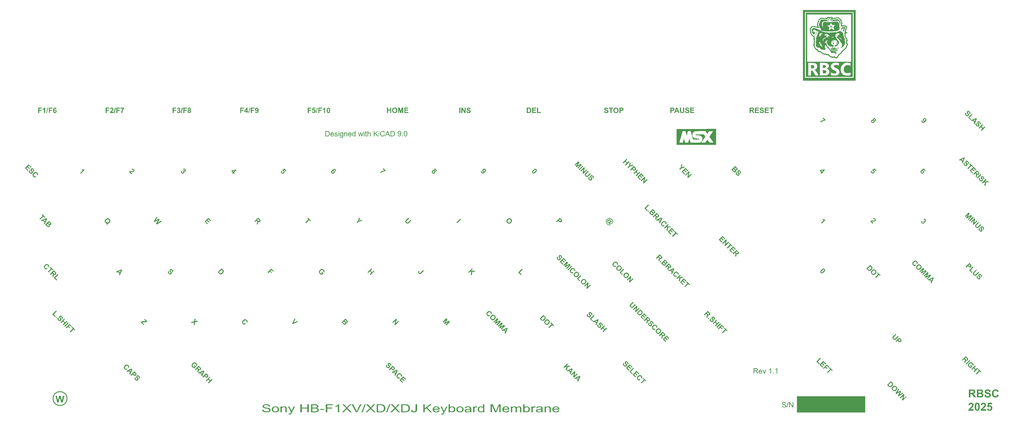
<source format=gbr>
%TF.GenerationSoftware,KiCad,Pcbnew,9.0.3*%
%TF.CreationDate,2025-10-03T14:49:21+02:00*%
%TF.ProjectId,Sony_HB-F1Xxx_Membrane,536f6e79-5f48-4422-9d46-315878785f4d,1.0*%
%TF.SameCoordinates,Original*%
%TF.FileFunction,Legend,Top*%
%TF.FilePolarity,Positive*%
%FSLAX46Y46*%
G04 Gerber Fmt 4.6, Leading zero omitted, Abs format (unit mm)*
G04 Created by KiCad (PCBNEW 9.0.3) date 2025-10-03 14:49:21*
%MOMM*%
%LPD*%
G01*
G04 APERTURE LIST*
%ADD10C,0.100000*%
%ADD11C,0.300000*%
%ADD12C,0.400000*%
%ADD13C,0.600000*%
%ADD14C,0.250000*%
%ADD15C,0.000000*%
G04 APERTURE END LIST*
D10*
G36*
X304087758Y-168458627D02*
G01*
X304220185Y-168477716D01*
X304315160Y-168505080D01*
X304401252Y-168549663D01*
X304475016Y-168612226D01*
X304537787Y-168694856D01*
X304584038Y-168788416D01*
X304611783Y-168887975D01*
X304621196Y-168995275D01*
X304612228Y-169099103D01*
X304586200Y-169192045D01*
X304543485Y-169276163D01*
X304483199Y-169352969D01*
X304410511Y-169415150D01*
X304317978Y-169467332D01*
X304201734Y-169508817D01*
X304056995Y-169537861D01*
X304154312Y-169591729D01*
X304216730Y-169638733D01*
X304327070Y-169756709D01*
X304436793Y-169908377D01*
X304785083Y-170460000D01*
X304451814Y-170460000D01*
X304186688Y-170037948D01*
X303995446Y-169758534D01*
X303919405Y-169671304D01*
X303860868Y-169622857D01*
X303800056Y-169589628D01*
X303739968Y-169568879D01*
X303592445Y-169559232D01*
X303285066Y-169559232D01*
X303285066Y-170460000D01*
X303019940Y-170460000D01*
X303019940Y-169334528D01*
X303285066Y-169334528D01*
X303854762Y-169334528D01*
X304026199Y-169323912D01*
X304138939Y-169297281D01*
X304203033Y-169266622D01*
X304254338Y-169226898D01*
X304294644Y-169177725D01*
X304334631Y-169091816D01*
X304347889Y-168999183D01*
X304336163Y-168909712D01*
X304302130Y-168833424D01*
X304244696Y-168767030D01*
X304170273Y-168719802D01*
X304065083Y-168688077D01*
X303918998Y-168676050D01*
X303285066Y-168676050D01*
X303285066Y-169334528D01*
X303019940Y-169334528D01*
X303019940Y-168451346D01*
X303908007Y-168451346D01*
X304087758Y-168458627D01*
G37*
G36*
X305742596Y-168988003D02*
G01*
X305867095Y-169025464D01*
X305977403Y-169086678D01*
X306075907Y-169173084D01*
X306153429Y-169276673D01*
X306210826Y-169401069D01*
X306247371Y-169550436D01*
X306260432Y-169730080D01*
X306258967Y-169795659D01*
X305176971Y-169795659D01*
X305191957Y-169914665D01*
X305220352Y-170012821D01*
X305260594Y-170093616D01*
X305312159Y-170159825D01*
X305399912Y-170229970D01*
X305499726Y-170271724D01*
X305615509Y-170286099D01*
X305703396Y-170277876D01*
X305779608Y-170254262D01*
X305846441Y-170215757D01*
X305902898Y-170162886D01*
X305953603Y-170089522D01*
X305998115Y-169991053D01*
X306252250Y-170022438D01*
X306199162Y-170163075D01*
X306125036Y-170276967D01*
X306029501Y-170368286D01*
X305945770Y-170420491D01*
X305850099Y-170458801D01*
X305740411Y-170482824D01*
X305614166Y-170491263D01*
X305457233Y-170477960D01*
X305323419Y-170440157D01*
X305208477Y-170379447D01*
X305109316Y-170295258D01*
X305030755Y-170192431D01*
X304972785Y-170069403D01*
X304935971Y-169922143D01*
X304922836Y-169745467D01*
X304934123Y-169590495D01*
X305190648Y-169590495D01*
X306000802Y-169590495D01*
X305981257Y-169472548D01*
X305949519Y-169384583D01*
X305907868Y-169320118D01*
X305844273Y-169258505D01*
X305773440Y-169215378D01*
X305693851Y-169189211D01*
X305603175Y-169180167D01*
X305494781Y-169192947D01*
X305401005Y-169230007D01*
X305318387Y-169291908D01*
X305254062Y-169372750D01*
X305211316Y-169470831D01*
X305190648Y-169590495D01*
X304934123Y-169590495D01*
X304936175Y-169562313D01*
X304973505Y-169409960D01*
X305032153Y-169283012D01*
X305111392Y-169177236D01*
X305212070Y-169089178D01*
X305325292Y-169026665D01*
X305453570Y-168988329D01*
X305600488Y-168975003D01*
X305742596Y-168988003D01*
G37*
G36*
X306963241Y-170460000D02*
G01*
X306411252Y-169006266D01*
X306670882Y-169006266D01*
X306982292Y-169877236D01*
X307075226Y-170170327D01*
X307166817Y-169893722D01*
X307489218Y-169006266D01*
X307742009Y-169006266D01*
X307192707Y-170460000D01*
X306963241Y-170460000D01*
G37*
G36*
X309594836Y-170460000D02*
G01*
X309348883Y-170460000D01*
X309348883Y-168888785D01*
X309251013Y-168970214D01*
X309115997Y-169058656D01*
X308973908Y-169135539D01*
X308857100Y-169186029D01*
X308857100Y-168951556D01*
X308990865Y-168880394D01*
X309110710Y-168801243D01*
X309217725Y-168714152D01*
X309315903Y-168616309D01*
X309387308Y-168526486D01*
X309436322Y-168443531D01*
X309594836Y-168443531D01*
X309594836Y-170460000D01*
G37*
G36*
X310361880Y-170460000D02*
G01*
X310361880Y-170178632D01*
X310641905Y-170178632D01*
X310641905Y-170460000D01*
X310361880Y-170460000D01*
G37*
G36*
X311927843Y-170460000D02*
G01*
X311681891Y-170460000D01*
X311681891Y-168888785D01*
X311584021Y-168970214D01*
X311449005Y-169058656D01*
X311306916Y-169135539D01*
X311190108Y-169186029D01*
X311190108Y-168951556D01*
X311323873Y-168880394D01*
X311443718Y-168801243D01*
X311550732Y-168714152D01*
X311648911Y-168616309D01*
X311720315Y-168526486D01*
X311769330Y-168443531D01*
X311927843Y-168443531D01*
X311927843Y-170460000D01*
G37*
X319400000Y-179150000D02*
X345200000Y-179150000D01*
X345200000Y-185250000D01*
X319400000Y-185250000D01*
X319400000Y-179150000D01*
G36*
X319400000Y-179150000D02*
G01*
X345200000Y-179150000D01*
X345200000Y-185250000D01*
X319400000Y-185250000D01*
X319400000Y-179150000D01*
G37*
D11*
X42640076Y-180000000D02*
G75*
G02*
X37359924Y-180000000I-2640076J0D01*
G01*
X37359924Y-180000000D02*
G75*
G02*
X42640076Y-180000000I2640076J0D01*
G01*
D12*
G36*
X220381034Y-92734128D02*
G01*
X220493649Y-92791536D01*
X220603649Y-92882152D01*
X220694081Y-92992153D01*
X220751345Y-93105240D01*
X220779191Y-93223759D01*
X220778341Y-93350961D01*
X220754203Y-93464059D01*
X220703983Y-93589378D01*
X220622564Y-93729729D01*
X220503469Y-93887880D01*
X220339063Y-94066568D01*
X220161061Y-94230259D01*
X220002965Y-94349161D01*
X219862141Y-94430734D01*
X219735915Y-94481299D01*
X219621557Y-94505845D01*
X219495922Y-94506278D01*
X219378376Y-94478210D01*
X219265731Y-94420777D01*
X219155683Y-94330117D01*
X219066084Y-94219986D01*
X219008561Y-94103110D01*
X218982156Y-93985310D01*
X219325712Y-93985310D01*
X219343511Y-94049338D01*
X219382273Y-94103527D01*
X219436677Y-94142291D01*
X219501527Y-94160088D01*
X219573701Y-94152394D01*
X219673974Y-94107672D01*
X219815672Y-94004850D01*
X220055049Y-93782553D01*
X220276784Y-93545121D01*
X220371964Y-93415381D01*
X220423893Y-93300932D01*
X220433188Y-93227563D01*
X220415739Y-93163088D01*
X220377059Y-93108741D01*
X220322722Y-93070032D01*
X220257805Y-93052180D01*
X220185708Y-93059931D01*
X220085445Y-93104683D01*
X219942886Y-93208334D01*
X219703333Y-93430838D01*
X219481662Y-93668202D01*
X219386418Y-93798010D01*
X219346043Y-93879719D01*
X219327962Y-93940363D01*
X219325712Y-93985310D01*
X218982156Y-93985310D01*
X218980271Y-93976900D01*
X218981423Y-93837733D01*
X219003792Y-93735749D01*
X219052240Y-93618856D01*
X219132864Y-93483601D01*
X219253251Y-93326476D01*
X219422255Y-93143887D01*
X219599334Y-92981092D01*
X219756824Y-92862746D01*
X219897310Y-92781476D01*
X220023425Y-92731038D01*
X220137861Y-92706510D01*
X220263501Y-92706073D01*
X220381034Y-92734128D01*
G37*
G36*
X133003181Y-113077614D02*
G01*
X134185870Y-111894925D01*
X133765591Y-111474646D01*
X134003234Y-111237003D01*
X135128757Y-112362526D01*
X134891114Y-112600169D01*
X134471784Y-112180840D01*
X133289095Y-113363529D01*
X133003181Y-113077614D01*
G37*
G36*
X366696014Y-112452685D02*
G01*
X366992031Y-112682211D01*
X366938488Y-112763935D01*
X366908941Y-112839147D01*
X366899461Y-112910010D01*
X366908105Y-112980425D01*
X366933791Y-113042594D01*
X366977438Y-113098691D01*
X367037831Y-113144817D01*
X367105349Y-113170452D01*
X367182785Y-113176409D01*
X367259558Y-113161741D01*
X367335486Y-113124772D01*
X367412570Y-113061646D01*
X367472190Y-112988655D01*
X367506796Y-112916741D01*
X367520079Y-112843950D01*
X367513883Y-112770482D01*
X367489362Y-112706588D01*
X367445816Y-112649656D01*
X367387006Y-112600032D01*
X367300916Y-112545342D01*
X367550130Y-112356056D01*
X367626626Y-112423194D01*
X367697717Y-112461478D01*
X367765667Y-112476605D01*
X367834697Y-112471655D01*
X367897909Y-112446966D01*
X367957716Y-112400614D01*
X367998261Y-112349930D01*
X368021097Y-112298496D01*
X368028439Y-112244747D01*
X368020857Y-112190986D01*
X367998014Y-112139742D01*
X367957802Y-112089485D01*
X367907932Y-112050427D01*
X367852923Y-112027059D01*
X367790968Y-112018503D01*
X367728707Y-112026024D01*
X367662763Y-112051552D01*
X367591148Y-112098638D01*
X367383037Y-111806247D01*
X367489801Y-111743057D01*
X367584258Y-111701638D01*
X367668347Y-111678445D01*
X367754597Y-111670318D01*
X367843532Y-111678419D01*
X367936646Y-111703746D01*
X368025071Y-111743635D01*
X368110004Y-111798766D01*
X368192077Y-111870580D01*
X368281768Y-111977379D01*
X368341979Y-112086465D01*
X368376059Y-112199547D01*
X368385249Y-112319011D01*
X368374381Y-112418910D01*
X368347865Y-112506784D01*
X368306228Y-112584766D01*
X368248811Y-112654405D01*
X368171061Y-112716606D01*
X368084791Y-112757092D01*
X367987655Y-112776998D01*
X367876407Y-112775171D01*
X367747187Y-112748271D01*
X367798882Y-112850234D01*
X367824228Y-112953291D01*
X367824732Y-113060005D01*
X367800909Y-113164098D01*
X367752851Y-113260924D01*
X367678105Y-113352568D01*
X367578880Y-113434507D01*
X367471468Y-113491322D01*
X367353913Y-113524773D01*
X367223457Y-113534687D01*
X367094119Y-113520113D01*
X366973993Y-113481456D01*
X366860772Y-113418009D01*
X366752834Y-113327267D01*
X366665485Y-113224864D01*
X366603576Y-113119667D01*
X366564469Y-113010416D01*
X366546969Y-112895330D01*
X366551159Y-112778601D01*
X366576780Y-112667119D01*
X366624396Y-112558985D01*
X366696014Y-112452685D01*
G37*
G36*
X355568211Y-173904859D02*
G01*
X355726547Y-174078967D01*
X355810604Y-174201481D01*
X355858990Y-174311884D01*
X355886411Y-174426106D01*
X355893330Y-174545856D01*
X355880869Y-174665777D01*
X355849670Y-174787154D01*
X355798428Y-174911216D01*
X355731118Y-175027693D01*
X355636306Y-175154533D01*
X355509146Y-175293241D01*
X355387283Y-175404512D01*
X355272338Y-175489672D01*
X355163389Y-175552127D01*
X355021866Y-175609781D01*
X354888317Y-175642011D01*
X354760812Y-175651260D01*
X354664590Y-175641573D01*
X354560438Y-175613286D01*
X354446487Y-175563698D01*
X354322083Y-175482453D01*
X354163336Y-175340648D01*
X353673542Y-174850855D01*
X354148829Y-174850855D01*
X354362379Y-175064406D01*
X354477948Y-175171743D01*
X354548902Y-175223640D01*
X354637748Y-175264214D01*
X354723680Y-175279770D01*
X354780941Y-175275597D01*
X354850706Y-175256084D01*
X354936281Y-175216905D01*
X355061725Y-175132997D01*
X355226599Y-174984615D01*
X355373920Y-174820517D01*
X355451635Y-174701551D01*
X355496640Y-174584342D01*
X355508628Y-174482214D01*
X355491623Y-174383063D01*
X355443518Y-174282739D01*
X355378652Y-174199257D01*
X355222368Y-174034302D01*
X355093875Y-173905809D01*
X354148829Y-174850855D01*
X353673542Y-174850855D01*
X353625271Y-174802584D01*
X355045603Y-173382251D01*
X355568211Y-173904859D01*
G37*
G36*
X356563751Y-175117708D02*
G01*
X356667066Y-175136254D01*
X356762817Y-175167684D01*
X356883162Y-175227049D01*
X357003389Y-175309142D01*
X357124290Y-175416725D01*
X357240924Y-175550320D01*
X357327253Y-175685328D01*
X357386495Y-175822896D01*
X357420618Y-175964620D01*
X357430238Y-176112471D01*
X357414995Y-176258249D01*
X357374257Y-176402418D01*
X357306382Y-176546854D01*
X357208394Y-176693120D01*
X357076105Y-176842411D01*
X356928099Y-176973574D01*
X356782923Y-177070894D01*
X356639409Y-177138470D01*
X356496021Y-177179215D01*
X356350914Y-177194731D01*
X356203863Y-177185490D01*
X356062828Y-177151754D01*
X355925835Y-177092895D01*
X355791282Y-177006926D01*
X355658018Y-176890596D01*
X355539931Y-176755560D01*
X355452745Y-176619834D01*
X355393072Y-176482265D01*
X355358789Y-176341256D01*
X355352061Y-176239237D01*
X355743248Y-176239237D01*
X355747930Y-176354069D01*
X355775282Y-176458607D01*
X355825349Y-176555460D01*
X355900238Y-176646477D01*
X355991291Y-176721460D01*
X356087768Y-176771406D01*
X356191498Y-176798525D01*
X356305060Y-176802948D01*
X356414435Y-176783604D01*
X356529615Y-176736858D01*
X356653155Y-176657945D01*
X356787255Y-176540090D01*
X356904041Y-176407396D01*
X356981946Y-176285903D01*
X357027880Y-176173348D01*
X357046745Y-176067135D01*
X357041962Y-175957250D01*
X357014070Y-175854724D01*
X356962353Y-175757131D01*
X356883970Y-175662745D01*
X356789678Y-175584568D01*
X356691660Y-175532850D01*
X356588165Y-175504877D01*
X356476730Y-175500056D01*
X356369048Y-175519035D01*
X356255339Y-175565220D01*
X356133028Y-175643430D01*
X355999889Y-175760496D01*
X355885455Y-175891168D01*
X355808351Y-176013123D01*
X355762370Y-176128352D01*
X355743248Y-176239237D01*
X355352061Y-176239237D01*
X355349134Y-176194851D01*
X355364211Y-176049877D01*
X355404277Y-175907126D01*
X355470812Y-175764768D01*
X355566595Y-175621285D01*
X355695582Y-175475532D01*
X355847479Y-175339604D01*
X355990044Y-175241549D01*
X356124928Y-175175714D01*
X356284852Y-175129791D01*
X356451601Y-175112590D01*
X356563751Y-175117708D01*
G37*
G36*
X356794940Y-177972253D02*
G01*
X357877115Y-176213762D01*
X358169851Y-176506499D01*
X357407787Y-177695664D01*
X358642288Y-176978935D01*
X358982345Y-177318993D01*
X358238501Y-178559366D01*
X359447960Y-177784608D01*
X359735861Y-178072508D01*
X357971585Y-179148897D01*
X357668227Y-178845539D01*
X358448080Y-177501629D01*
X357105033Y-178282346D01*
X356794940Y-177972253D01*
G37*
G36*
X358464919Y-179642231D02*
G01*
X359885251Y-178221899D01*
X360163480Y-178500128D01*
X359792249Y-180030560D01*
X360743081Y-179079728D01*
X361008788Y-179345436D01*
X359588456Y-180765769D01*
X359301505Y-180478818D01*
X359667210Y-178971183D01*
X358730540Y-179907853D01*
X358464919Y-179642231D01*
G37*
G36*
X202815579Y-148226550D02*
G01*
X203004433Y-148592255D01*
X202850297Y-148667264D01*
X202707504Y-148712331D01*
X202573720Y-148731132D01*
X202446593Y-148725929D01*
X202322070Y-148697539D01*
X202199984Y-148645802D01*
X202078802Y-148568616D01*
X201957404Y-148462639D01*
X201853937Y-148342930D01*
X201776888Y-148218810D01*
X201723860Y-148089125D01*
X201693655Y-147952234D01*
X201686342Y-147806098D01*
X201702639Y-147663294D01*
X201743261Y-147522619D01*
X201809676Y-147382330D01*
X201904573Y-147240982D01*
X202031754Y-147097486D01*
X202184105Y-146961836D01*
X202332070Y-146861157D01*
X202476864Y-146791052D01*
X202620035Y-146748286D01*
X202763422Y-146730918D01*
X202910321Y-146737966D01*
X203049517Y-146769025D01*
X203183057Y-146824343D01*
X203312596Y-146905525D01*
X203439306Y-147015451D01*
X203557255Y-147154093D01*
X203638950Y-147294923D01*
X203688513Y-147439784D01*
X203707863Y-147591252D01*
X203698654Y-147713554D01*
X203661602Y-147847710D01*
X203591891Y-147997024D01*
X203242507Y-147780278D01*
X203288660Y-147687260D01*
X203311088Y-147595117D01*
X203311503Y-147501618D01*
X203290474Y-147410500D01*
X203247949Y-147325268D01*
X203181629Y-147244113D01*
X203097680Y-147174947D01*
X203009435Y-147129346D01*
X202915211Y-147105076D01*
X202812643Y-147101890D01*
X202715041Y-147120953D01*
X202607099Y-147167582D01*
X202485627Y-147248081D01*
X202347633Y-147370879D01*
X202215986Y-147517839D01*
X202130337Y-147644417D01*
X202081036Y-147754253D01*
X202060682Y-147851088D01*
X202062708Y-147953560D01*
X202085821Y-148047105D01*
X202130095Y-148134181D01*
X202197638Y-148216533D01*
X202279155Y-148281405D01*
X202368135Y-148321798D01*
X202467059Y-148339327D01*
X202567835Y-148332107D01*
X202682577Y-148296717D01*
X202815579Y-148226550D01*
G37*
G36*
X204321896Y-148159563D02*
G01*
X204425211Y-148178109D01*
X204520962Y-148209539D01*
X204641307Y-148268904D01*
X204761534Y-148350997D01*
X204882435Y-148458580D01*
X204999069Y-148592175D01*
X205085398Y-148727183D01*
X205144640Y-148864751D01*
X205178763Y-149006475D01*
X205188383Y-149154326D01*
X205173140Y-149300104D01*
X205132402Y-149444273D01*
X205064527Y-149588709D01*
X204966539Y-149734975D01*
X204834250Y-149884266D01*
X204686244Y-150015429D01*
X204541068Y-150112749D01*
X204397554Y-150180325D01*
X204254166Y-150221070D01*
X204109059Y-150236586D01*
X203962008Y-150227345D01*
X203820973Y-150193609D01*
X203683980Y-150134750D01*
X203549427Y-150048781D01*
X203416163Y-149932451D01*
X203298076Y-149797415D01*
X203210890Y-149661689D01*
X203151217Y-149524120D01*
X203116934Y-149383111D01*
X203110206Y-149281092D01*
X203501393Y-149281092D01*
X203506075Y-149395924D01*
X203533427Y-149500462D01*
X203583494Y-149597315D01*
X203658383Y-149688332D01*
X203749436Y-149763315D01*
X203845913Y-149813261D01*
X203949643Y-149840380D01*
X204063205Y-149844803D01*
X204172580Y-149825459D01*
X204287760Y-149778713D01*
X204411300Y-149699800D01*
X204545400Y-149581945D01*
X204662186Y-149449251D01*
X204740091Y-149327758D01*
X204786025Y-149215203D01*
X204804890Y-149108990D01*
X204800107Y-148999105D01*
X204772215Y-148896579D01*
X204720498Y-148798986D01*
X204642115Y-148704600D01*
X204547823Y-148626423D01*
X204449805Y-148574705D01*
X204346310Y-148546732D01*
X204234875Y-148541911D01*
X204127193Y-148560890D01*
X204013484Y-148607075D01*
X203891173Y-148685285D01*
X203758034Y-148802351D01*
X203643600Y-148933023D01*
X203566496Y-149054978D01*
X203520515Y-149170207D01*
X203501393Y-149281092D01*
X203110206Y-149281092D01*
X203107279Y-149236706D01*
X203122356Y-149091732D01*
X203162422Y-148948981D01*
X203228957Y-148806623D01*
X203324740Y-148663140D01*
X203453727Y-148517387D01*
X203605624Y-148381459D01*
X203748189Y-148283404D01*
X203883073Y-148217569D01*
X204042997Y-148171646D01*
X204209746Y-148154445D01*
X204321896Y-148159563D01*
G37*
G36*
X204348256Y-150809279D02*
G01*
X205768588Y-149388946D01*
X206196553Y-149816911D01*
X205484660Y-151042777D01*
X206707590Y-150327948D01*
X207136591Y-150756949D01*
X205716259Y-152177281D01*
X205450551Y-151911573D01*
X206568562Y-150793562D01*
X205169472Y-151630495D01*
X204894093Y-151355115D01*
X205731975Y-149956976D01*
X204613964Y-151074986D01*
X204348256Y-150809279D01*
G37*
G36*
X205996560Y-152457582D02*
G01*
X207416892Y-151037250D01*
X207844857Y-151465215D01*
X207132964Y-152691081D01*
X208355894Y-151976251D01*
X208784895Y-152405253D01*
X207364563Y-153825585D01*
X207098855Y-153559877D01*
X208216866Y-152441866D01*
X206817776Y-153278798D01*
X206542397Y-153003419D01*
X207380279Y-151605279D01*
X206262268Y-152723290D01*
X205996560Y-152457582D01*
G37*
G36*
X209779162Y-153399520D02*
G01*
X208925909Y-155386931D01*
X208614780Y-155075802D01*
X208811664Y-154631603D01*
X208245621Y-154065560D01*
X207808157Y-154269180D01*
X207504800Y-153965822D01*
X207618294Y-153915824D01*
X208571171Y-153915824D01*
X208957601Y-154302253D01*
X209292995Y-153576543D01*
X208571171Y-153915824D01*
X207618294Y-153915824D01*
X209476754Y-153097112D01*
X209779162Y-153399520D01*
G37*
G36*
X162373967Y-92694075D02*
G01*
X162628190Y-92439852D01*
X163556656Y-93368318D01*
X163357699Y-93567275D01*
X163206485Y-93575470D01*
X163021835Y-93604604D01*
X162797873Y-93659414D01*
X162580743Y-93730910D01*
X162370067Y-93820885D01*
X162165166Y-93929785D01*
X161968458Y-94054896D01*
X161807035Y-94176843D01*
X161676581Y-94295748D01*
X161414759Y-94033926D01*
X161570166Y-93898145D01*
X161741649Y-93772856D01*
X161930313Y-93658001D01*
X162137446Y-93553718D01*
X162422461Y-93440418D01*
X162706606Y-93360097D01*
X162991304Y-93311412D01*
X162373967Y-92694075D01*
G37*
G36*
X177615735Y-131194238D02*
G01*
X177900699Y-131479202D01*
X176999521Y-132380381D01*
X176876639Y-132494939D01*
X176777004Y-132572637D01*
X176696681Y-132621392D01*
X176583812Y-132663693D01*
X176467928Y-132679939D01*
X176346347Y-132670354D01*
X176229891Y-132634227D01*
X176109643Y-132565475D01*
X175983233Y-132457667D01*
X175887279Y-132345169D01*
X175823987Y-132235516D01*
X175788610Y-132126934D01*
X175778577Y-132017094D01*
X175793317Y-131908147D01*
X175834149Y-131796619D01*
X175904758Y-131680154D01*
X176010866Y-131556833D01*
X176308007Y-131798708D01*
X176233598Y-131887821D01*
X176191094Y-131955520D01*
X176171483Y-132006732D01*
X176165303Y-132085456D01*
X176186112Y-132156518D01*
X176236075Y-132224168D01*
X176304254Y-132278341D01*
X176366510Y-132303125D01*
X176426224Y-132304477D01*
X176485204Y-132283582D01*
X176571007Y-132226918D01*
X176694177Y-132115796D01*
X177615735Y-131194238D01*
G37*
G36*
X115707528Y-111831456D02*
G01*
X115855198Y-111989953D01*
X115947604Y-112110007D01*
X115999055Y-112199664D01*
X116030803Y-112295410D01*
X116040372Y-112394991D01*
X116027379Y-112500863D01*
X115993748Y-112602571D01*
X115940200Y-112697487D01*
X115864949Y-112786950D01*
X115779618Y-112859755D01*
X115692222Y-112911183D01*
X115601706Y-112943501D01*
X115506585Y-112957756D01*
X115411602Y-112953214D01*
X115312578Y-112928708D01*
X115207611Y-112881904D01*
X115094940Y-112809143D01*
X115123204Y-112953938D01*
X115129136Y-113081155D01*
X115113375Y-113223132D01*
X115062040Y-113473974D01*
X114958589Y-113923182D01*
X114616632Y-113581224D01*
X114718528Y-113065870D01*
X114764167Y-112813718D01*
X114775780Y-112707247D01*
X114769788Y-112627422D01*
X114748579Y-112562433D01*
X114707668Y-112499115D01*
X114620604Y-112402507D01*
X114562661Y-112344565D01*
X113971317Y-112935909D01*
X113685316Y-112649908D01*
X114217249Y-112117975D01*
X114789251Y-112117975D01*
X115000816Y-112329539D01*
X115193739Y-112510563D01*
X115275418Y-112568909D01*
X115345486Y-112590549D01*
X115416346Y-112588252D01*
X115484760Y-112562545D01*
X115553215Y-112509412D01*
X115595651Y-112457779D01*
X115621206Y-112406406D01*
X115632228Y-112354063D01*
X115623234Y-112273560D01*
X115580935Y-112189993D01*
X115377142Y-111976356D01*
X115154006Y-111753220D01*
X114789251Y-112117975D01*
X114217249Y-112117975D01*
X115105648Y-111229576D01*
X115707528Y-111831456D01*
G37*
G36*
X67295469Y-94506190D02*
G01*
X67041246Y-94760413D01*
X66089723Y-93808891D01*
X66199736Y-93733000D01*
X66320236Y-93673941D01*
X66452664Y-93631436D01*
X66592298Y-93607738D01*
X66800184Y-93594745D01*
X67096598Y-93598017D01*
X67419932Y-93602307D01*
X67552887Y-93591800D01*
X67642789Y-93566069D01*
X67715771Y-93529332D01*
X67774641Y-93482131D01*
X67827080Y-93417652D01*
X67855906Y-93355662D01*
X67865052Y-93294141D01*
X67856061Y-93232456D01*
X67828424Y-93171908D01*
X67778958Y-93110641D01*
X67718351Y-93062229D01*
X67656841Y-93035108D01*
X67592523Y-93026620D01*
X67528357Y-93037395D01*
X67453686Y-93072140D01*
X67364724Y-93138533D01*
X67121295Y-92841048D01*
X67253837Y-92749587D01*
X67375155Y-92694175D01*
X67488070Y-92668818D01*
X67595631Y-92669982D01*
X67703382Y-92693984D01*
X67807942Y-92737594D01*
X67910624Y-92802360D01*
X68012370Y-92890873D01*
X68108977Y-93003197D01*
X68174768Y-93113238D01*
X68213993Y-93222505D01*
X68229116Y-93333000D01*
X68221652Y-93445869D01*
X68192790Y-93548681D01*
X68142434Y-93643824D01*
X68068672Y-93732987D01*
X67966698Y-93817706D01*
X67852877Y-93880218D01*
X67725214Y-93922887D01*
X67563681Y-93951977D01*
X67435158Y-93959102D01*
X67205834Y-93954395D01*
X66887106Y-93947573D01*
X66756454Y-93967176D01*
X67295469Y-94506190D01*
G37*
G36*
X58206765Y-111481639D02*
G01*
X58347626Y-111515768D01*
X58485386Y-111575525D01*
X58621658Y-111663123D01*
X58757613Y-111782062D01*
X58875437Y-111916760D01*
X58962291Y-112051902D01*
X59021610Y-112188644D01*
X59055562Y-112328579D01*
X59064942Y-112473662D01*
X59049617Y-112616878D01*
X59009013Y-112759017D01*
X58941396Y-112901937D01*
X58843702Y-113047198D01*
X58711673Y-113196004D01*
X58584295Y-113311135D01*
X58460255Y-113400299D01*
X58338801Y-113466461D01*
X58240459Y-113504676D01*
X58131358Y-113532041D01*
X58010056Y-113547892D01*
X58052464Y-113724925D01*
X58119637Y-113896326D01*
X57804277Y-114000985D01*
X57763076Y-113914881D01*
X57730100Y-113822149D01*
X57664385Y-113507220D01*
X57536522Y-113446127D01*
X57413760Y-113364300D01*
X57295313Y-113259905D01*
X57172447Y-113119872D01*
X57082324Y-112980826D01*
X57021101Y-112841558D01*
X56986248Y-112700425D01*
X56979626Y-112600169D01*
X57368540Y-112600169D01*
X57372683Y-112713071D01*
X57399026Y-112815452D01*
X57447503Y-112909925D01*
X57520089Y-112998342D01*
X57585790Y-113053642D01*
X57657563Y-113094712D01*
X57620754Y-112954245D01*
X57570778Y-112827968D01*
X57816711Y-112742306D01*
X57870719Y-112871463D01*
X57911693Y-113009961D01*
X57939333Y-113158872D01*
X58057137Y-113136123D01*
X58178271Y-113085040D01*
X58294101Y-113009757D01*
X58416260Y-112902145D01*
X58532688Y-112769641D01*
X58610309Y-112647923D01*
X58655962Y-112534754D01*
X58674455Y-112427550D01*
X58669246Y-112316615D01*
X58641229Y-112213768D01*
X58589864Y-112116582D01*
X58512543Y-112023332D01*
X58419311Y-111946096D01*
X58321927Y-111894771D01*
X58218651Y-111866794D01*
X58107030Y-111861679D01*
X57999226Y-111880298D01*
X57885728Y-111926017D01*
X57763993Y-112003547D01*
X57631830Y-112119615D01*
X57513668Y-112253923D01*
X57434654Y-112377231D01*
X57387903Y-112491784D01*
X57368540Y-112600169D01*
X56979626Y-112600169D01*
X56976671Y-112555438D01*
X56992232Y-112411854D01*
X57033263Y-112269074D01*
X57101574Y-112125222D01*
X57200311Y-111978720D01*
X57333826Y-111828347D01*
X57483682Y-111695360D01*
X57629926Y-111596941D01*
X57773771Y-111528798D01*
X57916783Y-111487841D01*
X58060831Y-111472314D01*
X58206765Y-111481639D01*
G37*
G36*
X106939907Y-93218410D02*
G01*
X106044600Y-94113716D01*
X106220415Y-94289531D01*
X105982771Y-94527174D01*
X105806957Y-94351360D01*
X105519575Y-94638742D01*
X105256803Y-94375970D01*
X105544185Y-94088588D01*
X104980905Y-93525308D01*
X105456192Y-93525308D01*
X105781828Y-93850945D01*
X106256942Y-93375831D01*
X105456192Y-93525308D01*
X104980905Y-93525308D01*
X104964498Y-93508901D01*
X105201191Y-93272208D01*
X106711849Y-92990352D01*
X106939907Y-93218410D01*
G37*
G36*
X63514778Y-131228865D02*
G01*
X62661525Y-133216277D01*
X62350396Y-132905147D01*
X62547280Y-132460948D01*
X61981237Y-131894905D01*
X61543773Y-132098525D01*
X61240416Y-131795167D01*
X61353910Y-131745169D01*
X62306788Y-131745169D01*
X62693217Y-132131598D01*
X63028611Y-131405888D01*
X62306788Y-131745169D01*
X61353910Y-131745169D01*
X63212370Y-130926457D01*
X63514778Y-131228865D01*
G37*
G36*
X139062738Y-132023225D02*
G01*
X139300381Y-131785582D01*
X139916681Y-132401882D01*
X139350120Y-132968444D01*
X139234438Y-132956563D01*
X139098191Y-132922208D01*
X138937353Y-132860503D01*
X138785414Y-132782165D01*
X138648774Y-132689076D01*
X138526141Y-132580892D01*
X138421364Y-132463626D01*
X138338705Y-132344836D01*
X138276150Y-132223910D01*
X138232282Y-132099993D01*
X138206609Y-131970339D01*
X138201327Y-131842111D01*
X138216149Y-131713830D01*
X138251711Y-131584034D01*
X138324337Y-131419683D01*
X138422273Y-131266211D01*
X138547297Y-131122305D01*
X138664203Y-131017629D01*
X138783994Y-130933438D01*
X138907222Y-130868081D01*
X139034673Y-130820416D01*
X139167796Y-130790869D01*
X139300551Y-130782151D01*
X139434427Y-130794018D01*
X139570924Y-130827151D01*
X139702223Y-130882671D01*
X139838289Y-130970246D01*
X139980841Y-131095450D01*
X140106429Y-131236979D01*
X140195083Y-131369989D01*
X140252463Y-131496172D01*
X140282731Y-131617539D01*
X140290007Y-131744652D01*
X140273999Y-131868247D01*
X140234345Y-131990360D01*
X140169177Y-132112773D01*
X139829897Y-131884024D01*
X139869568Y-131791777D01*
X139886934Y-131699696D01*
X139883090Y-131605622D01*
X139858290Y-131514797D01*
X139810897Y-131426330D01*
X139737672Y-131338619D01*
X139637534Y-131254618D01*
X139535719Y-131198790D01*
X139430577Y-131167823D01*
X139319810Y-131160473D01*
X139211629Y-131177179D01*
X139099444Y-131220428D01*
X138980830Y-131294396D01*
X138853764Y-131405284D01*
X138733086Y-131542557D01*
X138652253Y-131668976D01*
X138604329Y-131786793D01*
X138584429Y-131898618D01*
X138589170Y-132014385D01*
X138617810Y-132121511D01*
X138670854Y-132222576D01*
X138751004Y-132319415D01*
X138848905Y-132399819D01*
X138966886Y-132463970D01*
X139092788Y-132509132D01*
X139208415Y-132532448D01*
X139390188Y-132350675D01*
X139062738Y-132023225D01*
G37*
G36*
X289784366Y-119603533D02*
G01*
X291204698Y-118183201D01*
X292254836Y-119233339D01*
X292017193Y-119470982D01*
X291252970Y-118706759D01*
X290937954Y-119021774D01*
X291648984Y-119732804D01*
X291411341Y-119970447D01*
X290700311Y-119259417D01*
X290307924Y-119651805D01*
X291099175Y-120443056D01*
X290861532Y-120680699D01*
X289784366Y-119603533D01*
G37*
G36*
X291106774Y-120925942D02*
G01*
X292527106Y-119505609D01*
X292805335Y-119783838D01*
X292434104Y-121314270D01*
X293384936Y-120363439D01*
X293650644Y-120629147D01*
X292230312Y-122049479D01*
X291943361Y-121762528D01*
X292309065Y-120254893D01*
X291372396Y-121191563D01*
X291106774Y-120925942D01*
G37*
G36*
X292851275Y-122670443D02*
G01*
X294033964Y-121487753D01*
X293613685Y-121067474D01*
X293851328Y-120829831D01*
X294976852Y-121955354D01*
X294739208Y-122192997D01*
X294319879Y-121773668D01*
X293137190Y-122956357D01*
X292851275Y-122670443D01*
G37*
G36*
X293741401Y-123560568D02*
G01*
X295161733Y-122140236D01*
X296211870Y-123190373D01*
X295974227Y-123428016D01*
X295210004Y-122663793D01*
X294894989Y-122978809D01*
X295606019Y-123689838D01*
X295368375Y-123927482D01*
X294657346Y-123216452D01*
X294264958Y-123608839D01*
X295056210Y-124400091D01*
X294818567Y-124637734D01*
X293741401Y-123560568D01*
G37*
G36*
X297084035Y-124062537D02*
G01*
X297231704Y-124221035D01*
X297324111Y-124341089D01*
X297375562Y-124430746D01*
X297407309Y-124526492D01*
X297416879Y-124626073D01*
X297403886Y-124731945D01*
X297370254Y-124833652D01*
X297316706Y-124928569D01*
X297241456Y-125018032D01*
X297156125Y-125090837D01*
X297068728Y-125142265D01*
X296978213Y-125174583D01*
X296883091Y-125188838D01*
X296788109Y-125184295D01*
X296689085Y-125159790D01*
X296584118Y-125112986D01*
X296471447Y-125040225D01*
X296499711Y-125185019D01*
X296505643Y-125312236D01*
X296489881Y-125454214D01*
X296438547Y-125705056D01*
X296335096Y-126154263D01*
X295993139Y-125812306D01*
X296095035Y-125296952D01*
X296140674Y-125044800D01*
X296152287Y-124938328D01*
X296146295Y-124858504D01*
X296125086Y-124793515D01*
X296084175Y-124730196D01*
X295997111Y-124633589D01*
X295939168Y-124575646D01*
X295347824Y-125166991D01*
X295061823Y-124880990D01*
X295593757Y-124349056D01*
X296165758Y-124349056D01*
X296377323Y-124560621D01*
X296570246Y-124741645D01*
X296651925Y-124799991D01*
X296721992Y-124821631D01*
X296792853Y-124819334D01*
X296861267Y-124793626D01*
X296929722Y-124740494D01*
X296972158Y-124688861D01*
X296997712Y-124637488D01*
X297008735Y-124585145D01*
X296999741Y-124504641D01*
X296957441Y-124421075D01*
X296753648Y-124207438D01*
X296530513Y-123984302D01*
X296165758Y-124349056D01*
X295593757Y-124349056D01*
X296482155Y-123460658D01*
X297084035Y-124062537D01*
G37*
G36*
X253385316Y-90332237D02*
G01*
X254805648Y-88911905D01*
X255091649Y-89197906D01*
X254533464Y-89756091D01*
X255093721Y-90316348D01*
X255651907Y-89758163D01*
X255937907Y-90044164D01*
X254517575Y-91464496D01*
X254231574Y-91178496D01*
X254856078Y-90553992D01*
X254295821Y-89993734D01*
X253671317Y-90618238D01*
X253385316Y-90332237D01*
G37*
G36*
X255184910Y-92131831D02*
G01*
X255782731Y-91534010D01*
X256086434Y-90192691D01*
X256421743Y-90527999D01*
X256191957Y-91424256D01*
X257081565Y-91187822D01*
X257411001Y-91517258D01*
X256065710Y-91820961D01*
X255469875Y-92416796D01*
X255184910Y-92131831D01*
G37*
G36*
X258011672Y-92117929D02*
G01*
X258243238Y-92363377D01*
X258330400Y-92479316D01*
X258377256Y-92584885D01*
X258398995Y-92698182D01*
X258395251Y-92822223D01*
X258364288Y-92941865D01*
X258301290Y-93060576D01*
X258200957Y-93180760D01*
X258109059Y-93261144D01*
X258020357Y-93317521D01*
X257933782Y-93353293D01*
X257842207Y-93374365D01*
X257755868Y-93380606D01*
X257673514Y-93372982D01*
X257555793Y-93340939D01*
X257457891Y-93291896D01*
X257329549Y-93192464D01*
X257140889Y-93015653D01*
X256954453Y-92829217D01*
X256418375Y-93365296D01*
X256132460Y-93079382D01*
X256620268Y-92591574D01*
X257192097Y-92591574D01*
X257348568Y-92748046D01*
X257510895Y-92895966D01*
X257597264Y-92951493D01*
X257677656Y-92973405D01*
X257757363Y-92970145D01*
X257832896Y-92942794D01*
X257901831Y-92890442D01*
X257947206Y-92834383D01*
X257974667Y-92776461D01*
X257986198Y-92715232D01*
X257983075Y-92652545D01*
X257966277Y-92593395D01*
X257935163Y-92536395D01*
X257877855Y-92465696D01*
X257739228Y-92320772D01*
X257601064Y-92182607D01*
X257192097Y-92591574D01*
X256620268Y-92591574D01*
X257552793Y-91659049D01*
X258011672Y-92117929D01*
G37*
G36*
X257452882Y-94399804D02*
G01*
X258873215Y-92979471D01*
X259159215Y-93265472D01*
X258601030Y-93823657D01*
X259161288Y-94383915D01*
X259719473Y-93825730D01*
X260005474Y-94111730D01*
X258585141Y-95532063D01*
X258299141Y-95246062D01*
X258923645Y-94621558D01*
X258363387Y-94061300D01*
X257738883Y-94685804D01*
X257452882Y-94399804D01*
G37*
G36*
X258880555Y-95827476D02*
G01*
X260300887Y-94407144D01*
X261351024Y-95457281D01*
X261113381Y-95694924D01*
X260349158Y-94930701D01*
X260034143Y-95245717D01*
X260745172Y-95956746D01*
X260507529Y-96194389D01*
X259796500Y-95483360D01*
X259404112Y-95875747D01*
X260195364Y-96666999D01*
X259957721Y-96904642D01*
X258880555Y-95827476D01*
G37*
G36*
X260202963Y-97149884D02*
G01*
X261623295Y-95729552D01*
X261901524Y-96007781D01*
X261530293Y-97538213D01*
X262481125Y-96587381D01*
X262746832Y-96853089D01*
X261326500Y-98273422D01*
X261039549Y-97986471D01*
X261405254Y-96478836D01*
X260468584Y-97415506D01*
X260202963Y-97149884D01*
G37*
G36*
X329173967Y-73496744D02*
G01*
X329428190Y-73242521D01*
X330356656Y-74170987D01*
X330157699Y-74369944D01*
X330006485Y-74378139D01*
X329821835Y-74407273D01*
X329597873Y-74462083D01*
X329380743Y-74533579D01*
X329170067Y-74623554D01*
X328965166Y-74732454D01*
X328768458Y-74857565D01*
X328607035Y-74979512D01*
X328476581Y-75098417D01*
X328214759Y-74836595D01*
X328370166Y-74700814D01*
X328541649Y-74575525D01*
X328730313Y-74460670D01*
X328937446Y-74356387D01*
X329222461Y-74243087D01*
X329506606Y-74162766D01*
X329791304Y-74114081D01*
X329173967Y-73496744D01*
G37*
G36*
X128045667Y-151393456D02*
G01*
X128959798Y-149466923D01*
X129269891Y-149777016D01*
X128578291Y-151185518D01*
X129975135Y-150482260D01*
X130278493Y-150785618D01*
X128350924Y-151698713D01*
X128045667Y-151393456D01*
G37*
G36*
X328819060Y-113538227D02*
G01*
X328547566Y-113266734D01*
X329567739Y-112246561D01*
X329377997Y-112227153D01*
X329192453Y-112179855D01*
X329009295Y-112103647D01*
X329257992Y-111854950D01*
X329354454Y-111895403D01*
X329474081Y-111928843D01*
X329621019Y-111953738D01*
X329767442Y-111959455D01*
X329899124Y-111940296D01*
X330019106Y-111897609D01*
X330239392Y-112117895D01*
X328819060Y-113538227D01*
G37*
D13*
G36*
X386208898Y-176548504D02*
G01*
X386434247Y-176577829D01*
X386583914Y-176618353D01*
X386719141Y-176686233D01*
X386834912Y-176781704D01*
X386933426Y-176907780D01*
X387005631Y-177051329D01*
X387049509Y-177208799D01*
X387064584Y-177383504D01*
X387051298Y-177551233D01*
X387013148Y-177698478D01*
X386951419Y-177828763D01*
X386865648Y-177944774D01*
X386760086Y-178040700D01*
X386629063Y-178119739D01*
X386468085Y-178181430D01*
X386271406Y-178223761D01*
X386454962Y-178347361D01*
X386596188Y-178476003D01*
X386730060Y-178643310D01*
X386941669Y-178963817D01*
X387308400Y-179550000D01*
X386582998Y-179550000D01*
X386144460Y-178895307D01*
X385925420Y-178579452D01*
X385824808Y-178454204D01*
X385733785Y-178375892D01*
X385642358Y-178329457D01*
X385531806Y-178305691D01*
X385336994Y-178295568D01*
X385214078Y-178295568D01*
X385214078Y-179550000D01*
X384607379Y-179550000D01*
X384607379Y-177814898D01*
X385214078Y-177814898D01*
X385662875Y-177814898D01*
X386059506Y-177802277D01*
X386208025Y-177777529D01*
X386305295Y-177726164D01*
X386378018Y-177648569D01*
X386423315Y-177548737D01*
X386439567Y-177419774D01*
X386429812Y-177320000D01*
X386402427Y-177238405D01*
X386358600Y-177171196D01*
X386263674Y-177095348D01*
X386130172Y-177051578D01*
X385687421Y-177041137D01*
X385214078Y-177041137D01*
X385214078Y-177814898D01*
X384607379Y-177814898D01*
X384607379Y-176537020D01*
X385884159Y-176537020D01*
X386208898Y-176548504D01*
G37*
G36*
X389172760Y-176545828D02*
G01*
X389370664Y-176566878D01*
X389537859Y-176613218D01*
X389684272Y-176691076D01*
X389809837Y-176799819D01*
X389914715Y-176942585D01*
X389965646Y-177050486D01*
X389996494Y-177167147D01*
X390007039Y-177294661D01*
X389994294Y-177432378D01*
X389956570Y-177560988D01*
X389893283Y-177682824D01*
X389808444Y-177790744D01*
X389706282Y-177878570D01*
X389584804Y-177947705D01*
X389758543Y-178016233D01*
X389897402Y-178107455D01*
X390006856Y-178221379D01*
X390088350Y-178356608D01*
X390137570Y-178506736D01*
X390154501Y-178675854D01*
X390144052Y-178810871D01*
X390112594Y-178943750D01*
X390059246Y-179075924D01*
X389986906Y-179198357D01*
X389900358Y-179301248D01*
X389798944Y-179386601D01*
X389684052Y-179452421D01*
X389549613Y-179500440D01*
X389392096Y-179529483D01*
X389188527Y-179541155D01*
X388660467Y-179550000D01*
X387637944Y-179550000D01*
X387637944Y-179045882D01*
X388244644Y-179045882D01*
X388806097Y-179045882D01*
X389104717Y-179039719D01*
X389222103Y-179027381D01*
X389345726Y-178984205D01*
X389442288Y-178906664D01*
X389488310Y-178838110D01*
X389517151Y-178753857D01*
X389527468Y-178649659D01*
X389510380Y-178521448D01*
X389461889Y-178418667D01*
X389383234Y-178337680D01*
X389272295Y-178280364D01*
X389112576Y-178251107D01*
X388734473Y-178236950D01*
X388244644Y-178236950D01*
X388244644Y-179045882D01*
X387637944Y-179045882D01*
X387637944Y-177732833D01*
X388244644Y-177732833D01*
X388642149Y-177732833D01*
X389082885Y-177722575D01*
X389225383Y-177685137D01*
X389327616Y-177615596D01*
X389376444Y-177551456D01*
X389406309Y-177474749D01*
X389416826Y-177381856D01*
X389396692Y-177253595D01*
X389339890Y-177156542D01*
X389283285Y-177108109D01*
X389208702Y-177072693D01*
X389111461Y-177051395D01*
X388593056Y-177041137D01*
X388244644Y-177041137D01*
X388244644Y-177732833D01*
X387637944Y-177732833D01*
X387637944Y-176537020D01*
X388838886Y-176537020D01*
X389172760Y-176545828D01*
G37*
G36*
X390512805Y-178588660D02*
G01*
X391103018Y-178530041D01*
X391154481Y-178716287D01*
X391227244Y-178855232D01*
X391319173Y-178956673D01*
X391435022Y-179029786D01*
X391579073Y-179076099D01*
X391758810Y-179092777D01*
X391950909Y-179076978D01*
X392094392Y-179034637D01*
X392200462Y-178970594D01*
X392285347Y-178881276D01*
X392333205Y-178787177D01*
X392349023Y-178684830D01*
X392333073Y-178586752D01*
X392286557Y-178506228D01*
X392208423Y-178441960D01*
X392068204Y-178378000D01*
X391582588Y-178244644D01*
X391259941Y-178145617D01*
X391040146Y-178044512D01*
X390898037Y-177944042D01*
X390775148Y-177809750D01*
X390689927Y-177665346D01*
X390638857Y-177508292D01*
X390621432Y-177334778D01*
X390635797Y-177184418D01*
X390678720Y-177041075D01*
X390751491Y-176902285D01*
X390849451Y-176780261D01*
X390973258Y-176678267D01*
X391126648Y-176595455D01*
X391293198Y-176538977D01*
X391488593Y-176502938D01*
X391717777Y-176490125D01*
X392004627Y-176508545D01*
X392235818Y-176559214D01*
X392421349Y-176637007D01*
X392569391Y-176739436D01*
X392694575Y-176873351D01*
X392785593Y-177026258D01*
X392844311Y-177201639D01*
X392869626Y-177404570D01*
X392262927Y-177428018D01*
X392223831Y-177279796D01*
X392167487Y-177171947D01*
X392095865Y-177095542D01*
X392004726Y-177042702D01*
X391880059Y-177007464D01*
X391711732Y-176994242D01*
X391538264Y-177008006D01*
X391402918Y-177045548D01*
X391297740Y-177103236D01*
X391243723Y-177155666D01*
X391212213Y-177216918D01*
X391201386Y-177290081D01*
X391223344Y-177388147D01*
X391291512Y-177473080D01*
X391377837Y-177526119D01*
X391549336Y-177593083D01*
X391848935Y-177675863D01*
X392260400Y-177792501D01*
X392503628Y-177894033D01*
X392636095Y-177978672D01*
X392746000Y-178080209D01*
X392835554Y-178199764D01*
X392900335Y-178334020D01*
X392941099Y-178492061D01*
X392955539Y-178678968D01*
X392939691Y-178847196D01*
X392892338Y-179007745D01*
X392812107Y-179163302D01*
X392704116Y-179300033D01*
X392570048Y-179411404D01*
X392406359Y-179498892D01*
X392228071Y-179557184D01*
X392012429Y-179594993D01*
X391752581Y-179608618D01*
X391465027Y-179589743D01*
X391228990Y-179537370D01*
X391035571Y-179456138D01*
X390877520Y-179348133D01*
X390744434Y-179208414D01*
X390639015Y-179038924D01*
X390561055Y-178834612D01*
X390512805Y-178588660D01*
G37*
G36*
X395387831Y-178436252D02*
G01*
X395976029Y-178623831D01*
X395892104Y-178866876D01*
X395788448Y-179066131D01*
X395666490Y-179227972D01*
X395526133Y-179357292D01*
X395363944Y-179459257D01*
X395179577Y-179533872D01*
X394969177Y-179580537D01*
X394728009Y-179596894D01*
X394491296Y-179579666D01*
X394277924Y-179529740D01*
X394084127Y-179448434D01*
X393906895Y-179335275D01*
X393744138Y-179188032D01*
X393609956Y-179019280D01*
X393503834Y-178826985D01*
X393425479Y-178607742D01*
X393376211Y-178357167D01*
X393358906Y-178070071D01*
X393376620Y-177764599D01*
X393426775Y-177500872D01*
X393505994Y-177272938D01*
X393612490Y-177075721D01*
X393746153Y-176905216D01*
X393909438Y-176756881D01*
X394090022Y-176642184D01*
X394290336Y-176559217D01*
X394513839Y-176507926D01*
X394764829Y-176490125D01*
X395036985Y-176512072D01*
X395273008Y-176574795D01*
X395479226Y-176675874D01*
X395660406Y-176816006D01*
X395780358Y-176955495D01*
X395883353Y-177137088D01*
X395967786Y-177369399D01*
X395367315Y-177510083D01*
X395317607Y-177362470D01*
X395243661Y-177240950D01*
X395144931Y-177141338D01*
X395025982Y-177066998D01*
X394890475Y-177021701D01*
X394734054Y-177005966D01*
X394571652Y-177021645D01*
X394429685Y-177066876D01*
X394304004Y-177141073D01*
X394191835Y-177246484D01*
X394108532Y-177370226D01*
X394043499Y-177534173D01*
X394000042Y-177748396D01*
X393983923Y-178025008D01*
X394000164Y-178320515D01*
X394043578Y-178545616D01*
X394107784Y-178714406D01*
X394188904Y-178838703D01*
X394299740Y-178945243D01*
X394423476Y-179019947D01*
X394562793Y-179065346D01*
X394721781Y-179081053D01*
X394877050Y-179063397D01*
X395014270Y-179011864D01*
X395137787Y-178925532D01*
X395237020Y-178810984D01*
X395321185Y-178651745D01*
X395387831Y-178436252D01*
G37*
G36*
X386423080Y-184050711D02*
G01*
X386423080Y-184590000D01*
X384404596Y-184590000D01*
X384440788Y-184392819D01*
X384505956Y-184202368D01*
X384601334Y-184016823D01*
X384724304Y-183843584D01*
X384931018Y-183609306D01*
X385248883Y-183298382D01*
X385596381Y-182959985D01*
X385726256Y-182807821D01*
X385794320Y-182685174D01*
X385832763Y-182568799D01*
X385845141Y-182456294D01*
X385832371Y-182332283D01*
X385797194Y-182235958D01*
X385741643Y-182161004D01*
X385666680Y-182105114D01*
X385573145Y-182070208D01*
X385455696Y-182057690D01*
X385340063Y-182070625D01*
X385246056Y-182107100D01*
X385168832Y-182166317D01*
X385112203Y-182245804D01*
X385069855Y-182361856D01*
X385045917Y-182526636D01*
X384472191Y-182469300D01*
X384515764Y-182231709D01*
X384585668Y-182044258D01*
X384678538Y-181897599D01*
X384793859Y-181784748D01*
X384933603Y-181695919D01*
X385090762Y-181631272D01*
X385268366Y-181591055D01*
X385470167Y-181577020D01*
X385691772Y-181593690D01*
X385878269Y-181640625D01*
X386035769Y-181714916D01*
X386169007Y-181816072D01*
X386280806Y-181943704D01*
X386359242Y-182083366D01*
X386406745Y-182237691D01*
X386423080Y-182410498D01*
X386404778Y-182608518D01*
X386350357Y-182795547D01*
X386260207Y-182976211D01*
X386119731Y-183178398D01*
X385990969Y-183322274D01*
X385742742Y-183560516D01*
X385397444Y-183891343D01*
X385279658Y-184050711D01*
X386423080Y-184050711D01*
G37*
G36*
X387997265Y-181597776D02*
G01*
X388177950Y-181656986D01*
X388333194Y-181753158D01*
X388467210Y-181888979D01*
X388561567Y-182034540D01*
X388641221Y-182220726D01*
X388703727Y-182455949D01*
X388745154Y-182750012D01*
X388760301Y-183113918D01*
X388745123Y-183476339D01*
X388703551Y-183770140D01*
X388640706Y-184006027D01*
X388560455Y-184193542D01*
X388465195Y-184340872D01*
X388332398Y-184474587D01*
X388177951Y-184569493D01*
X387997556Y-184628054D01*
X387784673Y-184648618D01*
X387572828Y-184626841D01*
X387387849Y-184563887D01*
X387223978Y-184460028D01*
X387077590Y-184311196D01*
X386993146Y-184179301D01*
X386920548Y-184003930D01*
X386862604Y-183774956D01*
X386823637Y-183480610D01*
X386809469Y-183113918D01*
X387411714Y-183113918D01*
X387428359Y-183600798D01*
X387465020Y-183839502D01*
X387508862Y-183968993D01*
X387554006Y-184052492D01*
X387599293Y-184102552D01*
X387686084Y-184151586D01*
X387784673Y-184167948D01*
X387883492Y-184151359D01*
X387971153Y-184101453D01*
X388039545Y-184016740D01*
X388098464Y-183862950D01*
X388139700Y-183603597D01*
X388157815Y-183113918D01*
X388141166Y-182626898D01*
X388104509Y-182388333D01*
X388038198Y-182211863D01*
X387970237Y-182124185D01*
X387883343Y-182074306D01*
X387784673Y-182057690D01*
X387685982Y-182074265D01*
X387598194Y-182124185D01*
X387529944Y-182208877D01*
X387471065Y-182362688D01*
X387429797Y-182623834D01*
X387411714Y-183113918D01*
X386809469Y-183113918D01*
X386809228Y-183107690D01*
X386824379Y-182747198D01*
X386865898Y-182454630D01*
X386928705Y-182219422D01*
X387008973Y-182032160D01*
X387104335Y-181884766D01*
X387237133Y-181751041D01*
X387391553Y-181656135D01*
X387571889Y-181597580D01*
X387784673Y-181577020D01*
X387997265Y-181597776D01*
G37*
G36*
X391089096Y-184050711D02*
G01*
X391089096Y-184590000D01*
X389070612Y-184590000D01*
X389106804Y-184392819D01*
X389171972Y-184202368D01*
X389267349Y-184016823D01*
X389390319Y-183843584D01*
X389597034Y-183609306D01*
X389914898Y-183298382D01*
X390262396Y-182959985D01*
X390392271Y-182807821D01*
X390460336Y-182685174D01*
X390498779Y-182568799D01*
X390511156Y-182456294D01*
X390498386Y-182332283D01*
X390463210Y-182235958D01*
X390407658Y-182161004D01*
X390332695Y-182105114D01*
X390239160Y-182070208D01*
X390121711Y-182057690D01*
X390006079Y-182070625D01*
X389912071Y-182107100D01*
X389834848Y-182166317D01*
X389778219Y-182245804D01*
X389735870Y-182361856D01*
X389711933Y-182526636D01*
X389138206Y-182469300D01*
X389181779Y-182231709D01*
X389251684Y-182044258D01*
X389344554Y-181897599D01*
X389459874Y-181784748D01*
X389599619Y-181695919D01*
X389756777Y-181631272D01*
X389934381Y-181591055D01*
X390136182Y-181577020D01*
X390357788Y-181593690D01*
X390544284Y-181640625D01*
X390701784Y-181714916D01*
X390835022Y-181816072D01*
X390946821Y-181943704D01*
X391025257Y-182083366D01*
X391072761Y-182237691D01*
X391089096Y-182410498D01*
X391070794Y-182608518D01*
X391016372Y-182795547D01*
X390926222Y-182976211D01*
X390785746Y-183178398D01*
X390656984Y-183322274D01*
X390408757Y-183560516D01*
X390063459Y-183891343D01*
X389945673Y-184050711D01*
X391089096Y-184050711D01*
G37*
G36*
X391485502Y-183828695D02*
G01*
X392059412Y-183769344D01*
X392087738Y-183893836D01*
X392136392Y-183995237D01*
X392204858Y-184077822D01*
X392290786Y-184141606D01*
X392382807Y-184178855D01*
X392483661Y-184191395D01*
X392596933Y-184174916D01*
X392697349Y-184125985D01*
X392788843Y-184041003D01*
X392854253Y-183933296D01*
X392897685Y-183786076D01*
X392913956Y-183587260D01*
X392897964Y-183401537D01*
X392855074Y-183263208D01*
X392789942Y-183161179D01*
X392699183Y-183082348D01*
X392593218Y-183035332D01*
X392467175Y-183019030D01*
X392349183Y-183032293D01*
X392237272Y-183072096D01*
X392128907Y-183140437D01*
X392022409Y-183241779D01*
X391555111Y-183173086D01*
X391850218Y-181612191D01*
X393373011Y-181612191D01*
X393373011Y-182151479D01*
X392286741Y-182151479D01*
X392196615Y-182657062D01*
X392327684Y-182603591D01*
X392458363Y-182572196D01*
X392590090Y-182561807D01*
X392775819Y-182579723D01*
X392943570Y-182632107D01*
X393097281Y-182719136D01*
X393239654Y-182843907D01*
X393354311Y-182992308D01*
X393436979Y-183161017D01*
X393488251Y-183353899D01*
X393506184Y-183576086D01*
X393492420Y-183760836D01*
X393451984Y-183932582D01*
X393385170Y-184093716D01*
X393290945Y-184246167D01*
X393163418Y-184392186D01*
X393020873Y-184503248D01*
X392861406Y-184582712D01*
X392681732Y-184631621D01*
X392477433Y-184648618D01*
X392270678Y-184633471D01*
X392091564Y-184590313D01*
X391935564Y-184521226D01*
X391799110Y-184426418D01*
X391682198Y-184306979D01*
X391591499Y-184169489D01*
X391525742Y-184011321D01*
X391485502Y-183828695D01*
G37*
D12*
G36*
X164004919Y-71480000D02*
G01*
X164004919Y-69471346D01*
X164409385Y-69471346D01*
X164409385Y-70260739D01*
X165201709Y-70260739D01*
X165201709Y-69471346D01*
X165606175Y-69471346D01*
X165606175Y-71480000D01*
X165201709Y-71480000D01*
X165201709Y-70596817D01*
X164409385Y-70596817D01*
X164409385Y-71480000D01*
X164004919Y-71480000D01*
G37*
G36*
X167087615Y-69452076D02*
G01*
X167244124Y-69486498D01*
X167383289Y-69541882D01*
X167507632Y-69617968D01*
X167618981Y-69715711D01*
X167711283Y-69829571D01*
X167784419Y-69960320D01*
X167838556Y-70110446D01*
X167872694Y-70283160D01*
X167884717Y-70482267D01*
X167872806Y-70679670D01*
X167838968Y-70851140D01*
X167785271Y-71000403D01*
X167712691Y-71130605D01*
X167621057Y-71244183D01*
X167510542Y-71341629D01*
X167386960Y-71417501D01*
X167248472Y-71472750D01*
X167092539Y-71507104D01*
X166916050Y-71519078D01*
X166737064Y-71507094D01*
X166579441Y-71472771D01*
X166439971Y-71417689D01*
X166316021Y-71342223D01*
X166205669Y-71245526D01*
X166113818Y-71132353D01*
X166041209Y-71003082D01*
X165987594Y-70855372D01*
X165953865Y-70686185D01*
X165942009Y-70491915D01*
X165942768Y-70478237D01*
X166358688Y-70478237D01*
X166370169Y-70651554D01*
X166401883Y-70792309D01*
X166450850Y-70906302D01*
X166515736Y-70998230D01*
X166600245Y-71076119D01*
X166693505Y-71130698D01*
X166797393Y-71163781D01*
X166914706Y-71175184D01*
X167032112Y-71163821D01*
X167135648Y-71130919D01*
X167228173Y-71076747D01*
X167311601Y-70999574D01*
X167375262Y-70908556D01*
X167423653Y-70794057D01*
X167455209Y-70650901D01*
X167466695Y-70472742D01*
X167455446Y-70296333D01*
X167424625Y-70155337D01*
X167377517Y-70043269D01*
X167315753Y-69954825D01*
X167234670Y-69880507D01*
X167142450Y-69827732D01*
X167036873Y-69795293D01*
X166914706Y-69783977D01*
X166792752Y-69795372D01*
X166686874Y-69828111D01*
X166593911Y-69881513D01*
X166511706Y-69956901D01*
X166448983Y-70046463D01*
X166401236Y-70159526D01*
X166370053Y-70301316D01*
X166358688Y-70478237D01*
X165942768Y-70478237D01*
X165953302Y-70288393D01*
X165984775Y-70118248D01*
X166033600Y-69976318D01*
X166114211Y-69830762D01*
X166219958Y-69700690D01*
X166302878Y-69625007D01*
X166389047Y-69565066D01*
X166478977Y-69519584D01*
X166606052Y-69476465D01*
X166749113Y-69449501D01*
X166910676Y-69440083D01*
X167087615Y-69452076D01*
G37*
G36*
X168195150Y-71480000D02*
G01*
X168195150Y-69471346D01*
X168800383Y-69471346D01*
X169163817Y-70841549D01*
X169523098Y-69471346D01*
X170129797Y-69471346D01*
X170129797Y-71480000D01*
X169754030Y-71480000D01*
X169754030Y-69898893D01*
X169356524Y-71480000D01*
X168967079Y-71480000D01*
X168570917Y-69898893D01*
X168570917Y-71480000D01*
X168195150Y-71480000D01*
G37*
G36*
X170531699Y-71480000D02*
G01*
X170531699Y-69471346D01*
X172016817Y-69471346D01*
X172016817Y-69807424D01*
X170936043Y-69807424D01*
X170936043Y-70252923D01*
X171941591Y-70252923D01*
X171941591Y-70589002D01*
X170936043Y-70589002D01*
X170936043Y-71143921D01*
X172055041Y-71143921D01*
X172055041Y-71480000D01*
X170531699Y-71480000D01*
G37*
G36*
X348885072Y-73486543D02*
G01*
X348987250Y-73524298D01*
X349092318Y-73588229D01*
X349201835Y-73683007D01*
X349295533Y-73791359D01*
X349359074Y-73895910D01*
X349396901Y-73998152D01*
X349411759Y-74100005D01*
X349405349Y-74204247D01*
X349378581Y-74299921D01*
X349331191Y-74389232D01*
X349261160Y-74473740D01*
X349191129Y-74532073D01*
X349115947Y-74573089D01*
X349034397Y-74598089D01*
X348949495Y-74606552D01*
X348862871Y-74598059D01*
X348772920Y-74571665D01*
X348809519Y-74683346D01*
X348822556Y-74788362D01*
X348813938Y-74889012D01*
X348784783Y-74985726D01*
X348735947Y-75075539D01*
X348665670Y-75159901D01*
X348561067Y-75247856D01*
X348453392Y-75307778D01*
X348341035Y-75342666D01*
X348221730Y-75353590D01*
X348103186Y-75340171D01*
X347989098Y-75302140D01*
X347877321Y-75237763D01*
X347766305Y-75143407D01*
X347677201Y-75040625D01*
X347612367Y-74936577D01*
X347569172Y-74830261D01*
X347546105Y-74720278D01*
X347546077Y-74716306D01*
X347896870Y-74716306D01*
X347903304Y-74793380D01*
X347929677Y-74861428D01*
X347977092Y-74923121D01*
X348037321Y-74969531D01*
X348103111Y-74995158D01*
X348176999Y-75001270D01*
X348250071Y-74986756D01*
X348326246Y-74948348D01*
X348407907Y-74880549D01*
X348465870Y-74809161D01*
X348499843Y-74737404D01*
X348512998Y-74663371D01*
X348506140Y-74588876D01*
X348479587Y-74522083D01*
X348431913Y-74460528D01*
X348360883Y-74406050D01*
X348289565Y-74380904D01*
X348214476Y-74381429D01*
X348139242Y-74401986D01*
X348073497Y-74435587D01*
X348015692Y-74482635D01*
X347949564Y-74562928D01*
X347911508Y-74640091D01*
X347896870Y-74716306D01*
X347546077Y-74716306D01*
X347545174Y-74588766D01*
X347573472Y-74467007D01*
X347631510Y-74351638D01*
X347722869Y-74240242D01*
X347804349Y-74171611D01*
X347893272Y-74120604D01*
X347990909Y-74086189D01*
X348092607Y-74072348D01*
X348200965Y-74082025D01*
X348318877Y-74117621D01*
X348305149Y-74073236D01*
X348566882Y-74073236D01*
X348575172Y-74131259D01*
X348599962Y-74186667D01*
X348643564Y-74241106D01*
X348698679Y-74285252D01*
X348754712Y-74310314D01*
X348813334Y-74318651D01*
X348871853Y-74310310D01*
X348929261Y-74284231D01*
X348987335Y-74237393D01*
X349031107Y-74182704D01*
X349055954Y-74127014D01*
X349064189Y-74068659D01*
X349056280Y-74010324D01*
X349031954Y-73955099D01*
X348989062Y-73901307D01*
X348933272Y-73856637D01*
X348876765Y-73831467D01*
X348817824Y-73823331D01*
X348758903Y-73831593D01*
X348702929Y-73856467D01*
X348648227Y-73900185D01*
X348601313Y-73958247D01*
X348575238Y-74015338D01*
X348566882Y-74073236D01*
X348305149Y-74073236D01*
X348287614Y-74016540D01*
X348278202Y-73925588D01*
X348288135Y-73842155D01*
X348315152Y-73761976D01*
X348355852Y-73689504D01*
X348411016Y-73623596D01*
X348495529Y-73553459D01*
X348584705Y-73505891D01*
X348680075Y-73478857D01*
X348783801Y-73472047D01*
X348885072Y-73486543D01*
G37*
G36*
X75585309Y-112630221D02*
G01*
X76667484Y-110871730D01*
X76960220Y-111164467D01*
X76198156Y-112353632D01*
X77432657Y-111636903D01*
X77772714Y-111976961D01*
X77028870Y-113217334D01*
X78238329Y-112442576D01*
X78526229Y-112730476D01*
X76761954Y-113806865D01*
X76458596Y-113503507D01*
X77238449Y-112159597D01*
X75895402Y-112940314D01*
X75585309Y-112630221D01*
G37*
G36*
X144155670Y-92758136D02*
G01*
X144263235Y-92797694D01*
X144365161Y-92858012D01*
X144462628Y-92941131D01*
X144536261Y-93027035D01*
X144588732Y-93114726D01*
X144622303Y-93205197D01*
X144638097Y-93299840D01*
X144635712Y-93395166D01*
X144614391Y-93492626D01*
X144572454Y-93593900D01*
X144507013Y-93700518D01*
X144214881Y-93467106D01*
X144257207Y-93403063D01*
X144279524Y-93346637D01*
X144285777Y-93295695D01*
X144278045Y-93245131D01*
X144256567Y-93197457D01*
X144219631Y-93151313D01*
X144157598Y-93106351D01*
X144084150Y-93084161D01*
X143994681Y-93085426D01*
X143906950Y-93113429D01*
X143778030Y-93189600D01*
X143592104Y-93338267D01*
X143700390Y-93339882D01*
X143796776Y-93362504D01*
X143884026Y-93405573D01*
X143964112Y-93470560D01*
X144038275Y-93560847D01*
X144089516Y-93659426D01*
X144119298Y-93768232D01*
X144127233Y-93889976D01*
X144112071Y-94009610D01*
X144073313Y-94123560D01*
X144009572Y-94233856D01*
X143917741Y-94341947D01*
X143802825Y-94439564D01*
X143686912Y-94506224D01*
X143568394Y-94545639D01*
X143445045Y-94559556D01*
X143320877Y-94548310D01*
X143204700Y-94512564D01*
X143094148Y-94451412D01*
X142987548Y-94361981D01*
X142910608Y-94271330D01*
X142854691Y-94175488D01*
X142818067Y-94073269D01*
X142800204Y-93962988D01*
X142800519Y-93939284D01*
X143159131Y-93939284D01*
X143162958Y-94023839D01*
X143186082Y-94092389D01*
X143227695Y-94148948D01*
X143281759Y-94190073D01*
X143342007Y-94212410D01*
X143411022Y-94216735D01*
X143478612Y-94200806D01*
X143557173Y-94157544D01*
X143650652Y-94077621D01*
X143732440Y-93981490D01*
X143777610Y-93898517D01*
X143794861Y-93825125D01*
X143790629Y-93750344D01*
X143766798Y-93685238D01*
X143722583Y-93626945D01*
X143666376Y-93584130D01*
X143603080Y-93560274D01*
X143530017Y-93554754D01*
X143458178Y-93569465D01*
X143381862Y-93608565D01*
X143298504Y-93678152D01*
X143221687Y-93770243D01*
X143177207Y-93856453D01*
X143159131Y-93939284D01*
X142800519Y-93939284D01*
X142801803Y-93842568D01*
X142823169Y-93731523D01*
X142869506Y-93610013D01*
X142945389Y-93475474D01*
X143056734Y-93325421D01*
X143210597Y-93157445D01*
X143382703Y-92999988D01*
X143536888Y-92886020D01*
X143675568Y-92808365D01*
X143801250Y-92761032D01*
X143916532Y-92739410D01*
X144040790Y-92738542D01*
X144155670Y-92758136D01*
G37*
G36*
X31706263Y-71480000D02*
G01*
X31706263Y-69471346D01*
X33079396Y-69471346D01*
X33079396Y-69807424D01*
X32110729Y-69807424D01*
X32110729Y-70292002D01*
X32946894Y-70292002D01*
X32946894Y-70628080D01*
X32110729Y-70628080D01*
X32110729Y-71480000D01*
X31706263Y-71480000D01*
G37*
G36*
X34310868Y-71480000D02*
G01*
X33926919Y-71480000D01*
X33926919Y-70037257D01*
X33779027Y-70157702D01*
X33614383Y-70255456D01*
X33430983Y-70331081D01*
X33430983Y-69979371D01*
X33527797Y-69939766D01*
X33636032Y-69878822D01*
X33757536Y-69792526D01*
X33865115Y-69693032D01*
X33944681Y-69586371D01*
X33999337Y-69471346D01*
X34310868Y-69471346D01*
X34310868Y-71480000D01*
G37*
G36*
X34760886Y-71511263D02*
G01*
X35256943Y-69440083D01*
X35545150Y-69440083D01*
X35043719Y-71511263D01*
X34760886Y-71511263D01*
G37*
G36*
X35748970Y-71480000D02*
G01*
X35748970Y-69471346D01*
X37122103Y-69471346D01*
X37122103Y-69807424D01*
X36153436Y-69807424D01*
X36153436Y-70292002D01*
X36989602Y-70292002D01*
X36989602Y-70628080D01*
X36153436Y-70628080D01*
X36153436Y-71480000D01*
X35748970Y-71480000D01*
G37*
G36*
X38216403Y-69480023D02*
G01*
X38315513Y-69504928D01*
X38403224Y-69545162D01*
X38481315Y-69600917D01*
X38547034Y-69670009D01*
X38600872Y-69754000D01*
X38642830Y-69855265D01*
X38671946Y-69976929D01*
X38300331Y-70018450D01*
X38284975Y-69943236D01*
X38260855Y-69887557D01*
X38229256Y-69847114D01*
X38188034Y-69816827D01*
X38139136Y-69798303D01*
X38080390Y-69791793D01*
X38004733Y-69803864D01*
X37937107Y-69840109D01*
X37874738Y-69904267D01*
X37832503Y-69986104D01*
X37795204Y-70131125D01*
X37768859Y-70367718D01*
X37846570Y-70292289D01*
X37930722Y-70240130D01*
X38022871Y-70208890D01*
X38125453Y-70198213D01*
X38241736Y-70209614D01*
X38347675Y-70243088D01*
X38445672Y-70298966D01*
X38537369Y-70379441D01*
X38611242Y-70474757D01*
X38664410Y-70582737D01*
X38697330Y-70705800D01*
X38708827Y-70847166D01*
X38696595Y-70997450D01*
X38661768Y-71126548D01*
X38605833Y-71238223D01*
X38528454Y-71335286D01*
X38432701Y-71415133D01*
X38325275Y-71472007D01*
X38203862Y-71506938D01*
X38065247Y-71519078D01*
X37946742Y-71509383D01*
X37839433Y-71481152D01*
X37741256Y-71434769D01*
X37650644Y-71369420D01*
X37566625Y-71283140D01*
X37503213Y-71189511D01*
X37450057Y-71070825D01*
X37408581Y-70922034D01*
X37392829Y-70815659D01*
X37801587Y-70815659D01*
X37812387Y-70935095D01*
X37841895Y-71027507D01*
X37887683Y-71098859D01*
X37950179Y-71155943D01*
X38015002Y-71188064D01*
X38084420Y-71198632D01*
X38151729Y-71189482D01*
X38210125Y-71162676D01*
X38261985Y-71116933D01*
X38298514Y-71057875D01*
X38323474Y-70971733D01*
X38333060Y-70849120D01*
X38322918Y-70723312D01*
X38296187Y-70632701D01*
X38256489Y-70568607D01*
X38200619Y-70518721D01*
X38137731Y-70489535D01*
X38065247Y-70479581D01*
X37995227Y-70489051D01*
X37933603Y-70516939D01*
X37878035Y-70564699D01*
X37837640Y-70625899D01*
X37811324Y-70707511D01*
X37801587Y-70815659D01*
X37392829Y-70815659D01*
X37381211Y-70737198D01*
X37371231Y-70509623D01*
X37381590Y-70276587D01*
X37410027Y-70086974D01*
X37453179Y-69934003D01*
X37508580Y-69811662D01*
X37574808Y-69714856D01*
X37662058Y-69626379D01*
X37757144Y-69559002D01*
X37861176Y-69510913D01*
X37975901Y-69481492D01*
X38103593Y-69471346D01*
X38216403Y-69480023D01*
G37*
G36*
X108306263Y-71480000D02*
G01*
X108306263Y-69471346D01*
X109679396Y-69471346D01*
X109679396Y-69807424D01*
X108710729Y-69807424D01*
X108710729Y-70292002D01*
X109546894Y-70292002D01*
X109546894Y-70628080D01*
X108710729Y-70628080D01*
X108710729Y-71480000D01*
X108306263Y-71480000D01*
G37*
G36*
X111053018Y-70737501D02*
G01*
X111301657Y-70737501D01*
X111301657Y-71073579D01*
X111053018Y-71073579D01*
X111053018Y-71480000D01*
X110681402Y-71480000D01*
X110681402Y-71073579D01*
X109861601Y-71073579D01*
X109861601Y-70738845D01*
X109862522Y-70737501D01*
X110220882Y-70737501D01*
X110681402Y-70737501D01*
X110681402Y-70065589D01*
X110220882Y-70737501D01*
X109862522Y-70737501D01*
X110730495Y-69471346D01*
X111053018Y-69471346D01*
X111053018Y-70737501D01*
G37*
G36*
X111360886Y-71511263D02*
G01*
X111856943Y-69440083D01*
X112145150Y-69440083D01*
X111643719Y-71511263D01*
X111360886Y-71511263D01*
G37*
G36*
X112348970Y-71480000D02*
G01*
X112348970Y-69471346D01*
X113722103Y-69471346D01*
X113722103Y-69807424D01*
X112753436Y-69807424D01*
X112753436Y-70292002D01*
X113589602Y-70292002D01*
X113589602Y-70628080D01*
X112753436Y-70628080D01*
X112753436Y-71480000D01*
X112348970Y-71480000D01*
G37*
G36*
X114702462Y-69481057D02*
G01*
X114810226Y-69509315D01*
X114908679Y-69555703D01*
X114999405Y-69621008D01*
X115083391Y-69707163D01*
X115146739Y-69800709D01*
X115199883Y-69919500D01*
X115241382Y-70068653D01*
X115268787Y-70254185D01*
X115278785Y-70482878D01*
X115268438Y-70715106D01*
X115240023Y-70904181D01*
X115196886Y-71056834D01*
X115141479Y-71179027D01*
X115075209Y-71275812D01*
X114987995Y-71364124D01*
X114892808Y-71431424D01*
X114788526Y-71479493D01*
X114673381Y-71508924D01*
X114545080Y-71519078D01*
X114428292Y-71510408D01*
X114327772Y-71485766D01*
X114240809Y-71446401D01*
X114165282Y-71392438D01*
X114102158Y-71324928D01*
X114049838Y-71241281D01*
X114008532Y-71138737D01*
X113979413Y-71013740D01*
X114351029Y-70971974D01*
X114366345Y-71046694D01*
X114390450Y-71102345D01*
X114422103Y-71143066D01*
X114463402Y-71173366D01*
X114513166Y-71192030D01*
X114573778Y-71198632D01*
X114647563Y-71186648D01*
X114714033Y-71150500D01*
X114775889Y-71086158D01*
X114817947Y-71004403D01*
X114855421Y-70859772D01*
X114882501Y-70624173D01*
X114804270Y-70698682D01*
X114719064Y-70750432D01*
X114625272Y-70781548D01*
X114520411Y-70792212D01*
X114406280Y-70780924D01*
X114301698Y-70747696D01*
X114204349Y-70692061D01*
X114112648Y-70611716D01*
X114038912Y-70516721D01*
X113985733Y-70408565D01*
X113952736Y-70284742D01*
X113941298Y-70143258D01*
X114318300Y-70143258D01*
X114328400Y-70267889D01*
X114355064Y-70357958D01*
X114394748Y-70421939D01*
X114450684Y-70471755D01*
X114513616Y-70500903D01*
X114586113Y-70510844D01*
X114656079Y-70501325D01*
X114717447Y-70473317D01*
X114772592Y-70425359D01*
X114812674Y-70363840D01*
X114838779Y-70282070D01*
X114848429Y-70174033D01*
X114837742Y-70055715D01*
X114808470Y-69963631D01*
X114762944Y-69892055D01*
X114700842Y-69834784D01*
X114635831Y-69802464D01*
X114565596Y-69791793D01*
X114498270Y-69801007D01*
X114440093Y-69827972D01*
X114388642Y-69873981D01*
X114352530Y-69933286D01*
X114327804Y-70019894D01*
X114318300Y-70143258D01*
X113941298Y-70143258D01*
X113941189Y-70141915D01*
X113953407Y-69993134D01*
X113988260Y-69864806D01*
X114044369Y-69753289D01*
X114122173Y-69655872D01*
X114218349Y-69575519D01*
X114325630Y-69518436D01*
X114446245Y-69483471D01*
X114583304Y-69471346D01*
X114702462Y-69481057D01*
G37*
G36*
X330039907Y-93170074D02*
G01*
X329144600Y-94065380D01*
X329320415Y-94241195D01*
X329082771Y-94478838D01*
X328906957Y-94303024D01*
X328619575Y-94590406D01*
X328356803Y-94327634D01*
X328644185Y-94040252D01*
X328080905Y-93476972D01*
X328556192Y-93476972D01*
X328881828Y-93802609D01*
X329356942Y-93327495D01*
X328556192Y-93476972D01*
X328080905Y-93476972D01*
X328064498Y-93460565D01*
X328301191Y-93223872D01*
X329811849Y-92942016D01*
X330039907Y-93170074D01*
G37*
D14*
G36*
X116651325Y-184214738D02*
G01*
X117151535Y-184181765D01*
X117187803Y-184332361D01*
X117243568Y-184456698D01*
X117316643Y-184558937D01*
X117414766Y-184647662D01*
X117546994Y-184727116D01*
X117719644Y-184797257D01*
X117905418Y-184846905D01*
X118109424Y-184877537D01*
X118334647Y-184888115D01*
X118626835Y-184870315D01*
X118870027Y-184820338D01*
X119017512Y-184766963D01*
X119130862Y-184704907D01*
X119215631Y-184634408D01*
X119301110Y-184510031D01*
X119329204Y-184376304D01*
X119301448Y-184242642D01*
X119219783Y-184128825D01*
X119084696Y-184036244D01*
X118859281Y-183950956D01*
X118648927Y-183900738D01*
X118146092Y-183804043D01*
X117637987Y-183697566D01*
X117372819Y-183615915D01*
X117191859Y-183531257D01*
X117051167Y-183437844D01*
X116945150Y-183335464D01*
X116867304Y-183219988D01*
X116820434Y-183095783D01*
X116804466Y-182960490D01*
X116823463Y-182812076D01*
X116880210Y-182670746D01*
X116976413Y-182534042D01*
X117106167Y-182414379D01*
X117271946Y-182314219D01*
X117479309Y-182232890D01*
X117703560Y-182176654D01*
X117947590Y-182142040D01*
X118214480Y-182130125D01*
X118508621Y-182142892D01*
X118768922Y-182179434D01*
X118999965Y-182237836D01*
X119213178Y-182322706D01*
X119385859Y-182427924D01*
X119523133Y-182554375D01*
X119625858Y-182698752D01*
X119691476Y-182855514D01*
X119719993Y-183027534D01*
X119211723Y-183056294D01*
X119159461Y-182874368D01*
X119066363Y-182733405D01*
X118934263Y-182624900D01*
X118765661Y-182548255D01*
X118538751Y-182497720D01*
X118236217Y-182478904D01*
X117918744Y-182496669D01*
X117692667Y-182543119D01*
X117535240Y-182611161D01*
X117410258Y-182708341D01*
X117339154Y-182813288D01*
X117315422Y-182930081D01*
X117333160Y-183032825D01*
X117384602Y-183120419D01*
X117471249Y-183196612D01*
X117588548Y-183253011D01*
X117832155Y-183323931D01*
X118270411Y-183410935D01*
X118863886Y-183524413D01*
X119157013Y-183602543D01*
X119378719Y-183694857D01*
X119548080Y-183797107D01*
X119673342Y-183909190D01*
X119765293Y-184037838D01*
X119821020Y-184179276D01*
X119840160Y-184336737D01*
X119820037Y-184492770D01*
X119759693Y-184642678D01*
X119656978Y-184789014D01*
X119519743Y-184918051D01*
X119346157Y-185027826D01*
X119131123Y-185119108D01*
X118897777Y-185183515D01*
X118641710Y-185223198D01*
X118359071Y-185236894D01*
X117998616Y-185222138D01*
X117697943Y-185181063D01*
X117447801Y-185117459D01*
X117218228Y-185023189D01*
X117027545Y-184903861D01*
X116871388Y-184757873D01*
X116754622Y-184591895D01*
X116681274Y-184411975D01*
X116651325Y-184214738D01*
G37*
G36*
X121971683Y-182981919D02*
G01*
X122228148Y-183037771D01*
X122454866Y-183128727D01*
X122656769Y-183256512D01*
X122817713Y-183411186D01*
X122935675Y-183594156D01*
X123010126Y-183810983D01*
X123036566Y-184068925D01*
X123014833Y-184347870D01*
X122956240Y-184564104D01*
X122868527Y-184729846D01*
X122739348Y-184878495D01*
X122577354Y-185002401D01*
X122379309Y-185103721D01*
X122159585Y-185177504D01*
X121927157Y-185221859D01*
X121678576Y-185236894D01*
X121379425Y-185217360D01*
X121120123Y-185161415D01*
X120893269Y-185070759D01*
X120693545Y-184943986D01*
X120536313Y-184790223D01*
X120419475Y-184603155D01*
X120344735Y-184375908D01*
X120317899Y-184099699D01*
X120317992Y-184098600D01*
X120823237Y-184098600D01*
X120841295Y-184309954D01*
X120890858Y-184479498D01*
X120966770Y-184614828D01*
X121066503Y-184722152D01*
X121197481Y-184813558D01*
X121341056Y-184877366D01*
X121500018Y-184915902D01*
X121678576Y-184929148D01*
X121855623Y-184915882D01*
X122013670Y-184877231D01*
X122156870Y-184813106D01*
X122287962Y-184721053D01*
X122387279Y-184613388D01*
X122463226Y-184476410D01*
X122513024Y-184303482D01*
X122531228Y-184086510D01*
X122513314Y-183883223D01*
X122463859Y-183718292D01*
X122387549Y-183584877D01*
X122286496Y-183477430D01*
X122154866Y-183385686D01*
X122011680Y-183321844D01*
X121854264Y-183283419D01*
X121678576Y-183270251D01*
X121499947Y-183283449D01*
X121340956Y-183321837D01*
X121197406Y-183385371D01*
X121066503Y-183476331D01*
X120966815Y-183583133D01*
X120890905Y-183718038D01*
X120841315Y-183887305D01*
X120823237Y-184098600D01*
X120317992Y-184098600D01*
X120338814Y-183853164D01*
X120397409Y-183646112D01*
X120489137Y-183472214D01*
X120611879Y-183326238D01*
X120766085Y-183204305D01*
X120961675Y-183099287D01*
X121176300Y-183024288D01*
X121413657Y-182978359D01*
X121678576Y-182962505D01*
X121971683Y-182981919D01*
G37*
G36*
X123611514Y-185190000D02*
G01*
X123611514Y-183009399D01*
X124054326Y-183009399D01*
X124054326Y-183317878D01*
X124194791Y-183189026D01*
X124354200Y-183091102D01*
X124534830Y-183020948D01*
X124740813Y-182977625D01*
X124977808Y-182962505D01*
X125232215Y-182980629D01*
X125459944Y-183033396D01*
X125657324Y-183118007D01*
X125789183Y-183218960D01*
X125880912Y-183342331D01*
X125942323Y-183491718D01*
X125961255Y-183613484D01*
X125969678Y-183850572D01*
X125969678Y-185190000D01*
X125477773Y-185190000D01*
X125477773Y-183862662D01*
X125460927Y-183651228D01*
X125420376Y-183524691D01*
X125341800Y-183424702D01*
X125216922Y-183345905D01*
X125060990Y-183296339D01*
X124874005Y-183279043D01*
X124671973Y-183296074D01*
X124492996Y-183345803D01*
X124331542Y-183429070D01*
X124241485Y-183508958D01*
X124170357Y-183623108D01*
X124121819Y-183781859D01*
X124103419Y-183998217D01*
X124103419Y-185190000D01*
X123611514Y-185190000D01*
G37*
G36*
X126700453Y-186025493D02*
G01*
X126645743Y-185687705D01*
X126802797Y-185712997D01*
X126927110Y-185720495D01*
X127081140Y-185709006D01*
X127189427Y-185678729D01*
X127278488Y-185628913D01*
X127350628Y-185561676D01*
X127400423Y-185483990D01*
X127501081Y-185281957D01*
X127544801Y-185190000D01*
X126443510Y-183009399D01*
X126973761Y-183009399D01*
X127577529Y-184269876D01*
X127687936Y-184513626D01*
X127787822Y-184773993D01*
X127880960Y-184522442D01*
X127990055Y-184277936D01*
X128610432Y-183009399D01*
X129102337Y-183009399D01*
X127998360Y-185222789D01*
X127825646Y-185552119D01*
X127722365Y-185716831D01*
X127575715Y-185879979D01*
X127421702Y-185984094D01*
X127304178Y-186030634D01*
X127170653Y-186059291D01*
X127017480Y-186069274D01*
X126872489Y-186059055D01*
X126700453Y-186025493D01*
G37*
G36*
X131154954Y-185190000D02*
G01*
X131154954Y-182177020D01*
X131684961Y-182177020D01*
X131684961Y-183419727D01*
X133767131Y-183419727D01*
X133767131Y-182177020D01*
X134297138Y-182177020D01*
X134297138Y-185190000D01*
X133767131Y-185190000D01*
X133767131Y-183768506D01*
X131684961Y-183768506D01*
X131684961Y-185190000D01*
X131154954Y-185190000D01*
G37*
G36*
X136965915Y-182188758D02*
G01*
X137207562Y-182220604D01*
X137396580Y-182268428D01*
X137569144Y-182340702D01*
X137712950Y-182433814D01*
X137831088Y-182549429D01*
X137919389Y-182679750D01*
X137971016Y-182811311D01*
X137988136Y-182946202D01*
X137972738Y-183071904D01*
X137926687Y-183192352D01*
X137848674Y-183309452D01*
X137743135Y-183413165D01*
X137604628Y-183504622D01*
X137428087Y-183584225D01*
X137657891Y-183652706D01*
X137841779Y-183743965D01*
X137986915Y-183858082D01*
X138094597Y-183993394D01*
X138159823Y-184144349D01*
X138182309Y-184315122D01*
X138152256Y-184520691D01*
X138063363Y-184709330D01*
X137926516Y-184874344D01*
X137769539Y-184990331D01*
X137578495Y-185074944D01*
X137330879Y-185139624D01*
X137052138Y-185176242D01*
X136684856Y-185190000D01*
X135157362Y-185190000D01*
X135157362Y-184841221D01*
X135687613Y-184841221D01*
X136684856Y-184841221D01*
X137045603Y-184826566D01*
X137218331Y-184791998D01*
X137351395Y-184743401D01*
X137461668Y-184673400D01*
X137553628Y-184573775D01*
X137612445Y-184456090D01*
X137633007Y-184316587D01*
X137619680Y-184205456D01*
X137581191Y-184107440D01*
X137518213Y-184020015D01*
X137432297Y-183944685D01*
X137327130Y-183886008D01*
X137199720Y-183843061D01*
X136973533Y-183806748D01*
X136613782Y-183791953D01*
X135687613Y-183791953D01*
X135687613Y-184841221D01*
X135157362Y-184841221D01*
X135157362Y-183443175D01*
X135687613Y-183443175D01*
X136553698Y-183443175D01*
X136881240Y-183432524D01*
X137059281Y-183408004D01*
X137240290Y-183345539D01*
X137363852Y-183256878D01*
X137439478Y-183141098D01*
X137466434Y-182991814D01*
X137441833Y-182847784D01*
X137370690Y-182725650D01*
X137297810Y-182657067D01*
X137207632Y-182605016D01*
X137097383Y-182568297D01*
X136888078Y-182538814D01*
X136487997Y-182525799D01*
X135687613Y-182525799D01*
X135687613Y-183443175D01*
X135157362Y-183443175D01*
X135157362Y-182177020D01*
X136660188Y-182177020D01*
X136965915Y-182188758D01*
G37*
G36*
X138657117Y-184287278D02*
G01*
X138657117Y-183912121D01*
X140168248Y-183912121D01*
X140168248Y-184287278D01*
X138657117Y-184287278D01*
G37*
G36*
X140802791Y-185190000D02*
G01*
X140802791Y-182177020D01*
X143505094Y-182177020D01*
X143505094Y-182525799D01*
X141332798Y-182525799D01*
X141332798Y-183466622D01*
X143212735Y-183466622D01*
X143212735Y-183815401D01*
X141332798Y-183815401D01*
X141332798Y-185190000D01*
X140802791Y-185190000D01*
G37*
G36*
X145847871Y-185190000D02*
G01*
X145355966Y-185190000D01*
X145355966Y-182833178D01*
X145160227Y-182955321D01*
X144890195Y-183087984D01*
X144606016Y-183203308D01*
X144372400Y-183279043D01*
X144372400Y-182927334D01*
X144639930Y-182820592D01*
X144879621Y-182701864D01*
X145093649Y-182571228D01*
X145290006Y-182424464D01*
X145432816Y-182289730D01*
X145530844Y-182165296D01*
X145847871Y-182165296D01*
X145847871Y-185190000D01*
G37*
G36*
X146898360Y-185190000D02*
G01*
X148447592Y-183619762D01*
X147081297Y-182177020D01*
X147712665Y-182177020D01*
X148439288Y-182947667D01*
X148761933Y-183316413D01*
X148904764Y-183152447D01*
X149078715Y-182974228D01*
X149884961Y-182177020D01*
X150461374Y-182177020D01*
X149054291Y-183597231D01*
X150570795Y-185190000D01*
X149915003Y-185190000D01*
X148906769Y-184118201D01*
X148731891Y-183917433D01*
X148540404Y-184142747D01*
X147534856Y-185190000D01*
X146898360Y-185190000D01*
G37*
G36*
X152182309Y-185190000D02*
G01*
X150630390Y-182177020D01*
X151204117Y-182177020D01*
X152245324Y-184366596D01*
X152455617Y-184860088D01*
X152671528Y-184366596D01*
X153753524Y-182177020D01*
X154294521Y-182177020D01*
X152726238Y-185190000D01*
X152182309Y-185190000D01*
G37*
G36*
X154337752Y-185236894D02*
G01*
X155499127Y-182130125D01*
X155892602Y-182130125D01*
X154733914Y-185236894D01*
X154337752Y-185236894D01*
G37*
G36*
X155917759Y-185190000D02*
G01*
X157466992Y-183619762D01*
X156100697Y-182177020D01*
X156732065Y-182177020D01*
X157458688Y-182947667D01*
X157781332Y-183316413D01*
X157924164Y-183152447D01*
X158098115Y-182974228D01*
X158904361Y-182177020D01*
X159480774Y-182177020D01*
X158073691Y-183597231D01*
X159590195Y-185190000D01*
X158934403Y-185190000D01*
X157926168Y-184118201D01*
X157751290Y-183917433D01*
X157559804Y-184142747D01*
X156554256Y-185190000D01*
X155917759Y-185190000D01*
G37*
G36*
X161876292Y-182189594D02*
G01*
X162149860Y-182220251D01*
X162371998Y-182271810D01*
X162566690Y-182343781D01*
X162737508Y-182436039D01*
X162929266Y-182581186D01*
X163086891Y-182751667D01*
X163211339Y-182950781D01*
X163296629Y-183162864D01*
X163350009Y-183400400D01*
X163368632Y-183667023D01*
X163355864Y-183895148D01*
X163319478Y-184097005D01*
X163261898Y-184275554D01*
X163135756Y-184525049D01*
X162988590Y-184714275D01*
X162810033Y-184872496D01*
X162623935Y-184987583D01*
X162411067Y-185073369D01*
X162145708Y-185138709D01*
X161854677Y-185176386D01*
X161502372Y-185190000D01*
X160056943Y-185190000D01*
X160056943Y-184841221D01*
X160586950Y-184841221D01*
X161442288Y-184841221D01*
X161816625Y-184825349D01*
X162063886Y-184785533D01*
X162271462Y-184716085D01*
X162423168Y-184628363D01*
X162535588Y-184526660D01*
X162633767Y-184400186D01*
X162716748Y-184244780D01*
X162772772Y-184082311D01*
X162809024Y-183889252D01*
X162822016Y-183660795D01*
X162806486Y-183416482D01*
X162763857Y-183218014D01*
X162699084Y-183058031D01*
X162615631Y-182930081D01*
X162461565Y-182772908D01*
X162295089Y-182661210D01*
X162114445Y-182587897D01*
X161968015Y-182556958D01*
X161747237Y-182534571D01*
X161428611Y-182525799D01*
X160586950Y-182525799D01*
X160586950Y-184841221D01*
X160056943Y-184841221D01*
X160056943Y-182177020D01*
X161436671Y-182177020D01*
X161876292Y-182189594D01*
G37*
G36*
X163665875Y-185236894D02*
G01*
X164827250Y-182130125D01*
X165220725Y-182130125D01*
X164062037Y-185236894D01*
X163665875Y-185236894D01*
G37*
G36*
X165245882Y-185190000D02*
G01*
X166795115Y-183619762D01*
X165428820Y-182177020D01*
X166060188Y-182177020D01*
X166786810Y-182947667D01*
X167109455Y-183316413D01*
X167252287Y-183152447D01*
X167426238Y-182974228D01*
X168232484Y-182177020D01*
X168808897Y-182177020D01*
X167401814Y-183597231D01*
X168918318Y-185190000D01*
X168262526Y-185190000D01*
X167254291Y-184118201D01*
X167079413Y-183917433D01*
X166887927Y-184142747D01*
X165882379Y-185190000D01*
X165245882Y-185190000D01*
G37*
G36*
X171204414Y-182189594D02*
G01*
X171477983Y-182220251D01*
X171700121Y-182271810D01*
X171894813Y-182343781D01*
X172065631Y-182436039D01*
X172257389Y-182581186D01*
X172415013Y-182751667D01*
X172539462Y-182950781D01*
X172624751Y-183162864D01*
X172678132Y-183400400D01*
X172696755Y-183667023D01*
X172683987Y-183895148D01*
X172647601Y-184097005D01*
X172590020Y-184275554D01*
X172463879Y-184525049D01*
X172316713Y-184714275D01*
X172138156Y-184872496D01*
X171952058Y-184987583D01*
X171739190Y-185073369D01*
X171473831Y-185138709D01*
X171182800Y-185176386D01*
X170830495Y-185190000D01*
X169385066Y-185190000D01*
X169385066Y-184841221D01*
X169915073Y-184841221D01*
X170770411Y-184841221D01*
X171144747Y-184825349D01*
X171392009Y-184785533D01*
X171599585Y-184716085D01*
X171751290Y-184628363D01*
X171863711Y-184526660D01*
X171961890Y-184400186D01*
X172044870Y-184244780D01*
X172100894Y-184082311D01*
X172137147Y-183889252D01*
X172150139Y-183660795D01*
X172134609Y-183416482D01*
X172091980Y-183218014D01*
X172027207Y-183058031D01*
X171943754Y-182930081D01*
X171789688Y-182772908D01*
X171623212Y-182661210D01*
X171442568Y-182587897D01*
X171296137Y-182556958D01*
X171075360Y-182534571D01*
X170756734Y-182525799D01*
X169915073Y-182525799D01*
X169915073Y-184841221D01*
X169385066Y-184841221D01*
X169385066Y-182177020D01*
X170764794Y-182177020D01*
X171204414Y-182189594D01*
G37*
G36*
X173155198Y-184336554D02*
G01*
X173633426Y-184287278D01*
X173666786Y-184516823D01*
X173727268Y-184667091D01*
X173805373Y-184760621D01*
X173917625Y-184830161D01*
X174056245Y-184872913D01*
X174229134Y-184888115D01*
X174418060Y-184870241D01*
X174573272Y-184819239D01*
X174695911Y-184737683D01*
X174772819Y-184632027D01*
X174811150Y-184495965D01*
X174827529Y-184254488D01*
X174827529Y-182177020D01*
X175357536Y-182177020D01*
X175357536Y-184227194D01*
X175341415Y-184479530D01*
X175298577Y-184670409D01*
X175235903Y-184812095D01*
X175138673Y-184939783D01*
X175011274Y-185044281D01*
X174850732Y-185128084D01*
X174669661Y-185187308D01*
X174464888Y-185224070D01*
X174231821Y-185236894D01*
X173969855Y-185221002D01*
X173753228Y-185176500D01*
X173573489Y-185106229D01*
X173424354Y-185010298D01*
X173309112Y-184892076D01*
X173223756Y-184744928D01*
X173170574Y-184562435D01*
X173155198Y-184336554D01*
G37*
G36*
X177757222Y-185190000D02*
G01*
X177757222Y-182177020D01*
X178287473Y-182177020D01*
X178287473Y-183673068D01*
X180276587Y-182177020D01*
X180995150Y-182177020D01*
X179314759Y-183398295D01*
X181068911Y-185190000D01*
X180369399Y-185190000D01*
X178943265Y-183664825D01*
X178287473Y-184146594D01*
X178287473Y-185190000D01*
X177757222Y-185190000D01*
G37*
G36*
X182923852Y-182982004D02*
G01*
X183172850Y-183038196D01*
X183393467Y-183130017D01*
X183590474Y-183259626D01*
X183745519Y-183415009D01*
X183860312Y-183601603D01*
X183933402Y-183825655D01*
X183959525Y-184095120D01*
X183956594Y-184193489D01*
X181792602Y-184193489D01*
X181822575Y-184371997D01*
X181879365Y-184519231D01*
X181959849Y-184640425D01*
X182062979Y-184739738D01*
X182238485Y-184844955D01*
X182438113Y-184907586D01*
X182669678Y-184929148D01*
X182845453Y-184916814D01*
X182997876Y-184881393D01*
X183131542Y-184823635D01*
X183244456Y-184744330D01*
X183345866Y-184634283D01*
X183434891Y-184486580D01*
X183943161Y-184533658D01*
X183836984Y-184744612D01*
X183688733Y-184915451D01*
X183497662Y-185052430D01*
X183330200Y-185130736D01*
X183138858Y-185188202D01*
X182919482Y-185224237D01*
X182666992Y-185236894D01*
X182353126Y-185216940D01*
X182085498Y-185160235D01*
X181855614Y-185069170D01*
X181657292Y-184942887D01*
X181500171Y-184788647D01*
X181384230Y-184604105D01*
X181310603Y-184383214D01*
X181284333Y-184118201D01*
X181306906Y-183885743D01*
X181819958Y-183885743D01*
X183440265Y-183885743D01*
X183401174Y-183708823D01*
X183337699Y-183576875D01*
X183254396Y-183480177D01*
X183127207Y-183387757D01*
X182985541Y-183323068D01*
X182826362Y-183283817D01*
X182645010Y-183270251D01*
X182428223Y-183289421D01*
X182240670Y-183345010D01*
X182075436Y-183437862D01*
X181946785Y-183559126D01*
X181861292Y-183706246D01*
X181819958Y-183885743D01*
X181306906Y-183885743D01*
X181311011Y-183843470D01*
X181385670Y-183614940D01*
X181502966Y-183424518D01*
X181661444Y-183265854D01*
X181862802Y-183133768D01*
X182089245Y-183039997D01*
X182345801Y-182982494D01*
X182639637Y-182962505D01*
X182923852Y-182982004D01*
G37*
G36*
X184537159Y-186025493D02*
G01*
X184482449Y-185687705D01*
X184639503Y-185712997D01*
X184763817Y-185720495D01*
X184917846Y-185709006D01*
X185026133Y-185678729D01*
X185115194Y-185628913D01*
X185187334Y-185561676D01*
X185237129Y-185483990D01*
X185337787Y-185281957D01*
X185381507Y-185190000D01*
X184280216Y-183009399D01*
X184810467Y-183009399D01*
X185414235Y-184269876D01*
X185524642Y-184513626D01*
X185624528Y-184773993D01*
X185717666Y-184522442D01*
X185826762Y-184277936D01*
X186447138Y-183009399D01*
X186939043Y-183009399D01*
X185835066Y-185222789D01*
X185662352Y-185552119D01*
X185559071Y-185716831D01*
X185412421Y-185879979D01*
X185258408Y-185984094D01*
X185140884Y-186030634D01*
X185007359Y-186059291D01*
X184854187Y-186069274D01*
X184709195Y-186059055D01*
X184537159Y-186025493D01*
G37*
G36*
X187846161Y-183259809D02*
G01*
X188016401Y-183127377D01*
X188202808Y-183036015D01*
X188409054Y-182981269D01*
X188641172Y-182962505D01*
X188902550Y-182982850D01*
X189148220Y-183043471D01*
X189367404Y-183141561D01*
X189541695Y-183270983D01*
X189677039Y-183429176D01*
X189783496Y-183624342D01*
X189848639Y-183836285D01*
X189870935Y-184066910D01*
X189844603Y-184347647D01*
X189771140Y-184580030D01*
X189656249Y-184772485D01*
X189501884Y-184931713D01*
X189303592Y-185067850D01*
X189092632Y-185161822D01*
X188865460Y-185217857D01*
X188616748Y-185236894D01*
X188371132Y-185216036D01*
X188159478Y-185155782D01*
X187974030Y-185055768D01*
X187810502Y-184910647D01*
X187810502Y-185190000D01*
X187354256Y-185190000D01*
X187354256Y-184083396D01*
X187805129Y-184083396D01*
X187824886Y-184343624D01*
X187875607Y-184524502D01*
X187947278Y-184645949D01*
X188079106Y-184774042D01*
X188225366Y-184860509D01*
X188388911Y-184911654D01*
X188575715Y-184929148D01*
X188729662Y-184916405D01*
X188871758Y-184878611D01*
X189005495Y-184814488D01*
X189133077Y-184720321D01*
X189229313Y-184612524D01*
X189302685Y-184477061D01*
X189350596Y-184307888D01*
X189368039Y-184097684D01*
X189350902Y-183880839D01*
X189304294Y-183709711D01*
X189233811Y-183575823D01*
X189142602Y-183472117D01*
X188977787Y-183357863D01*
X188798358Y-183292271D01*
X188597452Y-183270251D01*
X188443519Y-183283003D01*
X188301429Y-183320825D01*
X188167687Y-183385002D01*
X188040090Y-183479262D01*
X187943025Y-183587159D01*
X187869716Y-183720142D01*
X187822275Y-183883431D01*
X187805129Y-184083396D01*
X187354256Y-184083396D01*
X187354256Y-182177020D01*
X187846161Y-182177020D01*
X187846161Y-183259809D01*
G37*
G36*
X191938465Y-182981919D02*
G01*
X192194931Y-183037771D01*
X192421649Y-183128727D01*
X192623551Y-183256512D01*
X192784496Y-183411186D01*
X192902458Y-183594156D01*
X192976909Y-183810983D01*
X193003349Y-184068925D01*
X192981616Y-184347870D01*
X192923023Y-184564104D01*
X192835310Y-184729846D01*
X192706131Y-184878495D01*
X192544137Y-185002401D01*
X192346092Y-185103721D01*
X192126368Y-185177504D01*
X191893940Y-185221859D01*
X191645359Y-185236894D01*
X191346208Y-185217360D01*
X191086905Y-185161415D01*
X190860052Y-185070759D01*
X190660327Y-184943986D01*
X190503096Y-184790223D01*
X190386258Y-184603155D01*
X190311518Y-184375908D01*
X190284682Y-184099699D01*
X190284775Y-184098600D01*
X190790020Y-184098600D01*
X190808078Y-184309954D01*
X190857641Y-184479498D01*
X190933553Y-184614828D01*
X191033286Y-184722152D01*
X191164264Y-184813558D01*
X191307839Y-184877366D01*
X191466801Y-184915902D01*
X191645359Y-184929148D01*
X191822406Y-184915882D01*
X191980453Y-184877231D01*
X192123653Y-184813106D01*
X192254745Y-184721053D01*
X192354062Y-184613388D01*
X192430009Y-184476410D01*
X192479807Y-184303482D01*
X192498011Y-184086510D01*
X192480097Y-183883223D01*
X192430642Y-183718292D01*
X192354332Y-183584877D01*
X192253279Y-183477430D01*
X192121649Y-183385686D01*
X191978463Y-183321844D01*
X191821047Y-183283419D01*
X191645359Y-183270251D01*
X191466730Y-183283449D01*
X191307739Y-183321837D01*
X191164189Y-183385371D01*
X191033286Y-183476331D01*
X190933598Y-183583133D01*
X190857688Y-183718038D01*
X190808098Y-183887305D01*
X190790020Y-184098600D01*
X190284775Y-184098600D01*
X190305597Y-183853164D01*
X190364192Y-183646112D01*
X190455920Y-183472214D01*
X190578662Y-183326238D01*
X190732868Y-183204305D01*
X190928458Y-183099287D01*
X191143083Y-183024288D01*
X191380440Y-182978359D01*
X191645359Y-182962505D01*
X191938465Y-182981919D01*
G37*
G36*
X195158069Y-182980746D02*
G01*
X195409141Y-183028267D01*
X195618780Y-183106307D01*
X195750593Y-183193314D01*
X195841799Y-183302921D01*
X195903733Y-183444457D01*
X195920738Y-183557726D01*
X195928401Y-183784993D01*
X195928401Y-184277203D01*
X195938845Y-184746010D01*
X195959665Y-184928599D01*
X196006240Y-185061549D01*
X196083984Y-185190000D01*
X195570341Y-185190000D01*
X195508690Y-185067605D01*
X195471912Y-184919073D01*
X195194264Y-185072164D01*
X194946057Y-185165087D01*
X194686326Y-185218639D01*
X194403593Y-185236894D01*
X194163282Y-185224317D01*
X193965362Y-185189313D01*
X193802387Y-185134726D01*
X193668422Y-185061589D01*
X193555931Y-184967653D01*
X193476677Y-184863276D01*
X193428413Y-184746289D01*
X193411723Y-184613525D01*
X193413214Y-184604183D01*
X193936357Y-184604183D01*
X193953070Y-184697873D01*
X194001947Y-184779027D01*
X194085101Y-184850929D01*
X194192115Y-184903145D01*
X194334002Y-184937118D01*
X194521074Y-184949665D01*
X194707288Y-184938822D01*
X194874742Y-184907386D01*
X195026657Y-184856058D01*
X195162667Y-184785013D01*
X195270051Y-184700089D01*
X195351744Y-184599970D01*
X195407993Y-184458453D01*
X195430879Y-184229576D01*
X195430879Y-184093838D01*
X195128047Y-184164547D01*
X194627564Y-184234155D01*
X194347510Y-184272969D01*
X194198674Y-184308344D01*
X194086185Y-184359556D01*
X194004501Y-184428511D01*
X193953496Y-184511730D01*
X193936357Y-184604183D01*
X193413214Y-184604183D01*
X193436311Y-184459483D01*
X193508688Y-184321350D01*
X193621590Y-184201425D01*
X193762700Y-184109225D01*
X193928296Y-184039452D01*
X194116608Y-183988142D01*
X194553803Y-183932821D01*
X195108945Y-183869199D01*
X195430879Y-183806608D01*
X195433810Y-183710804D01*
X195415297Y-183564894D01*
X195366848Y-183463501D01*
X195294347Y-183394631D01*
X195158837Y-183329110D01*
X194976828Y-183286190D01*
X194734298Y-183270251D01*
X194504859Y-183282585D01*
X194339154Y-183314988D01*
X194221877Y-183362575D01*
X194128046Y-183433081D01*
X194045804Y-183538535D01*
X193977390Y-183689371D01*
X193496475Y-183640279D01*
X193552558Y-183487593D01*
X193625016Y-183362941D01*
X193712142Y-183262008D01*
X193822971Y-183176106D01*
X193965887Y-183102124D01*
X194146650Y-183040357D01*
X194444571Y-182983037D01*
X194805373Y-182962505D01*
X195158069Y-182980746D01*
G37*
G36*
X196683600Y-185190000D02*
G01*
X196683600Y-183009399D01*
X197126168Y-183009399D01*
X197126168Y-183338578D01*
X197303669Y-183134246D01*
X197439043Y-183035778D01*
X197589940Y-182980777D01*
X197754605Y-182962505D01*
X197916500Y-182974877D01*
X198084012Y-183013200D01*
X198260188Y-183080657D01*
X198090928Y-183420643D01*
X197907078Y-183359855D01*
X197730181Y-183340593D01*
X197577152Y-183358822D01*
X197440509Y-183413499D01*
X197331832Y-183499068D01*
X197257327Y-183615915D01*
X197196603Y-183819094D01*
X197175505Y-184047493D01*
X197175505Y-185190000D01*
X196683600Y-185190000D01*
G37*
G36*
X200892149Y-185190000D02*
G01*
X200435903Y-185190000D01*
X200435903Y-184915409D01*
X200280613Y-185056812D01*
X200097720Y-185155441D01*
X199882011Y-185215737D01*
X199624284Y-185236894D01*
X199398580Y-185220879D01*
X199187140Y-185173380D01*
X198986078Y-185093463D01*
X198808510Y-184986530D01*
X198658657Y-184854081D01*
X198535205Y-184692843D01*
X198448272Y-184517623D01*
X198394259Y-184321743D01*
X198375471Y-184101714D01*
X198375543Y-184100799D01*
X198881053Y-184100799D01*
X198898598Y-184312565D01*
X198946659Y-184481972D01*
X199020035Y-184616697D01*
X199116015Y-184723068D01*
X199287092Y-184840154D01*
X199469772Y-184906907D01*
X199670690Y-184929148D01*
X199873815Y-184907502D01*
X200054132Y-184843314D01*
X200218527Y-184732227D01*
X200310372Y-184630596D01*
X200380786Y-184501032D01*
X200427039Y-184337192D01*
X200443963Y-184131390D01*
X200426367Y-183903182D01*
X200378662Y-183724160D01*
X200306839Y-183585116D01*
X200214375Y-183478346D01*
X200089724Y-183385299D01*
X199955784Y-183321336D01*
X199810145Y-183283227D01*
X199648953Y-183270251D01*
X199442637Y-183292393D01*
X199262408Y-183357688D01*
X199100872Y-183470286D01*
X199012504Y-183572759D01*
X198943723Y-183706704D01*
X198897957Y-183879700D01*
X198881053Y-184100799D01*
X198375543Y-184100799D01*
X198392294Y-183886732D01*
X198441112Y-183690584D01*
X198520307Y-183510769D01*
X198635567Y-183344578D01*
X198779968Y-183210336D01*
X198954815Y-183103921D01*
X199154938Y-183025527D01*
X199369377Y-182978494D01*
X199602302Y-182962505D01*
X199853671Y-182984001D01*
X200069539Y-183046036D01*
X200256522Y-183142975D01*
X200402930Y-183263656D01*
X200402930Y-182177020D01*
X200892149Y-182177020D01*
X200892149Y-185190000D01*
G37*
G36*
X203265701Y-185190000D02*
G01*
X203265701Y-182177020D01*
X204063398Y-182177020D01*
X205011549Y-184311275D01*
X205202791Y-184757506D01*
X205416015Y-184274272D01*
X206375157Y-182177020D01*
X207088346Y-182177020D01*
X207088346Y-185190000D01*
X206577390Y-185190000D01*
X206577390Y-182666849D01*
X205413328Y-185190000D01*
X204935101Y-185190000D01*
X203776657Y-182623801D01*
X203776657Y-185190000D01*
X203265701Y-185190000D01*
G37*
G36*
X209356790Y-182982004D02*
G01*
X209605788Y-183038196D01*
X209826405Y-183130017D01*
X210023412Y-183259626D01*
X210178457Y-183415009D01*
X210293250Y-183601603D01*
X210366340Y-183825655D01*
X210392463Y-184095120D01*
X210389532Y-184193489D01*
X208225540Y-184193489D01*
X208255513Y-184371997D01*
X208312303Y-184519231D01*
X208392787Y-184640425D01*
X208495917Y-184739738D01*
X208671423Y-184844955D01*
X208871051Y-184907586D01*
X209102616Y-184929148D01*
X209278391Y-184916814D01*
X209430814Y-184881393D01*
X209564480Y-184823635D01*
X209677394Y-184744330D01*
X209778804Y-184634283D01*
X209867829Y-184486580D01*
X210376099Y-184533658D01*
X210269922Y-184744612D01*
X210121671Y-184915451D01*
X209930600Y-185052430D01*
X209763138Y-185130736D01*
X209571796Y-185188202D01*
X209352420Y-185224237D01*
X209099930Y-185236894D01*
X208786064Y-185216940D01*
X208518436Y-185160235D01*
X208288552Y-185069170D01*
X208090230Y-184942887D01*
X207933109Y-184788647D01*
X207817168Y-184604105D01*
X207743541Y-184383214D01*
X207717271Y-184118201D01*
X207739843Y-183885743D01*
X208252896Y-183885743D01*
X209873203Y-183885743D01*
X209834112Y-183708823D01*
X209770637Y-183576875D01*
X209687334Y-183480177D01*
X209560145Y-183387757D01*
X209418479Y-183323068D01*
X209259300Y-183283817D01*
X209077948Y-183270251D01*
X208861161Y-183289421D01*
X208673608Y-183345010D01*
X208508374Y-183437862D01*
X208379723Y-183559126D01*
X208294230Y-183706246D01*
X208252896Y-183885743D01*
X207739843Y-183885743D01*
X207743948Y-183843470D01*
X207818608Y-183614940D01*
X207935904Y-183424518D01*
X208094382Y-183265854D01*
X208295740Y-183133768D01*
X208522183Y-183039997D01*
X208778739Y-182982494D01*
X209072575Y-182962505D01*
X209356790Y-182982004D01*
G37*
G36*
X210991835Y-185190000D02*
G01*
X210991835Y-183009399D01*
X211431960Y-183009399D01*
X211431960Y-183313848D01*
X211590243Y-183171469D01*
X211795150Y-183059042D01*
X211950939Y-183006050D01*
X212122052Y-182973658D01*
X212311723Y-182962505D01*
X212523148Y-182974710D01*
X212697014Y-183008746D01*
X212840265Y-183062156D01*
X212964208Y-183137181D01*
X213060623Y-183229106D01*
X213131402Y-183340409D01*
X213283779Y-183199449D01*
X213447373Y-183094740D01*
X213623654Y-183021607D01*
X213815663Y-182977565D01*
X214027773Y-182962505D01*
X214242658Y-182975130D01*
X214420712Y-183010476D01*
X214568668Y-183066202D01*
X214691625Y-183142023D01*
X214787112Y-183235945D01*
X214859473Y-183355257D01*
X214906677Y-183505750D01*
X214923900Y-183694684D01*
X214923900Y-185190000D01*
X214434926Y-185190000D01*
X214434926Y-183815401D01*
X214420483Y-183609084D01*
X214387055Y-183495931D01*
X214320467Y-183408513D01*
X214213398Y-183338761D01*
X214079285Y-183294467D01*
X213918353Y-183279043D01*
X213722856Y-183296630D01*
X213555654Y-183347445D01*
X213410083Y-183432184D01*
X213304470Y-183544203D01*
X213234333Y-183702360D01*
X213207850Y-183922196D01*
X213207850Y-185190000D01*
X212716189Y-185190000D01*
X212716189Y-183772170D01*
X212700337Y-183609475D01*
X212658277Y-183489475D01*
X212595778Y-183402325D01*
X212503675Y-183336290D01*
X212376537Y-183294477D01*
X212202302Y-183279043D01*
X212002518Y-183299604D01*
X211818353Y-183361292D01*
X211712672Y-183423745D01*
X211627885Y-183502988D01*
X211562875Y-183601627D01*
X211506601Y-183777893D01*
X211483740Y-184057751D01*
X211483740Y-185190000D01*
X210991835Y-185190000D01*
G37*
G36*
X216143161Y-183259809D02*
G01*
X216313400Y-183127377D01*
X216499807Y-183036015D01*
X216706053Y-182981269D01*
X216938171Y-182962505D01*
X217199549Y-182982850D01*
X217445219Y-183043471D01*
X217664404Y-183141561D01*
X217838695Y-183270983D01*
X217974038Y-183429176D01*
X218080495Y-183624342D01*
X218145638Y-183836285D01*
X218167934Y-184066910D01*
X218141603Y-184347647D01*
X218068140Y-184580030D01*
X217953249Y-184772485D01*
X217798883Y-184931713D01*
X217600592Y-185067850D01*
X217389632Y-185161822D01*
X217162460Y-185217857D01*
X216913747Y-185236894D01*
X216668131Y-185216036D01*
X216456477Y-185155782D01*
X216271029Y-185055768D01*
X216107501Y-184910647D01*
X216107501Y-185190000D01*
X215651256Y-185190000D01*
X215651256Y-184083396D01*
X216102128Y-184083396D01*
X216121885Y-184343624D01*
X216172606Y-184524502D01*
X216244277Y-184645949D01*
X216376105Y-184774042D01*
X216522365Y-184860509D01*
X216685910Y-184911654D01*
X216872714Y-184929148D01*
X217026661Y-184916405D01*
X217168757Y-184878611D01*
X217302495Y-184814488D01*
X217430076Y-184720321D01*
X217526313Y-184612524D01*
X217599684Y-184477061D01*
X217647596Y-184307888D01*
X217665038Y-184097684D01*
X217647901Y-183880839D01*
X217601293Y-183709711D01*
X217530810Y-183575823D01*
X217439602Y-183472117D01*
X217274786Y-183357863D01*
X217095357Y-183292271D01*
X216894452Y-183270251D01*
X216740518Y-183283003D01*
X216598428Y-183320825D01*
X216464686Y-183385002D01*
X216337090Y-183479262D01*
X216240025Y-183587159D01*
X216166715Y-183720142D01*
X216119274Y-183883431D01*
X216102128Y-184083396D01*
X215651256Y-184083396D01*
X215651256Y-182177020D01*
X216143161Y-182177020D01*
X216143161Y-183259809D01*
G37*
G36*
X218759246Y-185190000D02*
G01*
X218759246Y-183009399D01*
X219201814Y-183009399D01*
X219201814Y-183338578D01*
X219379314Y-183134246D01*
X219514689Y-183035778D01*
X219665586Y-182980777D01*
X219830251Y-182962505D01*
X219992145Y-182974877D01*
X220159658Y-183013200D01*
X220335833Y-183080657D01*
X220166573Y-183420643D01*
X219982724Y-183359855D01*
X219805826Y-183340593D01*
X219652797Y-183358822D01*
X219516154Y-183413499D01*
X219407477Y-183499068D01*
X219332972Y-183615915D01*
X219272249Y-183819094D01*
X219251151Y-184047493D01*
X219251151Y-185190000D01*
X218759246Y-185190000D01*
G37*
G36*
X222208453Y-182980746D02*
G01*
X222459525Y-183028267D01*
X222669164Y-183106307D01*
X222800976Y-183193314D01*
X222892182Y-183302921D01*
X222954117Y-183444457D01*
X222971122Y-183557726D01*
X222978785Y-183784993D01*
X222978785Y-184277203D01*
X222989229Y-184746010D01*
X223010048Y-184928599D01*
X223056623Y-185061549D01*
X223134368Y-185190000D01*
X222620725Y-185190000D01*
X222559074Y-185067605D01*
X222522295Y-184919073D01*
X222244648Y-185072164D01*
X221996441Y-185165087D01*
X221736710Y-185218639D01*
X221453977Y-185236894D01*
X221213665Y-185224317D01*
X221015746Y-185189313D01*
X220852771Y-185134726D01*
X220718806Y-185061589D01*
X220606315Y-184967653D01*
X220527061Y-184863276D01*
X220478797Y-184746289D01*
X220462107Y-184613525D01*
X220463598Y-184604183D01*
X220986741Y-184604183D01*
X221003453Y-184697873D01*
X221052330Y-184779027D01*
X221135484Y-184850929D01*
X221242499Y-184903145D01*
X221384386Y-184937118D01*
X221571458Y-184949665D01*
X221757672Y-184938822D01*
X221925126Y-184907386D01*
X222077041Y-184856058D01*
X222213051Y-184785013D01*
X222320435Y-184700089D01*
X222402128Y-184599970D01*
X222458377Y-184458453D01*
X222481263Y-184229576D01*
X222481263Y-184093838D01*
X222178430Y-184164547D01*
X221677948Y-184234155D01*
X221397894Y-184272969D01*
X221249057Y-184308344D01*
X221136569Y-184359556D01*
X221054884Y-184428511D01*
X221003880Y-184511730D01*
X220986741Y-184604183D01*
X220463598Y-184604183D01*
X220486694Y-184459483D01*
X220559071Y-184321350D01*
X220671974Y-184201425D01*
X220813084Y-184109225D01*
X220978680Y-184039452D01*
X221166992Y-183988142D01*
X221604187Y-183932821D01*
X222159329Y-183869199D01*
X222481263Y-183806608D01*
X222484193Y-183710804D01*
X222465681Y-183564894D01*
X222417232Y-183463501D01*
X222344731Y-183394631D01*
X222209221Y-183329110D01*
X222027211Y-183286190D01*
X221784682Y-183270251D01*
X221555243Y-183282585D01*
X221389538Y-183314988D01*
X221272260Y-183362575D01*
X221178430Y-183433081D01*
X221096188Y-183538535D01*
X221027773Y-183689371D01*
X220546859Y-183640279D01*
X220602942Y-183487593D01*
X220675399Y-183362941D01*
X220762526Y-183262008D01*
X220873355Y-183176106D01*
X221016270Y-183102124D01*
X221197034Y-183040357D01*
X221494955Y-182983037D01*
X221855757Y-182962505D01*
X222208453Y-182980746D01*
G37*
G36*
X223739357Y-185190000D02*
G01*
X223739357Y-183009399D01*
X224182170Y-183009399D01*
X224182170Y-183317878D01*
X224322634Y-183189026D01*
X224482044Y-183091102D01*
X224662673Y-183020948D01*
X224868657Y-182977625D01*
X225105652Y-182962505D01*
X225360058Y-182980629D01*
X225587787Y-183033396D01*
X225785168Y-183118007D01*
X225917027Y-183218960D01*
X226008755Y-183342331D01*
X226070167Y-183491718D01*
X226089099Y-183613484D01*
X226097522Y-183850572D01*
X226097522Y-185190000D01*
X225605617Y-185190000D01*
X225605617Y-183862662D01*
X225588770Y-183651228D01*
X225548220Y-183524691D01*
X225469643Y-183424702D01*
X225344766Y-183345905D01*
X225188834Y-183296339D01*
X225001849Y-183279043D01*
X224799817Y-183296074D01*
X224620839Y-183345803D01*
X224459385Y-183429070D01*
X224369329Y-183508958D01*
X224298201Y-183623108D01*
X224249662Y-183781859D01*
X224231263Y-183998217D01*
X224231263Y-185190000D01*
X223739357Y-185190000D01*
G37*
G36*
X228325667Y-182982004D02*
G01*
X228574665Y-183038196D01*
X228795281Y-183130017D01*
X228992288Y-183259626D01*
X229147333Y-183415009D01*
X229262127Y-183601603D01*
X229335217Y-183825655D01*
X229361339Y-184095120D01*
X229358408Y-184193489D01*
X227194417Y-184193489D01*
X227224389Y-184371997D01*
X227281180Y-184519231D01*
X227361663Y-184640425D01*
X227464794Y-184739738D01*
X227640300Y-184844955D01*
X227839927Y-184907586D01*
X228071493Y-184929148D01*
X228247268Y-184916814D01*
X228399691Y-184881393D01*
X228533356Y-184823635D01*
X228646270Y-184744330D01*
X228747681Y-184634283D01*
X228836706Y-184486580D01*
X229344975Y-184533658D01*
X229238799Y-184744612D01*
X229090547Y-184915451D01*
X228899476Y-185052430D01*
X228732014Y-185130736D01*
X228540672Y-185188202D01*
X228321296Y-185224237D01*
X228068806Y-185236894D01*
X227754941Y-185216940D01*
X227487312Y-185160235D01*
X227257428Y-185069170D01*
X227059106Y-184942887D01*
X226901986Y-184788647D01*
X226786044Y-184604105D01*
X226712418Y-184383214D01*
X226686147Y-184118201D01*
X226708720Y-183885743D01*
X227221772Y-183885743D01*
X228842079Y-183885743D01*
X228802988Y-183708823D01*
X228739513Y-183576875D01*
X228656210Y-183480177D01*
X228529022Y-183387757D01*
X228387355Y-183323068D01*
X228228176Y-183283817D01*
X228046824Y-183270251D01*
X227830038Y-183289421D01*
X227642485Y-183345010D01*
X227477250Y-183437862D01*
X227348599Y-183559126D01*
X227263106Y-183706246D01*
X227221772Y-183885743D01*
X226708720Y-183885743D01*
X226712825Y-183843470D01*
X226787484Y-183614940D01*
X226904780Y-183424518D01*
X227063258Y-183265854D01*
X227264616Y-183133768D01*
X227491060Y-183039997D01*
X227747616Y-182982494D01*
X228041451Y-182962505D01*
X228325667Y-182982004D01*
G37*
D12*
G36*
X191391242Y-71480000D02*
G01*
X191391242Y-69471346D01*
X191795708Y-69471346D01*
X191795708Y-71480000D01*
X191391242Y-71480000D01*
G37*
G36*
X192185397Y-71480000D02*
G01*
X192185397Y-69471346D01*
X192578872Y-69471346D01*
X193398551Y-70816025D01*
X193398551Y-69471346D01*
X193774319Y-69471346D01*
X193774319Y-71480000D01*
X193368510Y-71480000D01*
X192561043Y-70155348D01*
X192561043Y-71480000D01*
X192185397Y-71480000D01*
G37*
G36*
X194099162Y-70839106D02*
G01*
X194492637Y-70800027D01*
X194526946Y-70924191D01*
X194575455Y-71016821D01*
X194636741Y-71084448D01*
X194713973Y-71133190D01*
X194810008Y-71164066D01*
X194929832Y-71175184D01*
X195057898Y-71164652D01*
X195153554Y-71136425D01*
X195224267Y-71093729D01*
X195280857Y-71034184D01*
X195312762Y-70971451D01*
X195323307Y-70903220D01*
X195312674Y-70837834D01*
X195281664Y-70784152D01*
X195229574Y-70741306D01*
X195136095Y-70698667D01*
X194812351Y-70609762D01*
X194597253Y-70543745D01*
X194450723Y-70476341D01*
X194355983Y-70409361D01*
X194274057Y-70319833D01*
X194217243Y-70223564D01*
X194183197Y-70118861D01*
X194171580Y-70003185D01*
X194181157Y-69902945D01*
X194209772Y-69807383D01*
X194258286Y-69714856D01*
X194323593Y-69633507D01*
X194406131Y-69565511D01*
X194508391Y-69510303D01*
X194619424Y-69472651D01*
X194749688Y-69448625D01*
X194902477Y-69440083D01*
X195093710Y-69452363D01*
X195247838Y-69486142D01*
X195371525Y-69538005D01*
X195470219Y-69606290D01*
X195553676Y-69695567D01*
X195614354Y-69797505D01*
X195653499Y-69914426D01*
X195670376Y-70049713D01*
X195265910Y-70065345D01*
X195239846Y-69966531D01*
X195202284Y-69894631D01*
X195154535Y-69843695D01*
X195093776Y-69808468D01*
X195010665Y-69784976D01*
X194898447Y-69776161D01*
X194782802Y-69785337D01*
X194692571Y-69810365D01*
X194622452Y-69848824D01*
X194586441Y-69883777D01*
X194565434Y-69924612D01*
X194558217Y-69973387D01*
X194572855Y-70038765D01*
X194618300Y-70095387D01*
X194675850Y-70130746D01*
X194790183Y-70175389D01*
X194989916Y-70230575D01*
X195264226Y-70308334D01*
X195426378Y-70376022D01*
X195514689Y-70432448D01*
X195587959Y-70500139D01*
X195647662Y-70579842D01*
X195690849Y-70669346D01*
X195718025Y-70774707D01*
X195727651Y-70899312D01*
X195717086Y-71011464D01*
X195685518Y-71118497D01*
X195632030Y-71222201D01*
X195560036Y-71313355D01*
X195470657Y-71387602D01*
X195361531Y-71445928D01*
X195242673Y-71484789D01*
X195098911Y-71509995D01*
X194925680Y-71519078D01*
X194733977Y-71506495D01*
X194576619Y-71471580D01*
X194447673Y-71417425D01*
X194342306Y-71345422D01*
X194253581Y-71252276D01*
X194183302Y-71139283D01*
X194131329Y-71003074D01*
X194099162Y-70839106D01*
G37*
G36*
X82706263Y-71480000D02*
G01*
X82706263Y-69471346D01*
X84079396Y-69471346D01*
X84079396Y-69807424D01*
X83110729Y-69807424D01*
X83110729Y-70292002D01*
X83946894Y-70292002D01*
X83946894Y-70628080D01*
X83110729Y-70628080D01*
X83110729Y-71480000D01*
X82706263Y-71480000D01*
G37*
G36*
X84314846Y-70940833D02*
G01*
X84686461Y-70893817D01*
X84706388Y-70989466D01*
X84738679Y-71063541D01*
X84782083Y-71120352D01*
X84837986Y-71164031D01*
X84900109Y-71189828D01*
X84970638Y-71198632D01*
X85045958Y-71188543D01*
X85111827Y-71158927D01*
X85170795Y-71108384D01*
X85214710Y-71043726D01*
X85242259Y-70963896D01*
X85252128Y-70864752D01*
X85242674Y-70770982D01*
X85216293Y-70695660D01*
X85174214Y-70634797D01*
X85117883Y-70587229D01*
X85055364Y-70559388D01*
X84984316Y-70549923D01*
X84907641Y-70556417D01*
X84808094Y-70578621D01*
X84850471Y-70268555D01*
X84952035Y-70261937D01*
X85029375Y-70238740D01*
X85088119Y-70201388D01*
X85133430Y-70149077D01*
X85160670Y-70086921D01*
X85170184Y-70011856D01*
X85163015Y-69947346D01*
X85142794Y-69894830D01*
X85109979Y-69851632D01*
X85066603Y-69818979D01*
X85014215Y-69798897D01*
X84950244Y-69791793D01*
X84887363Y-69799439D01*
X84831941Y-69821812D01*
X84782083Y-69859570D01*
X84743375Y-69908914D01*
X84714797Y-69973594D01*
X84697452Y-70057529D01*
X84343545Y-69997934D01*
X84374355Y-69877758D01*
X84411859Y-69781680D01*
X84454919Y-69705819D01*
X84510160Y-69639085D01*
X84578775Y-69581927D01*
X84662526Y-69533995D01*
X84753257Y-69499674D01*
X84852297Y-69478601D01*
X84961113Y-69471346D01*
X85100051Y-69483444D01*
X85219763Y-69518003D01*
X85323822Y-69573866D01*
X85414794Y-69651842D01*
X85477748Y-69730166D01*
X85521135Y-69811052D01*
X85546835Y-69895635D01*
X85555478Y-69985478D01*
X85544483Y-70084438D01*
X85512108Y-70174068D01*
X85457498Y-70256829D01*
X85377542Y-70334201D01*
X85267149Y-70406552D01*
X85375801Y-70442097D01*
X85466595Y-70497047D01*
X85542411Y-70572149D01*
X85599170Y-70662599D01*
X85633654Y-70765048D01*
X85645603Y-70882704D01*
X85633380Y-71010806D01*
X85597602Y-71126931D01*
X85538132Y-71233709D01*
X85452896Y-71332965D01*
X85351134Y-71414116D01*
X85238858Y-71471724D01*
X85113935Y-71506919D01*
X84973447Y-71519078D01*
X84839272Y-71508433D01*
X84721110Y-71477824D01*
X84616205Y-71428225D01*
X84522452Y-71359221D01*
X84442876Y-71273718D01*
X84382162Y-71176772D01*
X84339370Y-71066640D01*
X84314846Y-70940833D01*
G37*
G36*
X85760886Y-71511263D02*
G01*
X86256943Y-69440083D01*
X86545150Y-69440083D01*
X86043719Y-71511263D01*
X85760886Y-71511263D01*
G37*
G36*
X86748970Y-71480000D02*
G01*
X86748970Y-69471346D01*
X88122103Y-69471346D01*
X88122103Y-69807424D01*
X87153436Y-69807424D01*
X87153436Y-70292002D01*
X87989602Y-70292002D01*
X87989602Y-70628080D01*
X87153436Y-70628080D01*
X87153436Y-71480000D01*
X86748970Y-71480000D01*
G37*
G36*
X89160490Y-69481709D02*
G01*
X89279349Y-69510707D01*
X89378393Y-69556255D01*
X89460921Y-69617770D01*
X89530098Y-69696013D01*
X89578821Y-69782592D01*
X89608465Y-69879254D01*
X89618702Y-69988531D01*
X89610430Y-70079297D01*
X89586270Y-70161461D01*
X89546284Y-70236803D01*
X89492233Y-70302823D01*
X89424975Y-70358070D01*
X89342707Y-70403011D01*
X89447557Y-70456102D01*
X89531033Y-70521141D01*
X89596109Y-70598405D01*
X89643881Y-70687408D01*
X89672855Y-70785448D01*
X89682815Y-70894794D01*
X89671043Y-71030953D01*
X89637277Y-71149462D01*
X89582498Y-71253581D01*
X89505861Y-71345666D01*
X89412549Y-71420001D01*
X89304985Y-71473781D01*
X89180425Y-71507297D01*
X89035205Y-71519078D01*
X88899521Y-71509407D01*
X88780104Y-71481677D01*
X88674383Y-71437044D01*
X88580303Y-71375586D01*
X88486652Y-71283251D01*
X88420565Y-71177145D01*
X88380025Y-71054528D01*
X88365858Y-70911158D01*
X88368910Y-70875498D01*
X88744312Y-70875498D01*
X88754329Y-70979034D01*
X88781981Y-71060506D01*
X88825523Y-71124748D01*
X88884572Y-71174699D01*
X88951338Y-71204168D01*
X89028489Y-71214263D01*
X89103893Y-71204492D01*
X89168535Y-71176092D01*
X89225104Y-71128168D01*
X89266511Y-71066235D01*
X89293216Y-70985213D01*
X89303018Y-70879528D01*
X89293525Y-70788063D01*
X89266807Y-70713301D01*
X89223761Y-70651650D01*
X89166235Y-70603823D01*
X89100230Y-70575369D01*
X89022993Y-70565554D01*
X88934245Y-70577258D01*
X88866035Y-70609906D01*
X88813311Y-70663374D01*
X88774648Y-70731108D01*
X88751919Y-70801356D01*
X88744312Y-70875498D01*
X88368910Y-70875498D01*
X88374943Y-70805014D01*
X88401753Y-70706068D01*
X88446458Y-70612693D01*
X88508583Y-70530995D01*
X88592046Y-70461217D01*
X88700593Y-70403011D01*
X88607011Y-70353641D01*
X88536043Y-70295984D01*
X88484071Y-70229965D01*
X88446479Y-70154166D01*
X88424013Y-70074141D01*
X88418887Y-70016374D01*
X88779727Y-70016374D01*
X88787611Y-70090603D01*
X88809542Y-70149411D01*
X88844574Y-70196259D01*
X88891464Y-70231427D01*
X88948173Y-70253076D01*
X89017498Y-70260739D01*
X89087686Y-70252983D01*
X89145028Y-70231083D01*
X89192376Y-70195526D01*
X89227858Y-70148249D01*
X89250010Y-70089215D01*
X89257955Y-70015031D01*
X89250236Y-69945408D01*
X89228426Y-69888461D01*
X89192986Y-69841374D01*
X89146145Y-69805717D01*
X89089894Y-69783869D01*
X89021528Y-69776161D01*
X88950492Y-69784024D01*
X88892737Y-69806183D01*
X88845307Y-69842107D01*
X88809485Y-69889613D01*
X88787494Y-69946781D01*
X88779727Y-70016374D01*
X88418887Y-70016374D01*
X88416416Y-69988531D01*
X88426581Y-69879176D01*
X88456003Y-69782483D01*
X88504324Y-69695931D01*
X88572854Y-69617770D01*
X88654714Y-69556411D01*
X88753661Y-69510856D01*
X88873161Y-69481768D01*
X89017620Y-69471346D01*
X89160490Y-69481709D01*
G37*
G36*
X37092051Y-147962224D02*
G01*
X38495804Y-146558471D01*
X38781805Y-146844472D01*
X37615695Y-148010581D01*
X38326725Y-148721611D01*
X38089082Y-148959254D01*
X37092051Y-147962224D01*
G37*
G36*
X38291407Y-149161579D02*
G01*
X38562209Y-148890776D01*
X38833616Y-149162184D01*
X38562814Y-149432986D01*
X38291407Y-149161579D01*
G37*
G36*
X39223932Y-149187744D02*
G01*
X39529793Y-149438340D01*
X39466257Y-149550397D01*
X39435058Y-149650198D01*
X39430574Y-149741352D01*
X39450720Y-149830430D01*
X39496794Y-149920169D01*
X39573661Y-150012760D01*
X39671665Y-150095868D01*
X39759263Y-150143547D01*
X39839455Y-150163359D01*
X39921575Y-150161269D01*
X39988494Y-150139471D01*
X40044198Y-150098681D01*
X40082914Y-150044927D01*
X40098945Y-149985040D01*
X40092409Y-149917911D01*
X40056460Y-149821661D01*
X39890403Y-149529874D01*
X39784987Y-149331095D01*
X39729036Y-149179821D01*
X39709407Y-149065468D01*
X39714783Y-148944232D01*
X39742682Y-148835986D01*
X39792643Y-148737875D01*
X39866224Y-148647866D01*
X39943876Y-148583757D01*
X40031683Y-148536419D01*
X40131414Y-148505297D01*
X40235116Y-148493953D01*
X40341559Y-148504236D01*
X40452906Y-148537507D01*
X40558042Y-148589395D01*
X40667141Y-148664517D01*
X40781220Y-148766515D01*
X40907758Y-148910420D01*
X40992858Y-149043290D01*
X41043646Y-149167423D01*
X41065148Y-149285496D01*
X41061032Y-149407636D01*
X41031858Y-149522623D01*
X40976862Y-149632979D01*
X40893133Y-149740575D01*
X40596079Y-149465628D01*
X40647521Y-149377325D01*
X40671801Y-149299924D01*
X40674056Y-149230143D01*
X40656001Y-149162271D01*
X40613844Y-149086891D01*
X40540727Y-149001308D01*
X40452465Y-148926023D01*
X40370965Y-148879918D01*
X40294189Y-148857531D01*
X40244009Y-148856783D01*
X40200281Y-148870803D01*
X40160688Y-148900189D01*
X40124810Y-148956769D01*
X40116907Y-149028941D01*
X40132598Y-149094638D01*
X40181876Y-149207050D01*
X40284086Y-149387306D01*
X40423069Y-149636256D01*
X40489865Y-149798777D01*
X40512411Y-149901122D01*
X40516356Y-150000797D01*
X40502213Y-150099371D01*
X40469463Y-150193198D01*
X40414177Y-150286916D01*
X40332875Y-150381832D01*
X40246101Y-150453664D01*
X40148096Y-150507026D01*
X40036944Y-150542534D01*
X39921581Y-150556083D01*
X39805880Y-150545383D01*
X39687474Y-150509461D01*
X39575949Y-150452895D01*
X39456471Y-150369064D01*
X39327555Y-150252993D01*
X39200898Y-150108541D01*
X39114318Y-149972583D01*
X39061433Y-149843112D01*
X39037841Y-149717692D01*
X39040967Y-149589090D01*
X39071171Y-149459497D01*
X39130734Y-149326432D01*
X39223932Y-149187744D01*
G37*
G36*
X40163624Y-151033796D02*
G01*
X41583956Y-149613464D01*
X41869957Y-149899465D01*
X41311772Y-150457650D01*
X41872029Y-151017907D01*
X42430214Y-150459722D01*
X42716215Y-150745723D01*
X41295883Y-152166055D01*
X41009882Y-151880054D01*
X41634386Y-151255550D01*
X41074128Y-150695293D01*
X40449624Y-151319797D01*
X40163624Y-151033796D01*
G37*
G36*
X41582574Y-152452747D02*
G01*
X43002907Y-151032414D01*
X43288907Y-151318415D01*
X41868575Y-152738747D01*
X41582574Y-152452747D01*
G37*
G36*
X42143091Y-153013263D02*
G01*
X43563423Y-151592931D01*
X44534375Y-152563883D01*
X44296732Y-152801526D01*
X43611781Y-152116575D01*
X43269133Y-152459223D01*
X43860391Y-153050481D01*
X43622748Y-153288125D01*
X43031489Y-152696866D01*
X42429092Y-153299264D01*
X42143091Y-153013263D01*
G37*
G36*
X43668946Y-154539119D02*
G01*
X44851636Y-153356430D01*
X44431356Y-152936150D01*
X44668999Y-152698507D01*
X45794523Y-153824031D01*
X45556880Y-154061674D01*
X45137550Y-153642344D01*
X43954861Y-154825033D01*
X43668946Y-154539119D01*
G37*
G36*
X326792051Y-165915690D02*
G01*
X328195804Y-164511937D01*
X328481805Y-164797938D01*
X327315695Y-165964047D01*
X328026725Y-166675077D01*
X327789082Y-166912720D01*
X326792051Y-165915690D01*
G37*
G36*
X327993306Y-167116945D02*
G01*
X329413639Y-165696613D01*
X330463776Y-166746750D01*
X330226133Y-166984393D01*
X329461910Y-166220170D01*
X329146895Y-166535185D01*
X329857924Y-167246215D01*
X329620281Y-167483858D01*
X328909252Y-166772829D01*
X328516864Y-167165216D01*
X329308116Y-167956468D01*
X329070472Y-168194111D01*
X327993306Y-167116945D01*
G37*
G36*
X329314678Y-168438317D02*
G01*
X330735011Y-167017984D01*
X331705962Y-167988936D01*
X331468319Y-168226579D01*
X330783368Y-167541628D01*
X330440720Y-167884277D01*
X331031978Y-168475535D01*
X330794335Y-168713178D01*
X330203077Y-168121920D01*
X329600679Y-168724318D01*
X329314678Y-168438317D01*
G37*
G36*
X330840534Y-169964172D02*
G01*
X332023223Y-168781483D01*
X331602944Y-168361204D01*
X331840587Y-168123560D01*
X332966110Y-169249084D01*
X332728467Y-169486727D01*
X332309137Y-169067398D01*
X331126448Y-170250087D01*
X330840534Y-169964172D01*
G37*
G36*
X348395469Y-113306190D02*
G01*
X348141246Y-113560413D01*
X347189723Y-112608891D01*
X347299736Y-112533000D01*
X347420236Y-112473941D01*
X347552664Y-112431436D01*
X347692298Y-112407738D01*
X347900184Y-112394745D01*
X348196598Y-112398017D01*
X348519932Y-112402307D01*
X348652887Y-112391800D01*
X348742789Y-112366069D01*
X348815771Y-112329332D01*
X348874641Y-112282131D01*
X348927080Y-112217652D01*
X348955906Y-112155662D01*
X348965052Y-112094141D01*
X348956061Y-112032456D01*
X348928424Y-111971908D01*
X348878958Y-111910641D01*
X348818351Y-111862229D01*
X348756841Y-111835108D01*
X348692523Y-111826620D01*
X348628357Y-111837395D01*
X348553686Y-111872140D01*
X348464724Y-111938533D01*
X348221295Y-111641048D01*
X348353837Y-111549587D01*
X348475155Y-111494175D01*
X348588070Y-111468818D01*
X348695631Y-111469982D01*
X348803382Y-111493984D01*
X348907942Y-111537594D01*
X349010624Y-111602360D01*
X349112370Y-111690873D01*
X349208977Y-111803197D01*
X349274768Y-111913238D01*
X349313993Y-112022505D01*
X349329116Y-112133000D01*
X349321652Y-112245869D01*
X349292790Y-112348681D01*
X349242434Y-112443824D01*
X349168672Y-112532987D01*
X349066698Y-112617706D01*
X348952877Y-112680218D01*
X348825214Y-112722887D01*
X348663681Y-112751977D01*
X348535158Y-112759102D01*
X348305834Y-112754395D01*
X347987106Y-112747573D01*
X347856454Y-112767176D01*
X348395469Y-113306190D01*
G37*
G36*
X296571778Y-92226129D02*
G01*
X296725015Y-92387670D01*
X296808385Y-92490887D01*
X296865356Y-92591548D01*
X296897674Y-92697270D01*
X296905603Y-92807724D01*
X296887743Y-92924464D01*
X296860887Y-92999338D01*
X296820434Y-93068875D01*
X296765295Y-93133956D01*
X296694366Y-93192869D01*
X296615956Y-93235713D01*
X296528688Y-93263313D01*
X296437821Y-93274194D01*
X296348259Y-93267435D01*
X296258403Y-93242761D01*
X296308000Y-93356967D01*
X296330457Y-93465428D01*
X296328349Y-93570729D01*
X296303019Y-93672893D01*
X296255450Y-93766867D01*
X296183708Y-93854571D01*
X296115135Y-93913293D01*
X296037666Y-93961104D01*
X295950210Y-93998263D01*
X295858393Y-94021877D01*
X295769090Y-94029581D01*
X295681048Y-94022010D01*
X295595859Y-93998877D01*
X295509848Y-93958138D01*
X295421903Y-93897575D01*
X295320437Y-93807114D01*
X295067338Y-93562353D01*
X294633674Y-93128689D01*
X295108960Y-93128689D01*
X295373631Y-93393361D01*
X295517308Y-93531226D01*
X295578461Y-93580746D01*
X295657090Y-93618669D01*
X295739163Y-93627636D01*
X295793175Y-93617014D01*
X295846488Y-93590893D01*
X295900470Y-93546637D01*
X295952854Y-93478142D01*
X295978447Y-93406832D01*
X295979546Y-93331576D01*
X295954268Y-93252260D01*
X295892768Y-93163175D01*
X295721202Y-92978262D01*
X295490294Y-92747355D01*
X295108960Y-93128689D01*
X294633674Y-93128689D01*
X294585316Y-93080331D01*
X295155936Y-92509711D01*
X295727937Y-92509711D01*
X295915323Y-92697097D01*
X296127924Y-92900027D01*
X296212747Y-92949553D01*
X296293721Y-92964964D01*
X296346975Y-92957746D01*
X296397214Y-92935664D01*
X296445962Y-92896831D01*
X296496933Y-92826877D01*
X296515907Y-92754349D01*
X296512055Y-92704834D01*
X296493591Y-92652980D01*
X296457792Y-92597101D01*
X296218249Y-92347886D01*
X296054006Y-92183643D01*
X295727937Y-92509711D01*
X295155936Y-92509711D01*
X296005648Y-91659999D01*
X296571778Y-92226129D01*
G37*
G36*
X296393718Y-93982374D02*
G01*
X296699580Y-94232970D01*
X296636043Y-94345027D01*
X296604844Y-94444827D01*
X296600361Y-94535982D01*
X296620506Y-94625060D01*
X296666581Y-94714799D01*
X296743447Y-94807389D01*
X296841452Y-94890498D01*
X296929050Y-94938177D01*
X297009241Y-94957989D01*
X297091362Y-94955899D01*
X297158281Y-94934100D01*
X297213984Y-94893310D01*
X297252700Y-94839557D01*
X297268732Y-94779670D01*
X297262195Y-94712541D01*
X297226246Y-94616290D01*
X297060190Y-94324504D01*
X296954774Y-94125725D01*
X296898823Y-93974451D01*
X296879194Y-93860098D01*
X296884569Y-93738862D01*
X296912468Y-93630616D01*
X296962430Y-93532505D01*
X297036011Y-93442495D01*
X297113663Y-93378387D01*
X297201470Y-93331048D01*
X297301201Y-93299927D01*
X297404902Y-93288583D01*
X297511346Y-93298865D01*
X297622692Y-93332136D01*
X297727829Y-93384025D01*
X297836928Y-93459146D01*
X297951006Y-93561144D01*
X298077545Y-93705050D01*
X298162644Y-93837920D01*
X298213432Y-93962052D01*
X298234934Y-94080125D01*
X298230819Y-94202266D01*
X298201644Y-94317253D01*
X298146648Y-94427609D01*
X298062919Y-94535205D01*
X297765865Y-94260257D01*
X297817308Y-94171955D01*
X297841588Y-94094553D01*
X297843842Y-94024773D01*
X297825788Y-93956901D01*
X297783630Y-93881521D01*
X297710513Y-93795938D01*
X297622252Y-93720652D01*
X297540751Y-93674548D01*
X297463976Y-93652160D01*
X297413796Y-93651412D01*
X297370068Y-93665432D01*
X297330474Y-93694818D01*
X297294597Y-93751398D01*
X297286693Y-93823571D01*
X297302384Y-93889267D01*
X297351663Y-94001680D01*
X297453872Y-94181935D01*
X297592855Y-94430885D01*
X297659651Y-94593407D01*
X297682198Y-94695751D01*
X297686142Y-94795426D01*
X297672000Y-94894001D01*
X297639249Y-94987828D01*
X297583964Y-95081546D01*
X297502662Y-95176461D01*
X297415888Y-95248294D01*
X297317882Y-95301655D01*
X297206731Y-95337164D01*
X297091368Y-95350712D01*
X296975667Y-95340013D01*
X296857260Y-95304091D01*
X296745735Y-95247525D01*
X296626258Y-95163693D01*
X296497342Y-95047623D01*
X296370685Y-94903170D01*
X296284104Y-94767213D01*
X296231219Y-94637741D01*
X296207628Y-94512321D01*
X296210754Y-94383720D01*
X296240957Y-94254127D01*
X296300521Y-94121062D01*
X296393718Y-93982374D01*
G37*
G36*
X384007528Y-164486031D02*
G01*
X384155198Y-164644528D01*
X384247604Y-164764582D01*
X384299055Y-164854239D01*
X384330803Y-164949985D01*
X384340372Y-165049566D01*
X384327379Y-165155438D01*
X384293748Y-165257146D01*
X384240200Y-165352062D01*
X384164949Y-165441525D01*
X384079618Y-165514330D01*
X383992222Y-165565758D01*
X383901706Y-165598076D01*
X383806585Y-165612331D01*
X383711602Y-165607789D01*
X383612578Y-165583283D01*
X383507611Y-165536479D01*
X383394940Y-165463718D01*
X383423204Y-165608513D01*
X383429136Y-165735730D01*
X383413375Y-165877707D01*
X383362040Y-166128549D01*
X383258589Y-166577757D01*
X382916632Y-166235799D01*
X383018528Y-165720445D01*
X383064167Y-165468293D01*
X383075780Y-165361822D01*
X383069788Y-165281997D01*
X383048579Y-165217008D01*
X383007668Y-165153690D01*
X382920604Y-165057082D01*
X382862661Y-164999140D01*
X382271317Y-165590484D01*
X381985316Y-165304483D01*
X382517249Y-164772550D01*
X383089251Y-164772550D01*
X383300816Y-164984114D01*
X383493739Y-165165138D01*
X383575418Y-165223484D01*
X383645486Y-165245124D01*
X383716346Y-165242827D01*
X383784760Y-165217120D01*
X383853215Y-165163987D01*
X383895651Y-165112354D01*
X383921206Y-165060981D01*
X383932228Y-165008638D01*
X383923234Y-164928135D01*
X383880935Y-164844568D01*
X383677142Y-164630931D01*
X383454006Y-164407795D01*
X383089251Y-164772550D01*
X382517249Y-164772550D01*
X383405648Y-163884151D01*
X384007528Y-164486031D01*
G37*
G36*
X383404267Y-166723434D02*
G01*
X384824599Y-165303102D01*
X385110600Y-165589102D01*
X383690267Y-167009435D01*
X383404267Y-166723434D01*
G37*
G36*
X385141255Y-167421424D02*
G01*
X385378898Y-167183781D01*
X385995199Y-167800082D01*
X385428637Y-168366643D01*
X385312956Y-168354763D01*
X385176708Y-168320408D01*
X385015871Y-168258702D01*
X384863932Y-168180364D01*
X384727291Y-168087275D01*
X384604658Y-167979091D01*
X384499881Y-167861826D01*
X384417222Y-167743036D01*
X384354667Y-167622109D01*
X384310799Y-167498192D01*
X384285126Y-167368538D01*
X384279844Y-167240311D01*
X384294666Y-167112029D01*
X384330229Y-166982234D01*
X384402855Y-166817882D01*
X384500791Y-166664411D01*
X384625815Y-166520505D01*
X384742721Y-166415828D01*
X384862511Y-166331637D01*
X384985740Y-166266280D01*
X385113190Y-166218615D01*
X385246314Y-166189068D01*
X385379068Y-166180350D01*
X385512944Y-166192218D01*
X385649442Y-166225351D01*
X385780740Y-166280870D01*
X385916806Y-166368446D01*
X386059359Y-166493649D01*
X386184946Y-166635178D01*
X386273601Y-166768189D01*
X386330980Y-166894371D01*
X386361248Y-167015738D01*
X386368524Y-167142851D01*
X386352517Y-167266446D01*
X386312863Y-167388559D01*
X386247694Y-167510972D01*
X385908414Y-167282224D01*
X385948085Y-167189977D01*
X385965452Y-167097895D01*
X385961607Y-167003822D01*
X385936808Y-166912996D01*
X385889414Y-166824530D01*
X385816189Y-166736819D01*
X385716051Y-166652818D01*
X385614237Y-166596989D01*
X385509094Y-166566022D01*
X385398327Y-166558673D01*
X385290146Y-166575378D01*
X385177961Y-166618628D01*
X385059347Y-166692595D01*
X384932281Y-166803483D01*
X384811603Y-166940756D01*
X384730770Y-167067176D01*
X384682847Y-167184992D01*
X384662946Y-167296817D01*
X384667688Y-167412584D01*
X384696328Y-167519710D01*
X384749371Y-167620776D01*
X384829521Y-167717615D01*
X384927423Y-167798019D01*
X385045403Y-167862169D01*
X385171305Y-167907331D01*
X385286932Y-167930647D01*
X385468705Y-167748875D01*
X385141255Y-167421424D01*
G37*
G36*
X385502987Y-168822155D02*
G01*
X386923319Y-167401822D01*
X387209320Y-167687823D01*
X386651135Y-168246008D01*
X387211393Y-168806266D01*
X387769578Y-168248081D01*
X388055578Y-168534081D01*
X386635246Y-169954414D01*
X386349245Y-169668413D01*
X386973750Y-169043909D01*
X386413492Y-168483651D01*
X385788988Y-169108155D01*
X385502987Y-168822155D01*
G37*
G36*
X387249474Y-170568642D02*
G01*
X388432163Y-169385953D01*
X388011884Y-168965673D01*
X388249527Y-168728030D01*
X389375051Y-169853553D01*
X389137407Y-170091197D01*
X388718078Y-169671867D01*
X387535389Y-170854556D01*
X387249474Y-170568642D01*
G37*
G36*
X182285072Y-92683874D02*
G01*
X182387250Y-92721629D01*
X182492318Y-92785560D01*
X182601835Y-92880338D01*
X182695533Y-92988690D01*
X182759074Y-93093241D01*
X182796901Y-93195483D01*
X182811759Y-93297336D01*
X182805349Y-93401578D01*
X182778581Y-93497252D01*
X182731191Y-93586563D01*
X182661160Y-93671071D01*
X182591129Y-93729404D01*
X182515947Y-93770420D01*
X182434397Y-93795420D01*
X182349495Y-93803883D01*
X182262871Y-93795390D01*
X182172920Y-93768996D01*
X182209519Y-93880677D01*
X182222556Y-93985693D01*
X182213938Y-94086343D01*
X182184783Y-94183057D01*
X182135947Y-94272870D01*
X182065670Y-94357232D01*
X181961067Y-94445187D01*
X181853392Y-94505109D01*
X181741035Y-94539997D01*
X181621730Y-94550921D01*
X181503186Y-94537502D01*
X181389098Y-94499471D01*
X181277321Y-94435094D01*
X181166305Y-94340738D01*
X181077201Y-94237956D01*
X181012367Y-94133908D01*
X180969172Y-94027592D01*
X180946105Y-93917609D01*
X180946077Y-93913637D01*
X181296870Y-93913637D01*
X181303304Y-93990711D01*
X181329677Y-94058759D01*
X181377092Y-94120452D01*
X181437321Y-94166862D01*
X181503111Y-94192489D01*
X181576999Y-94198601D01*
X181650071Y-94184087D01*
X181726246Y-94145679D01*
X181807907Y-94077880D01*
X181865870Y-94006492D01*
X181899843Y-93934735D01*
X181912998Y-93860702D01*
X181906140Y-93786207D01*
X181879587Y-93719414D01*
X181831913Y-93657859D01*
X181760883Y-93603381D01*
X181689565Y-93578235D01*
X181614476Y-93578760D01*
X181539242Y-93599317D01*
X181473497Y-93632918D01*
X181415692Y-93679966D01*
X181349564Y-93760259D01*
X181311508Y-93837422D01*
X181296870Y-93913637D01*
X180946077Y-93913637D01*
X180945174Y-93786097D01*
X180973472Y-93664338D01*
X181031510Y-93548969D01*
X181122869Y-93437573D01*
X181204349Y-93368942D01*
X181293272Y-93317935D01*
X181390909Y-93283520D01*
X181492607Y-93269679D01*
X181600965Y-93279356D01*
X181718877Y-93314952D01*
X181705149Y-93270567D01*
X181966882Y-93270567D01*
X181975172Y-93328590D01*
X181999962Y-93383998D01*
X182043564Y-93438437D01*
X182098679Y-93482583D01*
X182154712Y-93507645D01*
X182213334Y-93515982D01*
X182271853Y-93507641D01*
X182329261Y-93481562D01*
X182387335Y-93434724D01*
X182431107Y-93380035D01*
X182455954Y-93324345D01*
X182464189Y-93265990D01*
X182456280Y-93207655D01*
X182431954Y-93152430D01*
X182389062Y-93098638D01*
X182333272Y-93053968D01*
X182276765Y-93028798D01*
X182217824Y-93020662D01*
X182158903Y-93028924D01*
X182102929Y-93053798D01*
X182048227Y-93097516D01*
X182001313Y-93155578D01*
X181975238Y-93212669D01*
X181966882Y-93270567D01*
X181705149Y-93270567D01*
X181687614Y-93213871D01*
X181678202Y-93122919D01*
X181688135Y-93039486D01*
X181715152Y-92959307D01*
X181755852Y-92886835D01*
X181811016Y-92820927D01*
X181895529Y-92750790D01*
X181984705Y-92703222D01*
X182080075Y-92676188D01*
X182183801Y-92669378D01*
X182285072Y-92683874D01*
G37*
G36*
X230888252Y-168084778D02*
G01*
X232308584Y-166664446D01*
X232594499Y-166950360D01*
X231967145Y-167577714D01*
X233172199Y-167528061D01*
X233556729Y-167912591D01*
X232471273Y-167931416D01*
X232165411Y-169361938D01*
X231795389Y-168991915D01*
X232071546Y-167937029D01*
X231602304Y-167942555D01*
X231174166Y-168370693D01*
X230888252Y-168084778D01*
G37*
G36*
X234443400Y-168799262D02*
G01*
X233590147Y-170786674D01*
X233279018Y-170475544D01*
X233475903Y-170031345D01*
X232909859Y-169465302D01*
X232472396Y-169668922D01*
X232169038Y-169365564D01*
X232282532Y-169315566D01*
X233235410Y-169315566D01*
X233621839Y-169701995D01*
X233957234Y-168976286D01*
X233235410Y-169315566D01*
X232282532Y-169315566D01*
X234140992Y-168496854D01*
X234443400Y-168799262D01*
G37*
G36*
X233744546Y-170941073D02*
G01*
X235164879Y-169520740D01*
X235443108Y-169798969D01*
X235071877Y-171329402D01*
X236022708Y-170378570D01*
X236288416Y-170644278D01*
X234868084Y-172064610D01*
X234581133Y-171777660D01*
X234946838Y-170270024D01*
X234010168Y-171206694D01*
X233744546Y-170941073D01*
G37*
G36*
X237300645Y-171656506D02*
G01*
X236447392Y-173643918D01*
X236136262Y-173332789D01*
X236333147Y-172888589D01*
X235767104Y-172322546D01*
X235329640Y-172526166D01*
X235026282Y-172222809D01*
X235139779Y-172172810D01*
X236092654Y-172172810D01*
X236479083Y-172559240D01*
X236814478Y-171833530D01*
X236092654Y-172172810D01*
X235139779Y-172172810D01*
X236998237Y-171354099D01*
X237300645Y-171656506D01*
G37*
G36*
X156585316Y-131940067D02*
G01*
X158005648Y-130519735D01*
X158291649Y-130805736D01*
X157733464Y-131363921D01*
X158293721Y-131924178D01*
X158851907Y-131365993D01*
X159137907Y-131651994D01*
X157717575Y-133072326D01*
X157431574Y-132786326D01*
X158056078Y-132161822D01*
X157495821Y-131601564D01*
X156871317Y-132226068D01*
X156585316Y-131940067D01*
G37*
G36*
X364315579Y-129084695D02*
G01*
X364504433Y-129450400D01*
X364350297Y-129525409D01*
X364207504Y-129570476D01*
X364073720Y-129589277D01*
X363946593Y-129584074D01*
X363822070Y-129555684D01*
X363699984Y-129503947D01*
X363578802Y-129426761D01*
X363457404Y-129320784D01*
X363353937Y-129201075D01*
X363276888Y-129076955D01*
X363223860Y-128947270D01*
X363193655Y-128810379D01*
X363186342Y-128664243D01*
X363202639Y-128521439D01*
X363243261Y-128380764D01*
X363309676Y-128240475D01*
X363404573Y-128099127D01*
X363531754Y-127955631D01*
X363684105Y-127819981D01*
X363832070Y-127719302D01*
X363976864Y-127649197D01*
X364120035Y-127606431D01*
X364263422Y-127589063D01*
X364410321Y-127596111D01*
X364549517Y-127627170D01*
X364683057Y-127682488D01*
X364812596Y-127763670D01*
X364939306Y-127873596D01*
X365057255Y-128012238D01*
X365138950Y-128153068D01*
X365188513Y-128297929D01*
X365207863Y-128449397D01*
X365198654Y-128571699D01*
X365161602Y-128705855D01*
X365091891Y-128855169D01*
X364742507Y-128638423D01*
X364788660Y-128545405D01*
X364811088Y-128453262D01*
X364811503Y-128359763D01*
X364790474Y-128268645D01*
X364747949Y-128183413D01*
X364681629Y-128102258D01*
X364597680Y-128033092D01*
X364509435Y-127987491D01*
X364415211Y-127963221D01*
X364312643Y-127960035D01*
X364215041Y-127979098D01*
X364107099Y-128025727D01*
X363985627Y-128106226D01*
X363847633Y-128229024D01*
X363715986Y-128375984D01*
X363630337Y-128502562D01*
X363581036Y-128612398D01*
X363560682Y-128709233D01*
X363562708Y-128811705D01*
X363585821Y-128905250D01*
X363630095Y-128992326D01*
X363697638Y-129074678D01*
X363779155Y-129139550D01*
X363868135Y-129179943D01*
X363967059Y-129197472D01*
X364067835Y-129190252D01*
X364182577Y-129154862D01*
X364315579Y-129084695D01*
G37*
G36*
X365821896Y-129017708D02*
G01*
X365925211Y-129036254D01*
X366020962Y-129067684D01*
X366141307Y-129127049D01*
X366261534Y-129209142D01*
X366382435Y-129316725D01*
X366499069Y-129450320D01*
X366585398Y-129585328D01*
X366644640Y-129722896D01*
X366678763Y-129864620D01*
X366688383Y-130012471D01*
X366673140Y-130158249D01*
X366632402Y-130302418D01*
X366564527Y-130446854D01*
X366466539Y-130593120D01*
X366334250Y-130742411D01*
X366186244Y-130873574D01*
X366041068Y-130970894D01*
X365897554Y-131038470D01*
X365754166Y-131079215D01*
X365609059Y-131094731D01*
X365462008Y-131085490D01*
X365320973Y-131051754D01*
X365183980Y-130992895D01*
X365049427Y-130906926D01*
X364916163Y-130790596D01*
X364798076Y-130655560D01*
X364710890Y-130519834D01*
X364651217Y-130382265D01*
X364616934Y-130241256D01*
X364610206Y-130139237D01*
X365001393Y-130139237D01*
X365006075Y-130254069D01*
X365033427Y-130358607D01*
X365083494Y-130455460D01*
X365158383Y-130546477D01*
X365249436Y-130621460D01*
X365345913Y-130671406D01*
X365449643Y-130698525D01*
X365563205Y-130702948D01*
X365672580Y-130683604D01*
X365787760Y-130636858D01*
X365911300Y-130557945D01*
X366045400Y-130440090D01*
X366162186Y-130307396D01*
X366240091Y-130185903D01*
X366286025Y-130073348D01*
X366304890Y-129967135D01*
X366300107Y-129857250D01*
X366272215Y-129754724D01*
X366220498Y-129657131D01*
X366142115Y-129562745D01*
X366047823Y-129484568D01*
X365949805Y-129432850D01*
X365846310Y-129404877D01*
X365734875Y-129400056D01*
X365627193Y-129419035D01*
X365513484Y-129465220D01*
X365391173Y-129543430D01*
X365258034Y-129660496D01*
X365143600Y-129791168D01*
X365066496Y-129913123D01*
X365020515Y-130028352D01*
X365001393Y-130139237D01*
X364610206Y-130139237D01*
X364607279Y-130094851D01*
X364622356Y-129949877D01*
X364662422Y-129807126D01*
X364728957Y-129664768D01*
X364824740Y-129521285D01*
X364953727Y-129375532D01*
X365105624Y-129239604D01*
X365248189Y-129141549D01*
X365383073Y-129075714D01*
X365542997Y-129029791D01*
X365709746Y-129012590D01*
X365821896Y-129017708D01*
G37*
G36*
X365848256Y-131667424D02*
G01*
X367268588Y-130247091D01*
X367696553Y-130675056D01*
X366984660Y-131900922D01*
X368207590Y-131186093D01*
X368636591Y-131615094D01*
X367216259Y-133035426D01*
X366950551Y-132769718D01*
X368068562Y-131651707D01*
X366669472Y-132488640D01*
X366394093Y-132213260D01*
X367231975Y-130815121D01*
X366113964Y-131933131D01*
X365848256Y-131667424D01*
G37*
G36*
X367496560Y-133315727D02*
G01*
X368916892Y-131895395D01*
X369344857Y-132323360D01*
X368632964Y-133549226D01*
X369855894Y-132834396D01*
X370284895Y-133263398D01*
X368864563Y-134683730D01*
X368598855Y-134418022D01*
X369716866Y-133300011D01*
X368317776Y-134136943D01*
X368042397Y-133861564D01*
X368880279Y-132463424D01*
X367762268Y-133581435D01*
X367496560Y-133315727D01*
G37*
G36*
X371279162Y-134257665D02*
G01*
X370425909Y-136245076D01*
X370114780Y-135933947D01*
X370311664Y-135489748D01*
X369745621Y-134923705D01*
X369308157Y-135127325D01*
X369004800Y-134823967D01*
X369118294Y-134773969D01*
X370071171Y-134773969D01*
X370457601Y-135160398D01*
X370792995Y-134434688D01*
X370071171Y-134773969D01*
X369118294Y-134773969D01*
X370976754Y-133955257D01*
X371279162Y-134257665D01*
G37*
G36*
X32203181Y-111722910D02*
G01*
X33385870Y-110540221D01*
X32965591Y-110119942D01*
X33203234Y-109882299D01*
X34328757Y-111007822D01*
X34091114Y-111245465D01*
X33671784Y-110826136D01*
X32489095Y-112008825D01*
X32203181Y-111722910D01*
G37*
G36*
X35075882Y-111754947D02*
G01*
X34222630Y-113742359D01*
X33911500Y-113431229D01*
X34108385Y-112987030D01*
X33542341Y-112420987D01*
X33104878Y-112624607D01*
X32801520Y-112321249D01*
X32915014Y-112271251D01*
X33867892Y-112271251D01*
X34254321Y-112657680D01*
X34589716Y-111931971D01*
X33867892Y-112271251D01*
X32915014Y-112271251D01*
X34773475Y-111452539D01*
X35075882Y-111754947D01*
G37*
G36*
X36361504Y-113040569D02*
G01*
X36514741Y-113202111D01*
X36598111Y-113305327D01*
X36655083Y-113405988D01*
X36687400Y-113511710D01*
X36695330Y-113622165D01*
X36677469Y-113738905D01*
X36650613Y-113813779D01*
X36610161Y-113883315D01*
X36555021Y-113948397D01*
X36484093Y-114007309D01*
X36405682Y-114050154D01*
X36318414Y-114077754D01*
X36227547Y-114088634D01*
X36137986Y-114081876D01*
X36048130Y-114057202D01*
X36097727Y-114171407D01*
X36120183Y-114279868D01*
X36118075Y-114385170D01*
X36092745Y-114487334D01*
X36045176Y-114581308D01*
X35973434Y-114669012D01*
X35904861Y-114727734D01*
X35827392Y-114775544D01*
X35739936Y-114812703D01*
X35648119Y-114836317D01*
X35558817Y-114844021D01*
X35470774Y-114836450D01*
X35385586Y-114813317D01*
X35299574Y-114772579D01*
X35211629Y-114712015D01*
X35110163Y-114621554D01*
X34857064Y-114376794D01*
X34423399Y-113943129D01*
X34898686Y-113943129D01*
X35163358Y-114207801D01*
X35307034Y-114345667D01*
X35368187Y-114395187D01*
X35446816Y-114433110D01*
X35528890Y-114442076D01*
X35582901Y-114431455D01*
X35636214Y-114405333D01*
X35690197Y-114361077D01*
X35742581Y-114292583D01*
X35768174Y-114221272D01*
X35769273Y-114146016D01*
X35743995Y-114066700D01*
X35682494Y-113977616D01*
X35510928Y-113792703D01*
X35280021Y-113561795D01*
X34898686Y-113943129D01*
X34423399Y-113943129D01*
X34375042Y-113894772D01*
X34945662Y-113324152D01*
X35517664Y-113324152D01*
X35705050Y-113511538D01*
X35917650Y-113714467D01*
X36002473Y-113763993D01*
X36083448Y-113779404D01*
X36136701Y-113772186D01*
X36186940Y-113750104D01*
X36235688Y-113711272D01*
X36286660Y-113641318D01*
X36305634Y-113568790D01*
X36301781Y-113519274D01*
X36283318Y-113467420D01*
X36247518Y-113411541D01*
X36007975Y-113162327D01*
X35843732Y-112998083D01*
X35517664Y-113324152D01*
X34945662Y-113324152D01*
X35795375Y-112474439D01*
X36361504Y-113040569D01*
G37*
G36*
X172102799Y-111226726D02*
G01*
X172388713Y-111512641D01*
X171612487Y-112288867D01*
X171447150Y-112461148D01*
X171383565Y-112539031D01*
X171346377Y-112612451D01*
X171328678Y-112687988D01*
X171329681Y-112767694D01*
X171350098Y-112844874D01*
X171393679Y-112924969D01*
X171465342Y-113009914D01*
X171551633Y-113083181D01*
X171628707Y-113125353D01*
X171699185Y-113143070D01*
X171772181Y-113142554D01*
X171837485Y-113126088D01*
X171897192Y-113093762D01*
X171991419Y-113017106D01*
X172153229Y-112862941D01*
X172946121Y-112070049D01*
X173232122Y-112356049D01*
X172484306Y-113103865D01*
X172239599Y-113334354D01*
X172098826Y-113442887D01*
X172010231Y-113490834D01*
X171922544Y-113521435D01*
X171834673Y-113536062D01*
X171745597Y-113535343D01*
X171651824Y-113518982D01*
X171551954Y-113485459D01*
X171458370Y-113437179D01*
X171353844Y-113362685D01*
X171236420Y-113256278D01*
X171106875Y-113114021D01*
X171023521Y-112997306D01*
X170975721Y-112901454D01*
X170944636Y-112798953D01*
X170930729Y-112703451D01*
X170932458Y-112613467D01*
X170959718Y-112483902D01*
X171010089Y-112375393D01*
X171127213Y-112218684D01*
X171343411Y-111986114D01*
X172102799Y-111226726D01*
G37*
G36*
X217976385Y-69482499D02*
G01*
X218122452Y-69509692D01*
X218234734Y-69553545D01*
X218334890Y-69614922D01*
X218424459Y-69694706D01*
X218500445Y-69788314D01*
X218564209Y-69896202D01*
X218615701Y-70020160D01*
X218650468Y-70150117D01*
X218673115Y-70306849D01*
X218681280Y-70494846D01*
X218673791Y-70659697D01*
X218652729Y-70801192D01*
X218619853Y-70922393D01*
X218560549Y-71063233D01*
X218488906Y-71180456D01*
X218405286Y-71277156D01*
X218330397Y-71338345D01*
X218236749Y-71391990D01*
X218121109Y-71437501D01*
X217975693Y-71468019D01*
X217763171Y-71480000D01*
X217002233Y-71480000D01*
X217002233Y-71143921D01*
X217406577Y-71143921D01*
X217708583Y-71143921D01*
X217866201Y-71138101D01*
X217953070Y-71124626D01*
X218044583Y-71090492D01*
X218116346Y-71040729D01*
X218153886Y-70997289D01*
X218189419Y-70934160D01*
X218222226Y-70845945D01*
X218251597Y-70697911D01*
X218263258Y-70476406D01*
X218251394Y-70256199D01*
X218222226Y-70117124D01*
X218171171Y-70002422D01*
X218107431Y-69921730D01*
X218025297Y-69863643D01*
X217920341Y-69826720D01*
X217815444Y-69813556D01*
X217588293Y-69807424D01*
X217406577Y-69807424D01*
X217406577Y-71143921D01*
X217002233Y-71143921D01*
X217002233Y-69471346D01*
X217741311Y-69471346D01*
X217976385Y-69482499D01*
G37*
G36*
X219023953Y-71480000D02*
G01*
X219023953Y-69471346D01*
X220509071Y-69471346D01*
X220509071Y-69807424D01*
X219428297Y-69807424D01*
X219428297Y-70252923D01*
X220433845Y-70252923D01*
X220433845Y-70589002D01*
X219428297Y-70589002D01*
X219428297Y-71143921D01*
X220547295Y-71143921D01*
X220547295Y-71480000D01*
X219023953Y-71480000D01*
G37*
G36*
X220900837Y-71480000D02*
G01*
X220900837Y-69494794D01*
X221305303Y-69494794D01*
X221305303Y-71143921D01*
X222310851Y-71143921D01*
X222310851Y-71480000D01*
X220900837Y-71480000D01*
G37*
G36*
X385263578Y-128942080D02*
G01*
X385495144Y-129187529D01*
X385582306Y-129303467D01*
X385629162Y-129409037D01*
X385650901Y-129522334D01*
X385647157Y-129646375D01*
X385616194Y-129766017D01*
X385553196Y-129884727D01*
X385452863Y-130004912D01*
X385360964Y-130085296D01*
X385272262Y-130141673D01*
X385185687Y-130177445D01*
X385094113Y-130198517D01*
X385007774Y-130204758D01*
X384925420Y-130197133D01*
X384807698Y-130165090D01*
X384709797Y-130116048D01*
X384581455Y-130016616D01*
X384392795Y-129839805D01*
X384206359Y-129653369D01*
X383670280Y-130189448D01*
X383384366Y-129903533D01*
X383872173Y-129415726D01*
X384444002Y-129415726D01*
X384600474Y-129572197D01*
X384762801Y-129720117D01*
X384849170Y-129775645D01*
X384929562Y-129797557D01*
X385009268Y-129794297D01*
X385084802Y-129766946D01*
X385153737Y-129714593D01*
X385199112Y-129658535D01*
X385226573Y-129600613D01*
X385238103Y-129539383D01*
X385234981Y-129476697D01*
X385218183Y-129417547D01*
X385187069Y-129360547D01*
X385129761Y-129289848D01*
X384991134Y-129144923D01*
X384852970Y-129006759D01*
X384444002Y-129415726D01*
X383872173Y-129415726D01*
X384804698Y-128483201D01*
X385263578Y-128942080D01*
G37*
G36*
X384711524Y-131230691D02*
G01*
X386115276Y-129826938D01*
X386401277Y-130112939D01*
X385235167Y-131279049D01*
X385946197Y-131990078D01*
X385708554Y-132227721D01*
X384711524Y-131230691D01*
G37*
G36*
X387331211Y-131009714D02*
G01*
X387617126Y-131295628D01*
X386840899Y-132071854D01*
X386675563Y-132244136D01*
X386611978Y-132322019D01*
X386574789Y-132395439D01*
X386557091Y-132470975D01*
X386558094Y-132550681D01*
X386578511Y-132627862D01*
X386622092Y-132707956D01*
X386693754Y-132792901D01*
X386780045Y-132866168D01*
X386857119Y-132908340D01*
X386927598Y-132926057D01*
X387000594Y-132925542D01*
X387065898Y-132909075D01*
X387125605Y-132876750D01*
X387219832Y-132800093D01*
X387381641Y-132645928D01*
X388174533Y-131853036D01*
X388460534Y-132139037D01*
X387712718Y-132886853D01*
X387468012Y-133117342D01*
X387327239Y-133225874D01*
X387238643Y-133273822D01*
X387150956Y-133304422D01*
X387063085Y-133319049D01*
X386974009Y-133318330D01*
X386880237Y-133301969D01*
X386780366Y-133268446D01*
X386686783Y-133220167D01*
X386582257Y-133145673D01*
X386464833Y-133039266D01*
X386335287Y-132897009D01*
X386251933Y-132780293D01*
X386204133Y-132684442D01*
X386173048Y-132581941D01*
X386159141Y-132486439D01*
X386160870Y-132396455D01*
X386188131Y-132266890D01*
X386238502Y-132158380D01*
X386355626Y-132001672D01*
X386571824Y-131769101D01*
X387331211Y-131009714D01*
G37*
G36*
X387722131Y-133334938D02*
G01*
X388027993Y-133585534D01*
X387964456Y-133697591D01*
X387933257Y-133797392D01*
X387928773Y-133888546D01*
X387948919Y-133977624D01*
X387994993Y-134067363D01*
X388071860Y-134159954D01*
X388169864Y-134243062D01*
X388257462Y-134290742D01*
X388337654Y-134310553D01*
X388419774Y-134308463D01*
X388486693Y-134286665D01*
X388542397Y-134245875D01*
X388581113Y-134192121D01*
X388597144Y-134132234D01*
X388590608Y-134065105D01*
X388554659Y-133968855D01*
X388388602Y-133677068D01*
X388283186Y-133478289D01*
X388227235Y-133327015D01*
X388207607Y-133212662D01*
X388212982Y-133091426D01*
X388240881Y-132983180D01*
X388290843Y-132885069D01*
X388364423Y-132795060D01*
X388442075Y-132730951D01*
X388529882Y-132683613D01*
X388629613Y-132652491D01*
X388733315Y-132641147D01*
X388839758Y-132651430D01*
X388951105Y-132684701D01*
X389056241Y-132736589D01*
X389165340Y-132811711D01*
X389279419Y-132913709D01*
X389405957Y-133057614D01*
X389491057Y-133190484D01*
X389541845Y-133314617D01*
X389563347Y-133432690D01*
X389559231Y-133554830D01*
X389530057Y-133669818D01*
X389475061Y-133780173D01*
X389391332Y-133887769D01*
X389094278Y-133612822D01*
X389145720Y-133524519D01*
X389170000Y-133447118D01*
X389172255Y-133377337D01*
X389154200Y-133309465D01*
X389112043Y-133234085D01*
X389038926Y-133148502D01*
X388950664Y-133073217D01*
X388869164Y-133027112D01*
X388792388Y-133004725D01*
X388742208Y-133003977D01*
X388698480Y-133017997D01*
X388658887Y-133047383D01*
X388623009Y-133103963D01*
X388615106Y-133176135D01*
X388630797Y-133241832D01*
X388680075Y-133354244D01*
X388782285Y-133534500D01*
X388921268Y-133783450D01*
X388988064Y-133945971D01*
X389010610Y-134048316D01*
X389014555Y-134147991D01*
X389000412Y-134246566D01*
X388967662Y-134340392D01*
X388912377Y-134434110D01*
X388831074Y-134529026D01*
X388744300Y-134600859D01*
X388646295Y-134654220D01*
X388535143Y-134689729D01*
X388419780Y-134703277D01*
X388304079Y-134692577D01*
X388185673Y-134656655D01*
X388074148Y-134600089D01*
X387954670Y-134516258D01*
X387825754Y-134400187D01*
X387699097Y-134255735D01*
X387612517Y-134119777D01*
X387559632Y-133990306D01*
X387536040Y-133864886D01*
X387539166Y-133736284D01*
X387569370Y-133606691D01*
X387628933Y-133473626D01*
X387722131Y-133334938D01*
G37*
G36*
X248537906Y-111424754D02*
G01*
X248709006Y-111463679D01*
X248873131Y-111525983D01*
X249031978Y-111610946D01*
X249186530Y-111720040D01*
X249337482Y-111855375D01*
X249452913Y-111983407D01*
X249546559Y-112113693D01*
X249620197Y-112246758D01*
X249675122Y-112383337D01*
X249712048Y-112527017D01*
X249727098Y-112667185D01*
X249721155Y-112805345D01*
X249694206Y-112942990D01*
X249648429Y-113076164D01*
X249586452Y-113200376D01*
X249507784Y-113316667D01*
X249411400Y-113425789D01*
X249280619Y-113537468D01*
X249138416Y-113623217D01*
X248983112Y-113684515D01*
X248812370Y-113721547D01*
X248636129Y-113731832D01*
X248477154Y-113712687D01*
X248331940Y-113665860D01*
X248197616Y-113591058D01*
X248072153Y-113485977D01*
X248005843Y-113403899D01*
X247979151Y-113337363D01*
X247979527Y-113270286D01*
X248006698Y-113201703D01*
X247897549Y-113189978D01*
X247800519Y-113160480D01*
X247713377Y-113113588D01*
X247634517Y-113048340D01*
X247563481Y-112962977D01*
X247514886Y-112872881D01*
X247486725Y-112776567D01*
X247484028Y-112741615D01*
X247797378Y-112741615D01*
X247801154Y-112810485D01*
X247822706Y-112869949D01*
X247862575Y-112922697D01*
X247922686Y-112969308D01*
X247992968Y-112999033D01*
X248051926Y-113010388D01*
X248126297Y-113010604D01*
X248239189Y-112988180D01*
X248386564Y-112927187D01*
X248526772Y-112843735D01*
X248634397Y-112753791D01*
X248699099Y-112676289D01*
X248736285Y-112604247D01*
X248751146Y-112535491D01*
X248746778Y-112465798D01*
X248723923Y-112404512D01*
X248681632Y-112349055D01*
X248621745Y-112302919D01*
X248550132Y-112273031D01*
X248463764Y-112259679D01*
X248375711Y-112264812D01*
X248280022Y-112289401D01*
X248174482Y-112336533D01*
X248030829Y-112425170D01*
X247928289Y-112511225D01*
X247854289Y-112598336D01*
X247813205Y-112674088D01*
X247797378Y-112741615D01*
X247484028Y-112741615D01*
X247478650Y-112671928D01*
X247491473Y-112568581D01*
X247525682Y-112468723D01*
X247582886Y-112370542D01*
X247666295Y-112272719D01*
X247785747Y-112169390D01*
X247914825Y-112087974D01*
X248054767Y-112027223D01*
X248207296Y-111986804D01*
X248361125Y-111970100D01*
X248497122Y-111979991D01*
X248618887Y-112014105D01*
X248729393Y-112072069D01*
X248830763Y-112155538D01*
X248905581Y-112247631D01*
X248949469Y-112340133D01*
X248966535Y-112435484D01*
X248957443Y-112536959D01*
X249092413Y-112450347D01*
X249347413Y-112705347D01*
X248506336Y-113254724D01*
X248407462Y-113326483D01*
X248388417Y-113351633D01*
X248382160Y-113373891D01*
X248385371Y-113395332D01*
X248396668Y-113412577D01*
X248455841Y-113448680D01*
X248572482Y-113476305D01*
X248686520Y-113483334D01*
X248804801Y-113471204D01*
X248928947Y-113438655D01*
X249047117Y-113388585D01*
X249152282Y-113323676D01*
X249245862Y-113243498D01*
X249332167Y-113142983D01*
X249396648Y-113037077D01*
X249441066Y-112924690D01*
X249466121Y-112804276D01*
X249471416Y-112673914D01*
X249456019Y-112547968D01*
X249418498Y-112422457D01*
X249357212Y-112295792D01*
X249269402Y-112166638D01*
X249151305Y-112033953D01*
X249012611Y-111909901D01*
X248875115Y-111814337D01*
X248737986Y-111744206D01*
X248600115Y-111697263D01*
X248455396Y-111670870D01*
X248312193Y-111666640D01*
X248168928Y-111684325D01*
X248024055Y-111724637D01*
X247840402Y-111805376D01*
X247675276Y-111909383D01*
X247526749Y-112037493D01*
X247432104Y-112145301D01*
X247356282Y-112259883D01*
X247298094Y-112382053D01*
X247256982Y-112512952D01*
X247235390Y-112648083D01*
X247235484Y-112781003D01*
X247257054Y-112913351D01*
X247300936Y-113046700D01*
X247385218Y-113214860D01*
X247500153Y-113382101D01*
X247649283Y-113549446D01*
X247810273Y-113694657D01*
X247963843Y-113803781D01*
X248111271Y-113881559D01*
X248267766Y-113935230D01*
X248421104Y-113958995D01*
X248573691Y-113954355D01*
X248779470Y-114160134D01*
X248630518Y-114199661D01*
X248480509Y-114215471D01*
X248327735Y-114207831D01*
X248170423Y-114175936D01*
X247999681Y-114114926D01*
X247828917Y-114025230D01*
X247656812Y-113903959D01*
X247482363Y-113747281D01*
X247329171Y-113579268D01*
X247206342Y-113413883D01*
X247110868Y-113250420D01*
X247040323Y-113087976D01*
X246991973Y-112915609D01*
X246972528Y-112748697D01*
X246980538Y-112585059D01*
X247015971Y-112422541D01*
X247074593Y-112265290D01*
X247151670Y-112117811D01*
X247247829Y-111979040D01*
X247364232Y-111848208D01*
X247507829Y-111720899D01*
X247661418Y-111615548D01*
X247825948Y-111530997D01*
X248002726Y-111466701D01*
X248186687Y-111425640D01*
X248364430Y-111412053D01*
X248537906Y-111424754D01*
G37*
G36*
X228565096Y-126136981D02*
G01*
X228870958Y-126387578D01*
X228807421Y-126499635D01*
X228776222Y-126599435D01*
X228771738Y-126690590D01*
X228791884Y-126779668D01*
X228837959Y-126869406D01*
X228914825Y-126961997D01*
X229012830Y-127045106D01*
X229100428Y-127092785D01*
X229180619Y-127112596D01*
X229262740Y-127110506D01*
X229329659Y-127088708D01*
X229385362Y-127047918D01*
X229424078Y-126994165D01*
X229440110Y-126934278D01*
X229433573Y-126867148D01*
X229397624Y-126770898D01*
X229231568Y-126479112D01*
X229126151Y-126280333D01*
X229070201Y-126129059D01*
X229050572Y-126014706D01*
X229055947Y-125893470D01*
X229083846Y-125785223D01*
X229133808Y-125687113D01*
X229207389Y-125597103D01*
X229285041Y-125532995D01*
X229372847Y-125485656D01*
X229472578Y-125454535D01*
X229576280Y-125443191D01*
X229682723Y-125453473D01*
X229794070Y-125486744D01*
X229899207Y-125538632D01*
X230008305Y-125613754D01*
X230122384Y-125715752D01*
X230248923Y-125859658D01*
X230334022Y-125992528D01*
X230384810Y-126116660D01*
X230406312Y-126234733D01*
X230402197Y-126356874D01*
X230373022Y-126471861D01*
X230318026Y-126582216D01*
X230234297Y-126689813D01*
X229937243Y-126414865D01*
X229988686Y-126326563D01*
X230012966Y-126249161D01*
X230015220Y-126179381D01*
X229997166Y-126111508D01*
X229955008Y-126036129D01*
X229881891Y-125950546D01*
X229793629Y-125875260D01*
X229712129Y-125829155D01*
X229635354Y-125806768D01*
X229585174Y-125806020D01*
X229541446Y-125820040D01*
X229501852Y-125849426D01*
X229465975Y-125906006D01*
X229458071Y-125978178D01*
X229473762Y-126043875D01*
X229523041Y-126156288D01*
X229625250Y-126336543D01*
X229764233Y-126585493D01*
X229831029Y-126748014D01*
X229853576Y-126850359D01*
X229857520Y-126950034D01*
X229843378Y-127048609D01*
X229810627Y-127142436D01*
X229755342Y-127236153D01*
X229674040Y-127331069D01*
X229587266Y-127402902D01*
X229489260Y-127456263D01*
X229378108Y-127491772D01*
X229262745Y-127505320D01*
X229147044Y-127494620D01*
X229028638Y-127458699D01*
X228917113Y-127402133D01*
X228797635Y-127318301D01*
X228668719Y-127202231D01*
X228542063Y-127057778D01*
X228455482Y-126921821D01*
X228402597Y-126792349D01*
X228379005Y-126666929D01*
X228382132Y-126538328D01*
X228412335Y-126408734D01*
X228471898Y-126275670D01*
X228565096Y-126136981D01*
G37*
G36*
X229503838Y-127982084D02*
G01*
X230924170Y-126561751D01*
X231974308Y-127611889D01*
X231736665Y-127849532D01*
X230972442Y-127085309D01*
X230657426Y-127400324D01*
X231368456Y-128111354D01*
X231130813Y-128348997D01*
X230419783Y-127637967D01*
X230027396Y-128030355D01*
X230818647Y-128821606D01*
X230581004Y-129059249D01*
X229503838Y-127982084D01*
G37*
G36*
X230819424Y-129297670D02*
G01*
X232239757Y-127877338D01*
X232667722Y-128305302D01*
X231955828Y-129531168D01*
X233178758Y-128816339D01*
X233607759Y-129245340D01*
X232187427Y-130665672D01*
X231921719Y-130399964D01*
X233039730Y-129281954D01*
X231640640Y-130118886D01*
X231365261Y-129843506D01*
X232203143Y-128445367D01*
X231085132Y-129563378D01*
X230819424Y-129297670D01*
G37*
G36*
X232462893Y-130941138D02*
G01*
X233883225Y-129520806D01*
X234169226Y-129806806D01*
X232748893Y-131227139D01*
X232462893Y-130941138D01*
G37*
G36*
X234452722Y-131880916D02*
G01*
X234641576Y-132246621D01*
X234487441Y-132321631D01*
X234344647Y-132366697D01*
X234210863Y-132385498D01*
X234083736Y-132380295D01*
X233959213Y-132351905D01*
X233837127Y-132300168D01*
X233715946Y-132222982D01*
X233594547Y-132117005D01*
X233491081Y-131997296D01*
X233414032Y-131873176D01*
X233361003Y-131743491D01*
X233330799Y-131606600D01*
X233323485Y-131460464D01*
X233339782Y-131317660D01*
X233380404Y-131176985D01*
X233446819Y-131036696D01*
X233541716Y-130895348D01*
X233668897Y-130751852D01*
X233821249Y-130616202D01*
X233969214Y-130515523D01*
X234114007Y-130445418D01*
X234257179Y-130402652D01*
X234400565Y-130385284D01*
X234547464Y-130392332D01*
X234686661Y-130423392D01*
X234820201Y-130478710D01*
X234949740Y-130559891D01*
X235076449Y-130669817D01*
X235194399Y-130808459D01*
X235276094Y-130949289D01*
X235325657Y-131094150D01*
X235345006Y-131245618D01*
X235335797Y-131367920D01*
X235298745Y-131502076D01*
X235229035Y-131651390D01*
X234879651Y-131434645D01*
X234925804Y-131341627D01*
X234948231Y-131249483D01*
X234948647Y-131155984D01*
X234927617Y-131064866D01*
X234885092Y-130979635D01*
X234818772Y-130898480D01*
X234734824Y-130829314D01*
X234646578Y-130783712D01*
X234552354Y-130759442D01*
X234449786Y-130756256D01*
X234352184Y-130775319D01*
X234244242Y-130821948D01*
X234122771Y-130902448D01*
X233984776Y-131025246D01*
X233853129Y-131172205D01*
X233767481Y-131298784D01*
X233718179Y-131408620D01*
X233697825Y-131505454D01*
X233699851Y-131607926D01*
X233722964Y-131701472D01*
X233767238Y-131788547D01*
X233834781Y-131870899D01*
X233916299Y-131935771D01*
X234005278Y-131976164D01*
X234104202Y-131993693D01*
X234204979Y-131986474D01*
X234319721Y-131951083D01*
X234452722Y-131880916D01*
G37*
G36*
X235959039Y-131813930D02*
G01*
X236062354Y-131832475D01*
X236158105Y-131863905D01*
X236278451Y-131923270D01*
X236398677Y-132005363D01*
X236519578Y-132112947D01*
X236636213Y-132246541D01*
X236722541Y-132381549D01*
X236781783Y-132519117D01*
X236815906Y-132660842D01*
X236825527Y-132808692D01*
X236810283Y-132954470D01*
X236769545Y-133098639D01*
X236701671Y-133243075D01*
X236603682Y-133389341D01*
X236471394Y-133538633D01*
X236323387Y-133669795D01*
X236178212Y-133767115D01*
X236034698Y-133834691D01*
X235891309Y-133875436D01*
X235746202Y-133890953D01*
X235599151Y-133881711D01*
X235458116Y-133847976D01*
X235321124Y-133789117D01*
X235186570Y-133703147D01*
X235053306Y-133586818D01*
X234935219Y-133451782D01*
X234848033Y-133316055D01*
X234788361Y-133178486D01*
X234754077Y-133037478D01*
X234747349Y-132935458D01*
X235138537Y-132935458D01*
X235143218Y-133050291D01*
X235170570Y-133154828D01*
X235220637Y-133251681D01*
X235295526Y-133342698D01*
X235386579Y-133417681D01*
X235483056Y-133467627D01*
X235586786Y-133494747D01*
X235700349Y-133499170D01*
X235809723Y-133479826D01*
X235924903Y-133433080D01*
X236048444Y-133354166D01*
X236182543Y-133236311D01*
X236299329Y-133103617D01*
X236377235Y-132982124D01*
X236423168Y-132869569D01*
X236442034Y-132763357D01*
X236437250Y-132653471D01*
X236409358Y-132550945D01*
X236357642Y-132453353D01*
X236279258Y-132358966D01*
X236184966Y-132280789D01*
X236086949Y-132229071D01*
X235983454Y-132201098D01*
X235872018Y-132196277D01*
X235764337Y-132215256D01*
X235650627Y-132261441D01*
X235528316Y-132339652D01*
X235395178Y-132456717D01*
X235280743Y-132587389D01*
X235203639Y-132709344D01*
X235157659Y-132824573D01*
X235138537Y-132935458D01*
X234747349Y-132935458D01*
X234744422Y-132891072D01*
X234759499Y-132746098D01*
X234799565Y-132603347D01*
X234866100Y-132460989D01*
X234961884Y-132317506D01*
X235090870Y-132171753D01*
X235242767Y-132035826D01*
X235385333Y-131937770D01*
X235520217Y-131871936D01*
X235680141Y-131826012D01*
X235846889Y-131808812D01*
X235959039Y-131813930D01*
G37*
G36*
X235996971Y-134475216D02*
G01*
X237400723Y-133071464D01*
X237686724Y-133357464D01*
X236520615Y-134523574D01*
X237231644Y-135234603D01*
X236994001Y-135472247D01*
X235996971Y-134475216D01*
G37*
G36*
X238707133Y-134562024D02*
G01*
X238810449Y-134580569D01*
X238906200Y-134611999D01*
X239026545Y-134671365D01*
X239146771Y-134753458D01*
X239267673Y-134861041D01*
X239384307Y-134994635D01*
X239470635Y-135129644D01*
X239529878Y-135267211D01*
X239564000Y-135408936D01*
X239573621Y-135556786D01*
X239558377Y-135702564D01*
X239517639Y-135846734D01*
X239449765Y-135991169D01*
X239351776Y-136137435D01*
X239219488Y-136286727D01*
X239071481Y-136417889D01*
X238926306Y-136515210D01*
X238782792Y-136582786D01*
X238639403Y-136623530D01*
X238494296Y-136639047D01*
X238347246Y-136629806D01*
X238206210Y-136596070D01*
X238069218Y-136537211D01*
X237934665Y-136451241D01*
X237801401Y-136334912D01*
X237683313Y-136199876D01*
X237596127Y-136064149D01*
X237536455Y-135926580D01*
X237502171Y-135785572D01*
X237495443Y-135683552D01*
X237886631Y-135683552D01*
X237891312Y-135798385D01*
X237918664Y-135902923D01*
X237968731Y-135999775D01*
X238043621Y-136090792D01*
X238134674Y-136165776D01*
X238231151Y-136215721D01*
X238334880Y-136242841D01*
X238448443Y-136247264D01*
X238557817Y-136227920D01*
X238672998Y-136181174D01*
X238796538Y-136102261D01*
X238930637Y-135984406D01*
X239047423Y-135851711D01*
X239125329Y-135730218D01*
X239171263Y-135617664D01*
X239190128Y-135511451D01*
X239185344Y-135401565D01*
X239157453Y-135299039D01*
X239105736Y-135201447D01*
X239027353Y-135107060D01*
X238933060Y-135028883D01*
X238835043Y-134977166D01*
X238731548Y-134949192D01*
X238620112Y-134944371D01*
X238512431Y-134963350D01*
X238398721Y-135009535D01*
X238276410Y-135087746D01*
X238143272Y-135204812D01*
X238028837Y-135335484D01*
X237951734Y-135457438D01*
X237905753Y-135572668D01*
X237886631Y-135683552D01*
X237495443Y-135683552D01*
X237492516Y-135639167D01*
X237507593Y-135494192D01*
X237547659Y-135351441D01*
X237614195Y-135209083D01*
X237709978Y-135065600D01*
X237838964Y-134919847D01*
X237990861Y-134783920D01*
X238133427Y-134685864D01*
X238268311Y-134620030D01*
X238428235Y-134574106D01*
X238594984Y-134556906D01*
X238707133Y-134562024D01*
G37*
G36*
X238740316Y-137218561D02*
G01*
X240160648Y-135798229D01*
X240438877Y-136076458D01*
X240067646Y-137606890D01*
X241018478Y-136656058D01*
X241284185Y-136921766D01*
X239863853Y-138342098D01*
X239576902Y-138055148D01*
X239942607Y-136547513D01*
X239005937Y-137484183D01*
X238740316Y-137218561D01*
G37*
G36*
X250615579Y-129462344D02*
G01*
X250804433Y-129828049D01*
X250650297Y-129903058D01*
X250507504Y-129948125D01*
X250373720Y-129966926D01*
X250246593Y-129961723D01*
X250122070Y-129933333D01*
X249999984Y-129881596D01*
X249878802Y-129804410D01*
X249757404Y-129698433D01*
X249653937Y-129578724D01*
X249576888Y-129454604D01*
X249523860Y-129324919D01*
X249493655Y-129188028D01*
X249486342Y-129041892D01*
X249502639Y-128899088D01*
X249543261Y-128758413D01*
X249609676Y-128618124D01*
X249704573Y-128476776D01*
X249831754Y-128333280D01*
X249984105Y-128197630D01*
X250132070Y-128096951D01*
X250276864Y-128026846D01*
X250420035Y-127984080D01*
X250563422Y-127966712D01*
X250710321Y-127973760D01*
X250849517Y-128004819D01*
X250983057Y-128060137D01*
X251112596Y-128141319D01*
X251239306Y-128251245D01*
X251357255Y-128389887D01*
X251438950Y-128530717D01*
X251488513Y-128675578D01*
X251507863Y-128827046D01*
X251498654Y-128949348D01*
X251461602Y-129083504D01*
X251391891Y-129232818D01*
X251042507Y-129016072D01*
X251088660Y-128923054D01*
X251111088Y-128830911D01*
X251111503Y-128737412D01*
X251090474Y-128646294D01*
X251047949Y-128561062D01*
X250981629Y-128479907D01*
X250897680Y-128410741D01*
X250809435Y-128365140D01*
X250715211Y-128340870D01*
X250612643Y-128337684D01*
X250515041Y-128356747D01*
X250407099Y-128403376D01*
X250285627Y-128483875D01*
X250147633Y-128606673D01*
X250015986Y-128753633D01*
X249930337Y-128880211D01*
X249881036Y-128990047D01*
X249860682Y-129086882D01*
X249862708Y-129189354D01*
X249885821Y-129282899D01*
X249930095Y-129369975D01*
X249997638Y-129452327D01*
X250079155Y-129517199D01*
X250168135Y-129557592D01*
X250267059Y-129575121D01*
X250367835Y-129567901D01*
X250482577Y-129532511D01*
X250615579Y-129462344D01*
G37*
G36*
X252121896Y-129395357D02*
G01*
X252225211Y-129413903D01*
X252320962Y-129445333D01*
X252441307Y-129504698D01*
X252561534Y-129586791D01*
X252682435Y-129694374D01*
X252799069Y-129827969D01*
X252885398Y-129962977D01*
X252944640Y-130100545D01*
X252978763Y-130242269D01*
X252988383Y-130390120D01*
X252973140Y-130535898D01*
X252932402Y-130680067D01*
X252864527Y-130824503D01*
X252766539Y-130970769D01*
X252634250Y-131120060D01*
X252486244Y-131251223D01*
X252341068Y-131348543D01*
X252197554Y-131416119D01*
X252054166Y-131456864D01*
X251909059Y-131472380D01*
X251762008Y-131463139D01*
X251620973Y-131429403D01*
X251483980Y-131370544D01*
X251349427Y-131284575D01*
X251216163Y-131168245D01*
X251098076Y-131033209D01*
X251010890Y-130897483D01*
X250951217Y-130759914D01*
X250916934Y-130618905D01*
X250910206Y-130516886D01*
X251301393Y-130516886D01*
X251306075Y-130631718D01*
X251333427Y-130736256D01*
X251383494Y-130833109D01*
X251458383Y-130924126D01*
X251549436Y-130999109D01*
X251645913Y-131049055D01*
X251749643Y-131076174D01*
X251863205Y-131080597D01*
X251972580Y-131061253D01*
X252087760Y-131014507D01*
X252211300Y-130935594D01*
X252345400Y-130817739D01*
X252462186Y-130685045D01*
X252540091Y-130563552D01*
X252586025Y-130450997D01*
X252604890Y-130344784D01*
X252600107Y-130234899D01*
X252572215Y-130132373D01*
X252520498Y-130034780D01*
X252442115Y-129940394D01*
X252347823Y-129862217D01*
X252249805Y-129810499D01*
X252146310Y-129782526D01*
X252034875Y-129777705D01*
X251927193Y-129796684D01*
X251813484Y-129842869D01*
X251691173Y-129921079D01*
X251558034Y-130038145D01*
X251443600Y-130168817D01*
X251366496Y-130290772D01*
X251320515Y-130406001D01*
X251301393Y-130516886D01*
X250910206Y-130516886D01*
X250907279Y-130472500D01*
X250922356Y-130327526D01*
X250962422Y-130184775D01*
X251028957Y-130042417D01*
X251124740Y-129898934D01*
X251253727Y-129753181D01*
X251405624Y-129617253D01*
X251548189Y-129519198D01*
X251683073Y-129453363D01*
X251842997Y-129407440D01*
X252009746Y-129390239D01*
X252121896Y-129395357D01*
G37*
G36*
X252159827Y-132056644D02*
G01*
X253563580Y-130652891D01*
X253849581Y-130938892D01*
X252683471Y-132105001D01*
X253394501Y-132816031D01*
X253156858Y-133053674D01*
X252159827Y-132056644D01*
G37*
G36*
X254869990Y-132143451D02*
G01*
X254973305Y-132161997D01*
X255069056Y-132193427D01*
X255189402Y-132252792D01*
X255309628Y-132334885D01*
X255430529Y-132442469D01*
X255547164Y-132576063D01*
X255633492Y-132711071D01*
X255692734Y-132848639D01*
X255726857Y-132990364D01*
X255736478Y-133138214D01*
X255721234Y-133283992D01*
X255680496Y-133428161D01*
X255612622Y-133572597D01*
X255514633Y-133718863D01*
X255382345Y-133868155D01*
X255234338Y-133999317D01*
X255089163Y-134096637D01*
X254945649Y-134164213D01*
X254802260Y-134204958D01*
X254657153Y-134220475D01*
X254510102Y-134211233D01*
X254369067Y-134177497D01*
X254232074Y-134118639D01*
X254097521Y-134032669D01*
X253964257Y-133916340D01*
X253846170Y-133781303D01*
X253758984Y-133645577D01*
X253699312Y-133508008D01*
X253665028Y-133367000D01*
X253658300Y-133264980D01*
X254049488Y-133264980D01*
X254054169Y-133379813D01*
X254081521Y-133484350D01*
X254131588Y-133581203D01*
X254206477Y-133672220D01*
X254297530Y-133747203D01*
X254394007Y-133797149D01*
X254497737Y-133824269D01*
X254611300Y-133828691D01*
X254720674Y-133809348D01*
X254835854Y-133762602D01*
X254959395Y-133683688D01*
X255093494Y-133565833D01*
X255210280Y-133433139D01*
X255288185Y-133311646D01*
X255334119Y-133199091D01*
X255352985Y-133092879D01*
X255348201Y-132982993D01*
X255320309Y-132880467D01*
X255268593Y-132782875D01*
X255190209Y-132688488D01*
X255095917Y-132610311D01*
X254997900Y-132558593D01*
X254894405Y-132530620D01*
X254782969Y-132525799D01*
X254675288Y-132544778D01*
X254561578Y-132590963D01*
X254439267Y-132669174D01*
X254306128Y-132786239D01*
X254191694Y-132916911D01*
X254114590Y-133038866D01*
X254068610Y-133154095D01*
X254049488Y-133264980D01*
X253658300Y-133264980D01*
X253655373Y-133220594D01*
X253670450Y-133075620D01*
X253710516Y-132932869D01*
X253777051Y-132790511D01*
X253872835Y-132647028D01*
X254001821Y-132501275D01*
X254153718Y-132365348D01*
X254296284Y-132267292D01*
X254431167Y-132201458D01*
X254591092Y-132155534D01*
X254757840Y-132138334D01*
X254869990Y-132143451D01*
G37*
G36*
X254903172Y-134799989D02*
G01*
X256323505Y-133379656D01*
X256601734Y-133657885D01*
X256230503Y-135188318D01*
X257181334Y-134237486D01*
X257447042Y-134503194D01*
X256026710Y-135923526D01*
X255739759Y-135636576D01*
X256105464Y-134128940D01*
X255168794Y-135065610D01*
X254903172Y-134799989D01*
G37*
G36*
X163765096Y-167077903D02*
G01*
X164070958Y-167328500D01*
X164007421Y-167440557D01*
X163976222Y-167540357D01*
X163971738Y-167631512D01*
X163991884Y-167720590D01*
X164037959Y-167810328D01*
X164114825Y-167902919D01*
X164212830Y-167986028D01*
X164300428Y-168033707D01*
X164380619Y-168053518D01*
X164462740Y-168051428D01*
X164529659Y-168029630D01*
X164585362Y-167988840D01*
X164624078Y-167935087D01*
X164640110Y-167875200D01*
X164633573Y-167808070D01*
X164597624Y-167711820D01*
X164431568Y-167420034D01*
X164326151Y-167221255D01*
X164270201Y-167069981D01*
X164250572Y-166955628D01*
X164255947Y-166834392D01*
X164283846Y-166726145D01*
X164333808Y-166628035D01*
X164407389Y-166538025D01*
X164485041Y-166473917D01*
X164572847Y-166426578D01*
X164672578Y-166395457D01*
X164776280Y-166384113D01*
X164882723Y-166394395D01*
X164994070Y-166427666D01*
X165099207Y-166479554D01*
X165208305Y-166554676D01*
X165322384Y-166656674D01*
X165448923Y-166800580D01*
X165534022Y-166933450D01*
X165584810Y-167057582D01*
X165606312Y-167175655D01*
X165602197Y-167297796D01*
X165573022Y-167412783D01*
X165518026Y-167523138D01*
X165434297Y-167630735D01*
X165137243Y-167355787D01*
X165188686Y-167267485D01*
X165212966Y-167190083D01*
X165215220Y-167120303D01*
X165197166Y-167052430D01*
X165155008Y-166977051D01*
X165081891Y-166891468D01*
X164993629Y-166816182D01*
X164912129Y-166770077D01*
X164835354Y-166747690D01*
X164785174Y-166746942D01*
X164741446Y-166760962D01*
X164701852Y-166790348D01*
X164665975Y-166846928D01*
X164658071Y-166919100D01*
X164673762Y-166984797D01*
X164723041Y-167097210D01*
X164825250Y-167277465D01*
X164964233Y-167526415D01*
X165031029Y-167688936D01*
X165053576Y-167791281D01*
X165057520Y-167890956D01*
X165043378Y-167989531D01*
X165010627Y-168083358D01*
X164955342Y-168177075D01*
X164874040Y-168271991D01*
X164787266Y-168343824D01*
X164689260Y-168397185D01*
X164578108Y-168432694D01*
X164462745Y-168446242D01*
X164347044Y-168435542D01*
X164228638Y-168399621D01*
X164117113Y-168343055D01*
X163997635Y-168259223D01*
X163868719Y-168143153D01*
X163742063Y-167998700D01*
X163655482Y-167862743D01*
X163602597Y-167733271D01*
X163579005Y-167607851D01*
X163582132Y-167479250D01*
X163612335Y-167349656D01*
X163671898Y-167216592D01*
X163765096Y-167077903D01*
G37*
G36*
X166583050Y-167961553D02*
G01*
X166814616Y-168207001D01*
X166901778Y-168322939D01*
X166948634Y-168428509D01*
X166970373Y-168541806D01*
X166966629Y-168665847D01*
X166935666Y-168785489D01*
X166872668Y-168904199D01*
X166772335Y-169024384D01*
X166680436Y-169104768D01*
X166591734Y-169161145D01*
X166505159Y-169196917D01*
X166413585Y-169217989D01*
X166327246Y-169224230D01*
X166244892Y-169216605D01*
X166127170Y-169184562D01*
X166029269Y-169135520D01*
X165900927Y-169036088D01*
X165712267Y-168859277D01*
X165525831Y-168672841D01*
X164989753Y-169208920D01*
X164703838Y-168923006D01*
X165191646Y-168435198D01*
X165763474Y-168435198D01*
X165919946Y-168591670D01*
X166082273Y-168739590D01*
X166168642Y-168795117D01*
X166249034Y-168817029D01*
X166328740Y-168813769D01*
X166404274Y-168786418D01*
X166473209Y-168734065D01*
X166518584Y-168678007D01*
X166546045Y-168620085D01*
X166557576Y-168558855D01*
X166554453Y-168496169D01*
X166537655Y-168437019D01*
X166506541Y-168380019D01*
X166449233Y-168309320D01*
X166310606Y-168164395D01*
X166172442Y-168026231D01*
X165763474Y-168435198D01*
X165191646Y-168435198D01*
X166124170Y-167502673D01*
X166583050Y-167961553D01*
G37*
G36*
X168007268Y-169385771D02*
G01*
X167154015Y-171373182D01*
X166842886Y-171062053D01*
X167039770Y-170617854D01*
X166473727Y-170051811D01*
X166036263Y-170255431D01*
X165732906Y-169952073D01*
X165846400Y-169902075D01*
X166799277Y-169902075D01*
X167185706Y-170288504D01*
X167521101Y-169562794D01*
X166799277Y-169902075D01*
X165846400Y-169902075D01*
X167704860Y-169083363D01*
X168007268Y-169385771D01*
G37*
G36*
X168736691Y-171905807D02*
G01*
X168925544Y-172271511D01*
X168771409Y-172346521D01*
X168628616Y-172391588D01*
X168494831Y-172410388D01*
X168367705Y-172405186D01*
X168243181Y-172376796D01*
X168121096Y-172325058D01*
X167999914Y-172247873D01*
X167878516Y-172141896D01*
X167775049Y-172022187D01*
X167698000Y-171898067D01*
X167644972Y-171768382D01*
X167614767Y-171631491D01*
X167607454Y-171485355D01*
X167623750Y-171342550D01*
X167664373Y-171201876D01*
X167730788Y-171061587D01*
X167825685Y-170920239D01*
X167952866Y-170776743D01*
X168105217Y-170641093D01*
X168253182Y-170540414D01*
X168397976Y-170470309D01*
X168541147Y-170427543D01*
X168684534Y-170410175D01*
X168831433Y-170417223D01*
X168970629Y-170448282D01*
X169104169Y-170503600D01*
X169233708Y-170584782D01*
X169360418Y-170694708D01*
X169478367Y-170833349D01*
X169560062Y-170974179D01*
X169609625Y-171119041D01*
X169628975Y-171270509D01*
X169619766Y-171392811D01*
X169582714Y-171526966D01*
X169513003Y-171676281D01*
X169163619Y-171459535D01*
X169209772Y-171366517D01*
X169232199Y-171274374D01*
X169232615Y-171180874D01*
X169211586Y-171089757D01*
X169169061Y-171004525D01*
X169102741Y-170923370D01*
X169018792Y-170854204D01*
X168930547Y-170808602D01*
X168836323Y-170784333D01*
X168733755Y-170781147D01*
X168636153Y-170800210D01*
X168528211Y-170846839D01*
X168406739Y-170927338D01*
X168268744Y-171050136D01*
X168137098Y-171197095D01*
X168051449Y-171323674D01*
X168002148Y-171433510D01*
X167981794Y-171530345D01*
X167983819Y-171632817D01*
X168006933Y-171726362D01*
X168051207Y-171813438D01*
X168118749Y-171895790D01*
X168200267Y-171960662D01*
X168289247Y-172001055D01*
X168388170Y-172018584D01*
X168488947Y-172011364D01*
X168603689Y-171975974D01*
X168736691Y-171905807D01*
G37*
G36*
X168734100Y-172953267D02*
G01*
X170154432Y-171532935D01*
X171204570Y-172583073D01*
X170966927Y-172820716D01*
X170202704Y-172056493D01*
X169887688Y-172371508D01*
X170598718Y-173082538D01*
X170361075Y-173320181D01*
X169650045Y-172609151D01*
X169257658Y-173001539D01*
X170048909Y-173792790D01*
X169811266Y-174030433D01*
X168734100Y-172953267D01*
G37*
G36*
X253665096Y-166510047D02*
G01*
X253970958Y-166760644D01*
X253907421Y-166872701D01*
X253876222Y-166972501D01*
X253871738Y-167063656D01*
X253891884Y-167152734D01*
X253937959Y-167242472D01*
X254014825Y-167335063D01*
X254112830Y-167418172D01*
X254200428Y-167465851D01*
X254280619Y-167485662D01*
X254362740Y-167483572D01*
X254429659Y-167461774D01*
X254485362Y-167420984D01*
X254524078Y-167367231D01*
X254540110Y-167307344D01*
X254533573Y-167240214D01*
X254497624Y-167143964D01*
X254331568Y-166852178D01*
X254226151Y-166653399D01*
X254170201Y-166502125D01*
X254150572Y-166387772D01*
X254155947Y-166266536D01*
X254183846Y-166158289D01*
X254233808Y-166060179D01*
X254307389Y-165970169D01*
X254385041Y-165906061D01*
X254472847Y-165858722D01*
X254572578Y-165827601D01*
X254676280Y-165816257D01*
X254782723Y-165826539D01*
X254894070Y-165859810D01*
X254999207Y-165911698D01*
X255108305Y-165986820D01*
X255222384Y-166088818D01*
X255348923Y-166232724D01*
X255434022Y-166365594D01*
X255484810Y-166489726D01*
X255506312Y-166607799D01*
X255502197Y-166729940D01*
X255473022Y-166844927D01*
X255418026Y-166955282D01*
X255334297Y-167062879D01*
X255037243Y-166787931D01*
X255088686Y-166699629D01*
X255112966Y-166622227D01*
X255115220Y-166552447D01*
X255097166Y-166484574D01*
X255055008Y-166409195D01*
X254981891Y-166323612D01*
X254893629Y-166248326D01*
X254812129Y-166202221D01*
X254735354Y-166179834D01*
X254685174Y-166179086D01*
X254641446Y-166193106D01*
X254601852Y-166222492D01*
X254565975Y-166279072D01*
X254558071Y-166351244D01*
X254573762Y-166416941D01*
X254623041Y-166529354D01*
X254725250Y-166709609D01*
X254864233Y-166958559D01*
X254931029Y-167121080D01*
X254953576Y-167223425D01*
X254957520Y-167323100D01*
X254943378Y-167421675D01*
X254910627Y-167515502D01*
X254855342Y-167609219D01*
X254774040Y-167704135D01*
X254687266Y-167775968D01*
X254589260Y-167829329D01*
X254478108Y-167864838D01*
X254362745Y-167878386D01*
X254247044Y-167867686D01*
X254128638Y-167831765D01*
X254017113Y-167775199D01*
X253897635Y-167691367D01*
X253768719Y-167575297D01*
X253642063Y-167430844D01*
X253555482Y-167294887D01*
X253502597Y-167165415D01*
X253479005Y-167039995D01*
X253482132Y-166911394D01*
X253512335Y-166781800D01*
X253571898Y-166648736D01*
X253665096Y-166510047D01*
G37*
G36*
X254603838Y-168355150D02*
G01*
X256024170Y-166934817D01*
X257074308Y-167984955D01*
X256836665Y-168222598D01*
X256072442Y-167458375D01*
X255757426Y-167773390D01*
X256468456Y-168484420D01*
X256230813Y-168722063D01*
X255519783Y-168011033D01*
X255127396Y-168403421D01*
X255918647Y-169194672D01*
X255681004Y-169432315D01*
X254603838Y-168355150D01*
G37*
G36*
X255930996Y-169682307D02*
G01*
X257334748Y-168278555D01*
X257620749Y-168564555D01*
X256454640Y-169730665D01*
X257165669Y-170441694D01*
X256928026Y-170679338D01*
X255930996Y-169682307D01*
G37*
G36*
X257132251Y-170883562D02*
G01*
X258552583Y-169463230D01*
X259602720Y-170513367D01*
X259365077Y-170751010D01*
X258600854Y-169986787D01*
X258285839Y-170301803D01*
X258996869Y-171012832D01*
X258759225Y-171250476D01*
X258048196Y-170539446D01*
X257655808Y-170931833D01*
X258447060Y-171723085D01*
X258209417Y-171960728D01*
X257132251Y-170883562D01*
G37*
G36*
X259882936Y-172584196D02*
G01*
X260071789Y-172949900D01*
X259917654Y-173024910D01*
X259774860Y-173069976D01*
X259641076Y-173088777D01*
X259513950Y-173083575D01*
X259389426Y-173055185D01*
X259267341Y-173003447D01*
X259146159Y-172926262D01*
X259024761Y-172820285D01*
X258921294Y-172700576D01*
X258844245Y-172576456D01*
X258791217Y-172446771D01*
X258761012Y-172309880D01*
X258753699Y-172163744D01*
X258769995Y-172020939D01*
X258810618Y-171880265D01*
X258877033Y-171739975D01*
X258971930Y-171598628D01*
X259099110Y-171455132D01*
X259251462Y-171319482D01*
X259399427Y-171218803D01*
X259544220Y-171148698D01*
X259687392Y-171105932D01*
X259830778Y-171088564D01*
X259977678Y-171095611D01*
X260116874Y-171126671D01*
X260250414Y-171181989D01*
X260379953Y-171263170D01*
X260506662Y-171373097D01*
X260624612Y-171511738D01*
X260706307Y-171652568D01*
X260755870Y-171797430D01*
X260775220Y-171948898D01*
X260766010Y-172071199D01*
X260728959Y-172205355D01*
X260659248Y-172354670D01*
X260309864Y-172137924D01*
X260356017Y-172044906D01*
X260378444Y-171952763D01*
X260378860Y-171859263D01*
X260357831Y-171768146D01*
X260315306Y-171682914D01*
X260248985Y-171601759D01*
X260165037Y-171532593D01*
X260076791Y-171486991D01*
X259982568Y-171462722D01*
X259880000Y-171459536D01*
X259782398Y-171478599D01*
X259674456Y-171525227D01*
X259552984Y-171605727D01*
X259414989Y-171728525D01*
X259283342Y-171875484D01*
X259197694Y-172002063D01*
X259148393Y-172111899D01*
X259128039Y-172208733D01*
X259130064Y-172311206D01*
X259153178Y-172404751D01*
X259197451Y-172491827D01*
X259264994Y-172574179D01*
X259346512Y-172639051D01*
X259435491Y-172679443D01*
X259534415Y-172696973D01*
X259635192Y-172689753D01*
X259749934Y-172654363D01*
X259882936Y-172584196D01*
G37*
G36*
X260199160Y-173950471D02*
G01*
X261381849Y-172767782D01*
X260961569Y-172347503D01*
X261199213Y-172109859D01*
X262324736Y-173235383D01*
X262087093Y-173473026D01*
X261667763Y-173053696D01*
X260485074Y-174236386D01*
X260199160Y-173950471D01*
G37*
G36*
X347726356Y-129704859D02*
G01*
X347884692Y-129878967D01*
X347968749Y-130001481D01*
X348017135Y-130111884D01*
X348044556Y-130226106D01*
X348051475Y-130345856D01*
X348039014Y-130465777D01*
X348007815Y-130587154D01*
X347956573Y-130711216D01*
X347889263Y-130827693D01*
X347794451Y-130954533D01*
X347667291Y-131093241D01*
X347545428Y-131204512D01*
X347430483Y-131289672D01*
X347321534Y-131352127D01*
X347180011Y-131409781D01*
X347046462Y-131442011D01*
X346918957Y-131451260D01*
X346822735Y-131441573D01*
X346718583Y-131413286D01*
X346604632Y-131363698D01*
X346480228Y-131282453D01*
X346321481Y-131140648D01*
X345831687Y-130650855D01*
X346306974Y-130650855D01*
X346520524Y-130864406D01*
X346636093Y-130971743D01*
X346707047Y-131023640D01*
X346795893Y-131064214D01*
X346881825Y-131079770D01*
X346939086Y-131075597D01*
X347008851Y-131056084D01*
X347094426Y-131016905D01*
X347219870Y-130932997D01*
X347384744Y-130784615D01*
X347532065Y-130620517D01*
X347609780Y-130501551D01*
X347654785Y-130384342D01*
X347666773Y-130282214D01*
X347649768Y-130183063D01*
X347601663Y-130082739D01*
X347536797Y-129999257D01*
X347380513Y-129834302D01*
X347252020Y-129705809D01*
X346306974Y-130650855D01*
X345831687Y-130650855D01*
X345783416Y-130602584D01*
X347203748Y-129182251D01*
X347726356Y-129704859D01*
G37*
G36*
X348721896Y-130917708D02*
G01*
X348825211Y-130936254D01*
X348920962Y-130967684D01*
X349041307Y-131027049D01*
X349161534Y-131109142D01*
X349282435Y-131216725D01*
X349399069Y-131350320D01*
X349485398Y-131485328D01*
X349544640Y-131622896D01*
X349578763Y-131764620D01*
X349588383Y-131912471D01*
X349573140Y-132058249D01*
X349532402Y-132202418D01*
X349464527Y-132346854D01*
X349366539Y-132493120D01*
X349234250Y-132642411D01*
X349086244Y-132773574D01*
X348941068Y-132870894D01*
X348797554Y-132938470D01*
X348654166Y-132979215D01*
X348509059Y-132994731D01*
X348362008Y-132985490D01*
X348220973Y-132951754D01*
X348083980Y-132892895D01*
X347949427Y-132806926D01*
X347816163Y-132690596D01*
X347698076Y-132555560D01*
X347610890Y-132419834D01*
X347551217Y-132282265D01*
X347516934Y-132141256D01*
X347510206Y-132039237D01*
X347901393Y-132039237D01*
X347906075Y-132154069D01*
X347933427Y-132258607D01*
X347983494Y-132355460D01*
X348058383Y-132446477D01*
X348149436Y-132521460D01*
X348245913Y-132571406D01*
X348349643Y-132598525D01*
X348463205Y-132602948D01*
X348572580Y-132583604D01*
X348687760Y-132536858D01*
X348811300Y-132457945D01*
X348945400Y-132340090D01*
X349062186Y-132207396D01*
X349140091Y-132085903D01*
X349186025Y-131973348D01*
X349204890Y-131867135D01*
X349200107Y-131757250D01*
X349172215Y-131654724D01*
X349120498Y-131557131D01*
X349042115Y-131462745D01*
X348947823Y-131384568D01*
X348849805Y-131332850D01*
X348746310Y-131304877D01*
X348634875Y-131300056D01*
X348527193Y-131319035D01*
X348413484Y-131365220D01*
X348291173Y-131443430D01*
X348158034Y-131560496D01*
X348043600Y-131691168D01*
X347966496Y-131813123D01*
X347920515Y-131928352D01*
X347901393Y-132039237D01*
X347510206Y-132039237D01*
X347507279Y-131994851D01*
X347522356Y-131849877D01*
X347562422Y-131707126D01*
X347628957Y-131564768D01*
X347724740Y-131421285D01*
X347853727Y-131275532D01*
X348005624Y-131139604D01*
X348148189Y-131041549D01*
X348283073Y-130975714D01*
X348442997Y-130929791D01*
X348609746Y-130912590D01*
X348721896Y-130917708D01*
G37*
G36*
X349070957Y-133890124D02*
G01*
X350253646Y-132707435D01*
X349833367Y-132287156D01*
X350071010Y-132049513D01*
X351196533Y-133175036D01*
X350958890Y-133412679D01*
X350539560Y-132993350D01*
X349356871Y-134176039D01*
X349070957Y-133890124D01*
G37*
G36*
X26684366Y-92419645D02*
G01*
X28104698Y-90999313D01*
X29154836Y-92049451D01*
X28917193Y-92287094D01*
X28152970Y-91522871D01*
X27837954Y-91837886D01*
X28548984Y-92548916D01*
X28311341Y-92786559D01*
X27600311Y-92075529D01*
X27207924Y-92467917D01*
X27999175Y-93259168D01*
X27761532Y-93496811D01*
X26684366Y-92419645D01*
G37*
G36*
X28384568Y-93213488D02*
G01*
X28690430Y-93464084D01*
X28626893Y-93576141D01*
X28595694Y-93675941D01*
X28591211Y-93767096D01*
X28611356Y-93856174D01*
X28657431Y-93945913D01*
X28734297Y-94038503D01*
X28832302Y-94121612D01*
X28919900Y-94169291D01*
X29000091Y-94189102D01*
X29082212Y-94187013D01*
X29149131Y-94165214D01*
X29204834Y-94124424D01*
X29243550Y-94070671D01*
X29259582Y-94010784D01*
X29253045Y-93943655D01*
X29217096Y-93847404D01*
X29051040Y-93555618D01*
X28945623Y-93356839D01*
X28889673Y-93205565D01*
X28870044Y-93091212D01*
X28875419Y-92969976D01*
X28903318Y-92861730D01*
X28953280Y-92763619D01*
X29026861Y-92673609D01*
X29104513Y-92609501D01*
X29192320Y-92562162D01*
X29292051Y-92531041D01*
X29395752Y-92519697D01*
X29502195Y-92529979D01*
X29613542Y-92563250D01*
X29718679Y-92615138D01*
X29827778Y-92690260D01*
X29941856Y-92792258D01*
X30068395Y-92936164D01*
X30153494Y-93069034D01*
X30204282Y-93193166D01*
X30225784Y-93311239D01*
X30221669Y-93433380D01*
X30192494Y-93548367D01*
X30137498Y-93658722D01*
X30053769Y-93766319D01*
X29756715Y-93491371D01*
X29808158Y-93403069D01*
X29832438Y-93325667D01*
X29834692Y-93255887D01*
X29816638Y-93188014D01*
X29774480Y-93112635D01*
X29701363Y-93027052D01*
X29613102Y-92951766D01*
X29531601Y-92905662D01*
X29454826Y-92883274D01*
X29404646Y-92882526D01*
X29360918Y-92896546D01*
X29321324Y-92925932D01*
X29285447Y-92982512D01*
X29277543Y-93054685D01*
X29293234Y-93120381D01*
X29342513Y-93232794D01*
X29444722Y-93413049D01*
X29583705Y-93661999D01*
X29650501Y-93824521D01*
X29673048Y-93926865D01*
X29676992Y-94026540D01*
X29662850Y-94125115D01*
X29630099Y-94218942D01*
X29574814Y-94312659D01*
X29493512Y-94407575D01*
X29406738Y-94479408D01*
X29308732Y-94532769D01*
X29197580Y-94568278D01*
X29082217Y-94581826D01*
X28966516Y-94571126D01*
X28848110Y-94535205D01*
X28736585Y-94478639D01*
X28617107Y-94394807D01*
X28488192Y-94278737D01*
X28361535Y-94134284D01*
X28274954Y-93998327D01*
X28222069Y-93868855D01*
X28198478Y-93743435D01*
X28201604Y-93614834D01*
X28231807Y-93485240D01*
X28291370Y-93352176D01*
X28384568Y-93213488D01*
G37*
G36*
X30754523Y-95439751D02*
G01*
X30943377Y-95805456D01*
X30789242Y-95880466D01*
X30646448Y-95925532D01*
X30512664Y-95944333D01*
X30385537Y-95939130D01*
X30261014Y-95910740D01*
X30138928Y-95859003D01*
X30017747Y-95781817D01*
X29896348Y-95675840D01*
X29792882Y-95556131D01*
X29715833Y-95432011D01*
X29662804Y-95302326D01*
X29632600Y-95165435D01*
X29625286Y-95019299D01*
X29641583Y-94876495D01*
X29682205Y-94735820D01*
X29748620Y-94595531D01*
X29843517Y-94454183D01*
X29970698Y-94310687D01*
X30123050Y-94175037D01*
X30271015Y-94074358D01*
X30415808Y-94004253D01*
X30558980Y-93961487D01*
X30702366Y-93944119D01*
X30849265Y-93951167D01*
X30988462Y-93982227D01*
X31122002Y-94037545D01*
X31251541Y-94118726D01*
X31378250Y-94228652D01*
X31496200Y-94367294D01*
X31577895Y-94508124D01*
X31627457Y-94652985D01*
X31646807Y-94804453D01*
X31637598Y-94926755D01*
X31600546Y-95060911D01*
X31530835Y-95210225D01*
X31181452Y-94993480D01*
X31227605Y-94900462D01*
X31250032Y-94808318D01*
X31250448Y-94714819D01*
X31229418Y-94623701D01*
X31186893Y-94538469D01*
X31120573Y-94457315D01*
X31036625Y-94388149D01*
X30948379Y-94342547D01*
X30854155Y-94318277D01*
X30751587Y-94315091D01*
X30653985Y-94334154D01*
X30546043Y-94380783D01*
X30424572Y-94461283D01*
X30286577Y-94584081D01*
X30154930Y-94731040D01*
X30069282Y-94857619D01*
X30019980Y-94967455D01*
X29999626Y-95064289D01*
X30001652Y-95166761D01*
X30024765Y-95260307D01*
X30069039Y-95347382D01*
X30136582Y-95429734D01*
X30218100Y-95494606D01*
X30307079Y-95534999D01*
X30406003Y-95552528D01*
X30506780Y-95545308D01*
X30621522Y-95509918D01*
X30754523Y-95439751D01*
G37*
G36*
X165987302Y-150980516D02*
G01*
X167407634Y-149560184D01*
X167685863Y-149838413D01*
X167314632Y-151368845D01*
X168265464Y-150418014D01*
X168531172Y-150683722D01*
X167110839Y-152104054D01*
X166823889Y-151817103D01*
X167189593Y-150309468D01*
X166252924Y-151246138D01*
X165987302Y-150980516D01*
G37*
G36*
X223826356Y-148704859D02*
G01*
X223984692Y-148878967D01*
X224068749Y-149001481D01*
X224117135Y-149111884D01*
X224144556Y-149226106D01*
X224151475Y-149345856D01*
X224139014Y-149465777D01*
X224107815Y-149587154D01*
X224056573Y-149711216D01*
X223989263Y-149827693D01*
X223894451Y-149954533D01*
X223767291Y-150093241D01*
X223645428Y-150204512D01*
X223530483Y-150289672D01*
X223421534Y-150352127D01*
X223280011Y-150409781D01*
X223146462Y-150442011D01*
X223018957Y-150451260D01*
X222922735Y-150441573D01*
X222818583Y-150413286D01*
X222704632Y-150363698D01*
X222580228Y-150282453D01*
X222421481Y-150140648D01*
X221931687Y-149650855D01*
X222406974Y-149650855D01*
X222620524Y-149864406D01*
X222736093Y-149971743D01*
X222807047Y-150023640D01*
X222895893Y-150064214D01*
X222981825Y-150079770D01*
X223039086Y-150075597D01*
X223108851Y-150056084D01*
X223194426Y-150016905D01*
X223319870Y-149932997D01*
X223484744Y-149784615D01*
X223632065Y-149620517D01*
X223709780Y-149501551D01*
X223754785Y-149384342D01*
X223766773Y-149282214D01*
X223749768Y-149183063D01*
X223701663Y-149082739D01*
X223636797Y-148999257D01*
X223480513Y-148834302D01*
X223352020Y-148705809D01*
X222406974Y-149650855D01*
X221931687Y-149650855D01*
X221883416Y-149602584D01*
X223303748Y-148182251D01*
X223826356Y-148704859D01*
G37*
G36*
X224821896Y-149917708D02*
G01*
X224925211Y-149936254D01*
X225020962Y-149967684D01*
X225141307Y-150027049D01*
X225261534Y-150109142D01*
X225382435Y-150216725D01*
X225499069Y-150350320D01*
X225585398Y-150485328D01*
X225644640Y-150622896D01*
X225678763Y-150764620D01*
X225688383Y-150912471D01*
X225673140Y-151058249D01*
X225632402Y-151202418D01*
X225564527Y-151346854D01*
X225466539Y-151493120D01*
X225334250Y-151642411D01*
X225186244Y-151773574D01*
X225041068Y-151870894D01*
X224897554Y-151938470D01*
X224754166Y-151979215D01*
X224609059Y-151994731D01*
X224462008Y-151985490D01*
X224320973Y-151951754D01*
X224183980Y-151892895D01*
X224049427Y-151806926D01*
X223916163Y-151690596D01*
X223798076Y-151555560D01*
X223710890Y-151419834D01*
X223651217Y-151282265D01*
X223616934Y-151141256D01*
X223610206Y-151039237D01*
X224001393Y-151039237D01*
X224006075Y-151154069D01*
X224033427Y-151258607D01*
X224083494Y-151355460D01*
X224158383Y-151446477D01*
X224249436Y-151521460D01*
X224345913Y-151571406D01*
X224449643Y-151598525D01*
X224563205Y-151602948D01*
X224672580Y-151583604D01*
X224787760Y-151536858D01*
X224911300Y-151457945D01*
X225045400Y-151340090D01*
X225162186Y-151207396D01*
X225240091Y-151085903D01*
X225286025Y-150973348D01*
X225304890Y-150867135D01*
X225300107Y-150757250D01*
X225272215Y-150654724D01*
X225220498Y-150557131D01*
X225142115Y-150462745D01*
X225047823Y-150384568D01*
X224949805Y-150332850D01*
X224846310Y-150304877D01*
X224734875Y-150300056D01*
X224627193Y-150319035D01*
X224513484Y-150365220D01*
X224391173Y-150443430D01*
X224258034Y-150560496D01*
X224143600Y-150691168D01*
X224066496Y-150813123D01*
X224020515Y-150928352D01*
X224001393Y-151039237D01*
X223610206Y-151039237D01*
X223607279Y-150994851D01*
X223622356Y-150849877D01*
X223662422Y-150707126D01*
X223728957Y-150564768D01*
X223824740Y-150421285D01*
X223953727Y-150275532D01*
X224105624Y-150139604D01*
X224248189Y-150041549D01*
X224383073Y-149975714D01*
X224542997Y-149929791D01*
X224709746Y-149912590D01*
X224821896Y-149917708D01*
G37*
G36*
X225170957Y-152890124D02*
G01*
X226353646Y-151707435D01*
X225933367Y-151287156D01*
X226171010Y-151049513D01*
X227296533Y-152175036D01*
X227058890Y-152412679D01*
X226639560Y-151993350D01*
X225456871Y-153176039D01*
X225170957Y-152890124D01*
G37*
G36*
X152456288Y-113075455D02*
G01*
X153054109Y-112477634D01*
X153357812Y-111136315D01*
X153693120Y-111471623D01*
X153463335Y-112367880D01*
X154352943Y-112131446D01*
X154682379Y-112460882D01*
X153337087Y-112764585D01*
X152741252Y-113360420D01*
X152456288Y-113075455D01*
G37*
D13*
G36*
X38909691Y-181475000D02*
G01*
X38311906Y-178964183D01*
X38829396Y-178964183D01*
X39206904Y-180688843D01*
X39664554Y-178964183D01*
X40265696Y-178964183D01*
X40704570Y-180717999D01*
X41088795Y-178964183D01*
X41597736Y-178964183D01*
X40989724Y-181475000D01*
X40453458Y-181475000D01*
X39954897Y-179597841D01*
X39457863Y-181475000D01*
X38909691Y-181475000D01*
G37*
D12*
G36*
X383365096Y-71377903D02*
G01*
X383670958Y-71628500D01*
X383607421Y-71740557D01*
X383576222Y-71840357D01*
X383571738Y-71931512D01*
X383591884Y-72020590D01*
X383637959Y-72110328D01*
X383714825Y-72202919D01*
X383812830Y-72286028D01*
X383900428Y-72333707D01*
X383980619Y-72353518D01*
X384062740Y-72351428D01*
X384129659Y-72329630D01*
X384185362Y-72288840D01*
X384224078Y-72235087D01*
X384240110Y-72175200D01*
X384233573Y-72108070D01*
X384197624Y-72011820D01*
X384031568Y-71720034D01*
X383926151Y-71521255D01*
X383870201Y-71369981D01*
X383850572Y-71255628D01*
X383855947Y-71134392D01*
X383883846Y-71026145D01*
X383933808Y-70928035D01*
X384007389Y-70838025D01*
X384085041Y-70773917D01*
X384172847Y-70726578D01*
X384272578Y-70695457D01*
X384376280Y-70684113D01*
X384482723Y-70694395D01*
X384594070Y-70727666D01*
X384699207Y-70779554D01*
X384808305Y-70854676D01*
X384922384Y-70956674D01*
X385048923Y-71100580D01*
X385134022Y-71233450D01*
X385184810Y-71357582D01*
X385206312Y-71475655D01*
X385202197Y-71597796D01*
X385173022Y-71712783D01*
X385118026Y-71823138D01*
X385034297Y-71930735D01*
X384737243Y-71655787D01*
X384788686Y-71567485D01*
X384812966Y-71490083D01*
X384815220Y-71420303D01*
X384797166Y-71352430D01*
X384755008Y-71277051D01*
X384681891Y-71191468D01*
X384593629Y-71116182D01*
X384512129Y-71070077D01*
X384435354Y-71047690D01*
X384385174Y-71046942D01*
X384341446Y-71060962D01*
X384301852Y-71090348D01*
X384265975Y-71146928D01*
X384258071Y-71219100D01*
X384273762Y-71284797D01*
X384323041Y-71397210D01*
X384425250Y-71577465D01*
X384564233Y-71826415D01*
X384631029Y-71988936D01*
X384653576Y-72091281D01*
X384657520Y-72190956D01*
X384643378Y-72289531D01*
X384610627Y-72383358D01*
X384555342Y-72477075D01*
X384474040Y-72571991D01*
X384387266Y-72643824D01*
X384289260Y-72697185D01*
X384178108Y-72732694D01*
X384062745Y-72746242D01*
X383947044Y-72735542D01*
X383828638Y-72699621D01*
X383717113Y-72643055D01*
X383597635Y-72559223D01*
X383468719Y-72443153D01*
X383342063Y-72298700D01*
X383255482Y-72162743D01*
X383202597Y-72033271D01*
X383179005Y-71907851D01*
X383182132Y-71779250D01*
X383212335Y-71649656D01*
X383271898Y-71516592D01*
X383365096Y-71377903D01*
G37*
G36*
X384311524Y-73230691D02*
G01*
X385715276Y-71826938D01*
X386001277Y-72112939D01*
X384835167Y-73279049D01*
X385546197Y-73990078D01*
X385308554Y-74227721D01*
X384311524Y-73230691D01*
G37*
G36*
X387643191Y-73721693D02*
G01*
X386789938Y-75709105D01*
X386478808Y-75397976D01*
X386675693Y-74953776D01*
X386109650Y-74387733D01*
X385672186Y-74591353D01*
X385368828Y-74287996D01*
X385482325Y-74237997D01*
X386435200Y-74237997D01*
X386821629Y-74624427D01*
X387157024Y-73898717D01*
X386435200Y-74237997D01*
X385482325Y-74237997D01*
X387340783Y-73419286D01*
X387643191Y-73721693D01*
G37*
G36*
X387322131Y-75334938D02*
G01*
X387627993Y-75585534D01*
X387564456Y-75697591D01*
X387533257Y-75797392D01*
X387528773Y-75888546D01*
X387548919Y-75977624D01*
X387594993Y-76067363D01*
X387671860Y-76159954D01*
X387769864Y-76243062D01*
X387857462Y-76290742D01*
X387937654Y-76310553D01*
X388019774Y-76308463D01*
X388086693Y-76286665D01*
X388142397Y-76245875D01*
X388181113Y-76192121D01*
X388197144Y-76132234D01*
X388190608Y-76065105D01*
X388154659Y-75968855D01*
X387988602Y-75677068D01*
X387883186Y-75478289D01*
X387827235Y-75327015D01*
X387807607Y-75212662D01*
X387812982Y-75091426D01*
X387840881Y-74983180D01*
X387890843Y-74885069D01*
X387964423Y-74795060D01*
X388042075Y-74730951D01*
X388129882Y-74683613D01*
X388229613Y-74652491D01*
X388333315Y-74641147D01*
X388439758Y-74651430D01*
X388551105Y-74684701D01*
X388656241Y-74736589D01*
X388765340Y-74811711D01*
X388879419Y-74913709D01*
X389005957Y-75057614D01*
X389091057Y-75190484D01*
X389141845Y-75314617D01*
X389163347Y-75432690D01*
X389159231Y-75554830D01*
X389130057Y-75669818D01*
X389075061Y-75780173D01*
X388991332Y-75887769D01*
X388694278Y-75612822D01*
X388745720Y-75524519D01*
X388770000Y-75447118D01*
X388772255Y-75377337D01*
X388754200Y-75309465D01*
X388712043Y-75234085D01*
X388638926Y-75148502D01*
X388550664Y-75073217D01*
X388469164Y-75027112D01*
X388392388Y-75004725D01*
X388342208Y-75003977D01*
X388298480Y-75017997D01*
X388258887Y-75047383D01*
X388223009Y-75103963D01*
X388215106Y-75176135D01*
X388230797Y-75241832D01*
X388280075Y-75354244D01*
X388382285Y-75534500D01*
X388521268Y-75783450D01*
X388588064Y-75945971D01*
X388610610Y-76048316D01*
X388614555Y-76147991D01*
X388600412Y-76246566D01*
X388567662Y-76340392D01*
X388512377Y-76434110D01*
X388431074Y-76529026D01*
X388344300Y-76600859D01*
X388246295Y-76654220D01*
X388135143Y-76689729D01*
X388019780Y-76703277D01*
X387904079Y-76692577D01*
X387785673Y-76656655D01*
X387674148Y-76600089D01*
X387554670Y-76516258D01*
X387425754Y-76400187D01*
X387299097Y-76255735D01*
X387212517Y-76119777D01*
X387159632Y-75990306D01*
X387136040Y-75864886D01*
X387139166Y-75736284D01*
X387169370Y-75606691D01*
X387228933Y-75473626D01*
X387322131Y-75334938D01*
G37*
G36*
X388261823Y-77180990D02*
G01*
X389682155Y-75760658D01*
X389968156Y-76046659D01*
X389409971Y-76604844D01*
X389970228Y-77165101D01*
X390528413Y-76606916D01*
X390814414Y-76892917D01*
X389394082Y-78313249D01*
X389108081Y-78027248D01*
X389732585Y-77402744D01*
X389172328Y-76842487D01*
X388547824Y-77466991D01*
X388261823Y-77180990D01*
G37*
G36*
X235080480Y-91262086D02*
G01*
X236500812Y-89841753D01*
X236928777Y-90269718D01*
X236216884Y-91495584D01*
X237439814Y-90780755D01*
X237868815Y-91209756D01*
X236448483Y-92630088D01*
X236182775Y-92364380D01*
X237300786Y-91246369D01*
X235901696Y-92083302D01*
X235626317Y-91807922D01*
X236464199Y-90409783D01*
X235346188Y-91527793D01*
X235080480Y-91262086D01*
G37*
G36*
X236723948Y-92905554D02*
G01*
X238144281Y-91485221D01*
X238430281Y-91771222D01*
X237009949Y-93191554D01*
X236723948Y-92905554D01*
G37*
G36*
X237285501Y-93467107D02*
G01*
X238705833Y-92046774D01*
X238984062Y-92325003D01*
X238612831Y-93855435D01*
X239563663Y-92904604D01*
X239829371Y-93170312D01*
X238409039Y-94590644D01*
X238122088Y-94303693D01*
X238487792Y-92796058D01*
X237551123Y-93732728D01*
X237285501Y-93467107D01*
G37*
G36*
X240129620Y-93470561D02*
G01*
X240415534Y-93756475D01*
X239639308Y-94532701D01*
X239473972Y-94704983D01*
X239410387Y-94782865D01*
X239373198Y-94856285D01*
X239355500Y-94931822D01*
X239356502Y-95011528D01*
X239376919Y-95088708D01*
X239420501Y-95168803D01*
X239492163Y-95253748D01*
X239578454Y-95327015D01*
X239655528Y-95369187D01*
X239726006Y-95386904D01*
X239799002Y-95386388D01*
X239864307Y-95369922D01*
X239924014Y-95337596D01*
X240018241Y-95260940D01*
X240180050Y-95106775D01*
X240972942Y-94313883D01*
X241258943Y-94599884D01*
X240511127Y-95347700D01*
X240266421Y-95578189D01*
X240125648Y-95686721D01*
X240037052Y-95734669D01*
X239949365Y-95765269D01*
X239861494Y-95779896D01*
X239772418Y-95779177D01*
X239678645Y-95762816D01*
X239578775Y-95729293D01*
X239485191Y-95681014D01*
X239380665Y-95606519D01*
X239263241Y-95500113D01*
X239133696Y-95357856D01*
X239050342Y-95241140D01*
X239002542Y-95145289D01*
X238971457Y-95042788D01*
X238957550Y-94947286D01*
X238959279Y-94857302D01*
X238986540Y-94727737D01*
X239036910Y-94619227D01*
X239154035Y-94462519D01*
X239370233Y-94229948D01*
X240129620Y-93470561D01*
G37*
G36*
X240520539Y-95795785D02*
G01*
X240826401Y-96046381D01*
X240762864Y-96158438D01*
X240731666Y-96258238D01*
X240727182Y-96349393D01*
X240747328Y-96438471D01*
X240793402Y-96528210D01*
X240870269Y-96620800D01*
X240968273Y-96703909D01*
X241055871Y-96751588D01*
X241136063Y-96771400D01*
X241218183Y-96769310D01*
X241285102Y-96747512D01*
X241340805Y-96706721D01*
X241379522Y-96652968D01*
X241395553Y-96593081D01*
X241389017Y-96525952D01*
X241353068Y-96429701D01*
X241187011Y-96137915D01*
X241081595Y-95939136D01*
X241025644Y-95787862D01*
X241006015Y-95673509D01*
X241011390Y-95552273D01*
X241039290Y-95444027D01*
X241089251Y-95345916D01*
X241162832Y-95255907D01*
X241240484Y-95191798D01*
X241328291Y-95144459D01*
X241428022Y-95113338D01*
X241531723Y-95101994D01*
X241638167Y-95112276D01*
X241749514Y-95145548D01*
X241854650Y-95197436D01*
X241963749Y-95272557D01*
X242077827Y-95374555D01*
X242204366Y-95518461D01*
X242289466Y-95651331D01*
X242340253Y-95775463D01*
X242361756Y-95893536D01*
X242357640Y-96015677D01*
X242328465Y-96130664D01*
X242273469Y-96241020D01*
X242189741Y-96348616D01*
X241892687Y-96073668D01*
X241944129Y-95985366D01*
X241968409Y-95907965D01*
X241970663Y-95838184D01*
X241952609Y-95770312D01*
X241910452Y-95694932D01*
X241837335Y-95609349D01*
X241749073Y-95534064D01*
X241667573Y-95487959D01*
X241590797Y-95465571D01*
X241540617Y-95464824D01*
X241496889Y-95478844D01*
X241457295Y-95508230D01*
X241421418Y-95564809D01*
X241413515Y-95636982D01*
X241429206Y-95702678D01*
X241478484Y-95815091D01*
X241580694Y-95995346D01*
X241719677Y-96244297D01*
X241786473Y-96406818D01*
X241809019Y-96509163D01*
X241812964Y-96608837D01*
X241798821Y-96707412D01*
X241766071Y-96801239D01*
X241710785Y-96894957D01*
X241629483Y-96989873D01*
X241542709Y-97061705D01*
X241444703Y-97115067D01*
X241333552Y-97150575D01*
X241218189Y-97164123D01*
X241102488Y-97153424D01*
X240984082Y-97117502D01*
X240872557Y-97060936D01*
X240753079Y-96977105D01*
X240624163Y-96861034D01*
X240497506Y-96716582D01*
X240410926Y-96580624D01*
X240358040Y-96451153D01*
X240334449Y-96325733D01*
X240337575Y-96197131D01*
X240367779Y-96067538D01*
X240427342Y-95934473D01*
X240520539Y-95795785D01*
G37*
G36*
X70561659Y-150964714D02*
G01*
X70826935Y-150699438D01*
X72488278Y-150525955D01*
X71828369Y-149866046D01*
X72066012Y-149628403D01*
X73102679Y-150665069D01*
X72881615Y-150886133D01*
X71144195Y-151071964D01*
X71949868Y-151877637D01*
X71712224Y-152115280D01*
X70561659Y-150964714D01*
G37*
G36*
X347587206Y-93440272D02*
G01*
X347885728Y-93682837D01*
X347840394Y-93754876D01*
X347815529Y-93825613D01*
X347808874Y-93896820D01*
X347819312Y-93967394D01*
X347845132Y-94028333D01*
X347886764Y-94081787D01*
X347947929Y-94127416D01*
X348018332Y-94151686D01*
X348101523Y-94154756D01*
X348183132Y-94134817D01*
X348273006Y-94085891D01*
X348374399Y-93999839D01*
X348454411Y-93904749D01*
X348499401Y-93819321D01*
X348516794Y-93740521D01*
X348511171Y-93660575D01*
X348483383Y-93588460D01*
X348431651Y-93521357D01*
X348369776Y-93471988D01*
X348298257Y-93437996D01*
X348214957Y-93419128D01*
X348116981Y-93416697D01*
X347929077Y-93164029D01*
X348804004Y-92567331D01*
X349521856Y-93285182D01*
X349267633Y-93539405D01*
X348755560Y-93027332D01*
X348474741Y-93223181D01*
X348561733Y-93259761D01*
X348638136Y-93306564D01*
X348705130Y-93363763D01*
X348784238Y-93459762D01*
X348838623Y-93563535D01*
X348870057Y-93677021D01*
X348878354Y-93802954D01*
X348862447Y-93926960D01*
X348821887Y-94045461D01*
X348755132Y-94160556D01*
X348658845Y-94273750D01*
X348565265Y-94354353D01*
X348465241Y-94416253D01*
X348357785Y-94460716D01*
X348241501Y-94488164D01*
X348112551Y-94496881D01*
X347992999Y-94482040D01*
X347880366Y-94444327D01*
X347772610Y-94382683D01*
X347668291Y-94294388D01*
X347577966Y-94189783D01*
X347513876Y-94085002D01*
X347472904Y-93978896D01*
X347453272Y-93869877D01*
X347454464Y-93758461D01*
X347476521Y-93650891D01*
X347520084Y-93545332D01*
X347587206Y-93440272D01*
G37*
G36*
X246301116Y-70839106D02*
G01*
X246694591Y-70800027D01*
X246728900Y-70924191D01*
X246777409Y-71016821D01*
X246838695Y-71084448D01*
X246915927Y-71133190D01*
X247011962Y-71164066D01*
X247131786Y-71175184D01*
X247259852Y-71164652D01*
X247355508Y-71136425D01*
X247426221Y-71093729D01*
X247482811Y-71034184D01*
X247514716Y-70971451D01*
X247525261Y-70903220D01*
X247514628Y-70837834D01*
X247483618Y-70784152D01*
X247431528Y-70741306D01*
X247338049Y-70698667D01*
X247014305Y-70609762D01*
X246799207Y-70543745D01*
X246652677Y-70476341D01*
X246557937Y-70409361D01*
X246476011Y-70319833D01*
X246419197Y-70223564D01*
X246385151Y-70118861D01*
X246373534Y-70003185D01*
X246383111Y-69902945D01*
X246411726Y-69807383D01*
X246460240Y-69714856D01*
X246525547Y-69633507D01*
X246608085Y-69565511D01*
X246710345Y-69510303D01*
X246821378Y-69472651D01*
X246951642Y-69448625D01*
X247104431Y-69440083D01*
X247295664Y-69452363D01*
X247449792Y-69486142D01*
X247573479Y-69538005D01*
X247672173Y-69606290D01*
X247755630Y-69695567D01*
X247816308Y-69797505D01*
X247855453Y-69914426D01*
X247872330Y-70049713D01*
X247467864Y-70065345D01*
X247441800Y-69966531D01*
X247404238Y-69894631D01*
X247356489Y-69843695D01*
X247295730Y-69808468D01*
X247212619Y-69784976D01*
X247100401Y-69776161D01*
X246984756Y-69785337D01*
X246894525Y-69810365D01*
X246824406Y-69848824D01*
X246788395Y-69883777D01*
X246767388Y-69924612D01*
X246760170Y-69973387D01*
X246774809Y-70038765D01*
X246820254Y-70095387D01*
X246877804Y-70130746D01*
X246992137Y-70175389D01*
X247191870Y-70230575D01*
X247466180Y-70308334D01*
X247628332Y-70376022D01*
X247716643Y-70432448D01*
X247789913Y-70500139D01*
X247849616Y-70579842D01*
X247892803Y-70669346D01*
X247919979Y-70774707D01*
X247929605Y-70899312D01*
X247919040Y-71011464D01*
X247887472Y-71118497D01*
X247833984Y-71222201D01*
X247761990Y-71313355D01*
X247672611Y-71387602D01*
X247563485Y-71445928D01*
X247444627Y-71484789D01*
X247300865Y-71509995D01*
X247127634Y-71519078D01*
X246935931Y-71506495D01*
X246778573Y-71471580D01*
X246649627Y-71417425D01*
X246544260Y-71345422D01*
X246455535Y-71252276D01*
X246385256Y-71139283D01*
X246333283Y-71003074D01*
X246301116Y-70839106D01*
G37*
G36*
X248720464Y-71480000D02*
G01*
X248720464Y-69807424D01*
X248126099Y-69807424D01*
X248126099Y-69471346D01*
X249717829Y-69471346D01*
X249717829Y-69807424D01*
X249124808Y-69807424D01*
X249124808Y-71480000D01*
X248720464Y-71480000D01*
G37*
G36*
X250992151Y-69452076D02*
G01*
X251148659Y-69486498D01*
X251287825Y-69541882D01*
X251412168Y-69617968D01*
X251523517Y-69715711D01*
X251615818Y-69829571D01*
X251688955Y-69960320D01*
X251743092Y-70110446D01*
X251777230Y-70283160D01*
X251789253Y-70482267D01*
X251777342Y-70679670D01*
X251743504Y-70851140D01*
X251689807Y-71000403D01*
X251617227Y-71130605D01*
X251525593Y-71244183D01*
X251415078Y-71341629D01*
X251291496Y-71417501D01*
X251153008Y-71472750D01*
X250997075Y-71507104D01*
X250820586Y-71519078D01*
X250641600Y-71507094D01*
X250483977Y-71472771D01*
X250344507Y-71417689D01*
X250220556Y-71342223D01*
X250110205Y-71245526D01*
X250018354Y-71132353D01*
X249945745Y-71003082D01*
X249892130Y-70855372D01*
X249858401Y-70686185D01*
X249846545Y-70491915D01*
X249847304Y-70478237D01*
X250263224Y-70478237D01*
X250274705Y-70651554D01*
X250306419Y-70792309D01*
X250355386Y-70906302D01*
X250420272Y-70998230D01*
X250504781Y-71076119D01*
X250598041Y-71130698D01*
X250701929Y-71163781D01*
X250819242Y-71175184D01*
X250936648Y-71163821D01*
X251040184Y-71130919D01*
X251132709Y-71076747D01*
X251216137Y-70999574D01*
X251279798Y-70908556D01*
X251328189Y-70794057D01*
X251359745Y-70650901D01*
X251371231Y-70472742D01*
X251359982Y-70296333D01*
X251329161Y-70155337D01*
X251282053Y-70043269D01*
X251220289Y-69954825D01*
X251139206Y-69880507D01*
X251046986Y-69827732D01*
X250941409Y-69795293D01*
X250819242Y-69783977D01*
X250697288Y-69795372D01*
X250591409Y-69828111D01*
X250498447Y-69881513D01*
X250416242Y-69956901D01*
X250353519Y-70046463D01*
X250305772Y-70159526D01*
X250274589Y-70301316D01*
X250263224Y-70478237D01*
X249847304Y-70478237D01*
X249857838Y-70288393D01*
X249889311Y-70118248D01*
X249938136Y-69976318D01*
X250018747Y-69830762D01*
X250124494Y-69700690D01*
X250207414Y-69625007D01*
X250293583Y-69565066D01*
X250383513Y-69519584D01*
X250510588Y-69476465D01*
X250653649Y-69449501D01*
X250815212Y-69440083D01*
X250992151Y-69452076D01*
G37*
G36*
X253091434Y-69481162D02*
G01*
X253235048Y-69501510D01*
X253342830Y-69543028D01*
X253438314Y-69607768D01*
X253523377Y-69698126D01*
X253586083Y-69804620D01*
X253625477Y-69933107D01*
X253639515Y-70089036D01*
X253631372Y-70210859D01*
X253608515Y-70313445D01*
X253572592Y-70399958D01*
X253522739Y-70479611D01*
X253466101Y-70545075D01*
X253402477Y-70597916D01*
X253296577Y-70658500D01*
X253192672Y-70693049D01*
... [223629 chars truncated]
</source>
